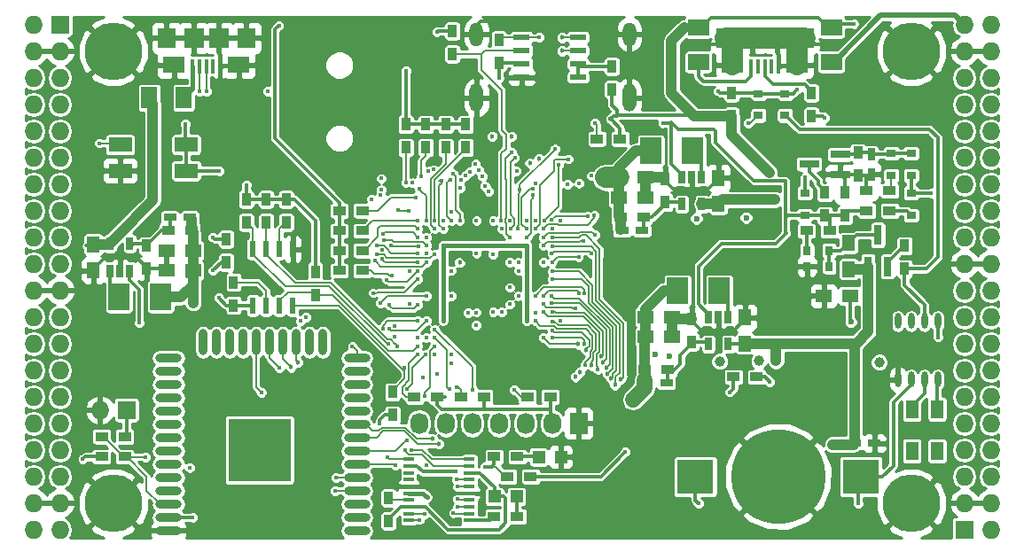
<source format=gbl>
G04 #@! TF.FileFunction,Copper,L4,Bot,Signal*
%FSLAX46Y46*%
G04 Gerber Fmt 4.6, Leading zero omitted, Abs format (unit mm)*
G04 Created by KiCad (PCBNEW 4.0.5+dfsg1-4) date Thu May 18 12:18:00 2017*
%MOMM*%
%LPD*%
G01*
G04 APERTURE LIST*
%ADD10C,0.100000*%
%ADD11R,3.500000X3.300000*%
%ADD12C,9.000000*%
%ADD13R,2.032000X1.524000*%
%ADD14R,2.000000X2.500000*%
%ADD15R,0.700000X1.200000*%
%ADD16R,1.250000X1.500000*%
%ADD17R,1.500000X1.250000*%
%ADD18R,1.524000X2.032000*%
%ADD19O,0.609600X1.473200*%
%ADD20R,0.800000X0.900000*%
%ADD21R,0.900000X0.800000*%
%ADD22R,0.800000X1.900000*%
%ADD23R,1.900000X0.800000*%
%ADD24R,1.200000X0.750000*%
%ADD25R,0.750000X1.200000*%
%ADD26R,1.200000X0.900000*%
%ADD27R,0.900000X1.200000*%
%ADD28O,1.300000X2.700000*%
%ADD29O,1.300000X2.300000*%
%ADD30R,0.600000X1.550000*%
%ADD31R,1.550000X0.600000*%
%ADD32O,2.500000X0.900000*%
%ADD33O,0.900000X2.500000*%
%ADD34R,6.000000X6.000000*%
%ADD35R,1.727200X1.727200*%
%ADD36O,1.727200X1.727200*%
%ADD37C,5.500000*%
%ADD38R,1.000000X0.400000*%
%ADD39R,1.200000X1.800000*%
%ADD40R,2.200000X1.400000*%
%ADD41R,1.727200X2.032000*%
%ADD42O,1.727200X2.032000*%
%ADD43R,1.198880X1.198880*%
%ADD44R,2.100000X1.600000*%
%ADD45R,1.900000X1.900000*%
%ADD46R,0.400000X1.350000*%
%ADD47R,1.800000X1.900000*%
%ADD48C,0.600000*%
%ADD49C,1.000000*%
%ADD50C,0.400000*%
%ADD51C,0.454000*%
%ADD52C,0.300000*%
%ADD53C,2.000000*%
%ADD54C,1.000000*%
%ADD55C,0.400000*%
%ADD56C,0.500000*%
%ADD57C,1.500000*%
%ADD58C,0.190000*%
%ADD59C,0.200000*%
%ADD60C,0.254000*%
G04 APERTURE END LIST*
D10*
D11*
X174390000Y-105870000D03*
X158590000Y-105870000D03*
D12*
X166490000Y-105870000D03*
D13*
X171570000Y-62944000D03*
X171570000Y-66246000D03*
D14*
X160870000Y-88090000D03*
X156870000Y-88090000D03*
D15*
X159825000Y-90600000D03*
X160775000Y-90600000D03*
X161725000Y-90600000D03*
X161725000Y-93200000D03*
X159825000Y-93200000D03*
D14*
X158330000Y-74755000D03*
X154330000Y-74755000D03*
D15*
X157285000Y-77235000D03*
X158235000Y-77235000D03*
X159185000Y-77235000D03*
X159185000Y-79835000D03*
X157285000Y-79835000D03*
D14*
X103530000Y-88725000D03*
X107530000Y-88725000D03*
D15*
X104575000Y-86215000D03*
X103625000Y-86215000D03*
X102675000Y-86215000D03*
X102675000Y-83615000D03*
X104575000Y-83615000D03*
D16*
X101085000Y-83665000D03*
X101085000Y-86165000D03*
D17*
X153810000Y-90630000D03*
X156310000Y-90630000D03*
X153810000Y-92535000D03*
X156310000Y-92535000D03*
D16*
X163315000Y-93150000D03*
X163315000Y-90650000D03*
D17*
X151270000Y-79200000D03*
X153770000Y-79200000D03*
X151270000Y-77295000D03*
X153770000Y-77295000D03*
D16*
X160775000Y-79815000D03*
X160775000Y-77315000D03*
D17*
X110590000Y-84280000D03*
X108090000Y-84280000D03*
X110590000Y-86185000D03*
X108090000Y-86185000D03*
D18*
X106419000Y-69675000D03*
X109721000Y-69675000D03*
D13*
X158870000Y-66246000D03*
X158870000Y-62944000D03*
D19*
X181730000Y-96599000D03*
X180460000Y-96599000D03*
X179190000Y-96599000D03*
X177920000Y-96599000D03*
X177920000Y-91011000D03*
X179190000Y-91011000D03*
X180460000Y-91011000D03*
X181730000Y-91011000D03*
D16*
X173221000Y-86038000D03*
X173221000Y-83538000D03*
D20*
X169250000Y-84280000D03*
X171350000Y-84280000D03*
D21*
X179190000Y-80885000D03*
X179190000Y-78785000D03*
X177285000Y-74975000D03*
X177285000Y-77075000D03*
X169030000Y-80885000D03*
X169030000Y-78785000D03*
D22*
X176965000Y-85780000D03*
X175065000Y-85780000D03*
X176015000Y-82780000D03*
D23*
X172435000Y-75075000D03*
X172435000Y-76975000D03*
X169435000Y-76025000D03*
D24*
X153910000Y-96910000D03*
X155810000Y-96910000D03*
X151570000Y-82375000D03*
X153470000Y-82375000D03*
X110290000Y-81105000D03*
X108390000Y-81105000D03*
D25*
X175380000Y-75075000D03*
X175380000Y-76975000D03*
D26*
X169200000Y-82375000D03*
X171400000Y-82375000D03*
D27*
X172840000Y-80935000D03*
X172840000Y-78735000D03*
D26*
X177115000Y-80470000D03*
X174915000Y-80470000D03*
D27*
X174110000Y-74925000D03*
X174110000Y-77125000D03*
X178555000Y-83815000D03*
X178555000Y-86015000D03*
X113785000Y-83180000D03*
X113785000Y-85380000D03*
X170935000Y-80935000D03*
X170935000Y-78735000D03*
X129280000Y-107900000D03*
X129280000Y-110100000D03*
D26*
X142825000Y-105870000D03*
X140625000Y-105870000D03*
X177115000Y-78565000D03*
X174915000Y-78565000D03*
X153760000Y-95640000D03*
X155960000Y-95640000D03*
X110440000Y-82375000D03*
X108240000Y-82375000D03*
X151420000Y-81105000D03*
X153620000Y-81105000D03*
D27*
X158235000Y-90800000D03*
X158235000Y-93000000D03*
X106165000Y-86015000D03*
X106165000Y-83815000D03*
X155695000Y-77465000D03*
X155695000Y-79665000D03*
D26*
X126782000Y-86185000D03*
X124582000Y-86185000D03*
X126782000Y-84279000D03*
X124582000Y-84279000D03*
X126782000Y-82375000D03*
X124582000Y-82375000D03*
X126782000Y-80470000D03*
X124582000Y-80470000D03*
D27*
X130930000Y-74417000D03*
X130930000Y-72217000D03*
X132835000Y-74417000D03*
X132835000Y-72217000D03*
X134740000Y-74417000D03*
X134740000Y-72217000D03*
X136645000Y-74417000D03*
X136645000Y-72217000D03*
D28*
X152280000Y-69650000D03*
X137680000Y-69650000D03*
D29*
X137680000Y-63600000D03*
X152280000Y-63600000D03*
D30*
X116325000Y-84120000D03*
X117595000Y-84120000D03*
X118865000Y-84120000D03*
X120135000Y-84120000D03*
X120135000Y-89520000D03*
X118865000Y-89520000D03*
X117595000Y-89520000D03*
X116325000Y-89520000D03*
D24*
X173795000Y-102695000D03*
X175695000Y-102695000D03*
D31*
X141980000Y-67705000D03*
X141980000Y-66435000D03*
X141980000Y-65165000D03*
X141980000Y-63895000D03*
X147380000Y-63895000D03*
X147380000Y-65165000D03*
X147380000Y-66435000D03*
X147380000Y-67705000D03*
D20*
X171350000Y-85804000D03*
X169250000Y-85804000D03*
D21*
X179190000Y-77075000D03*
X179190000Y-74975000D03*
D32*
X126260434Y-111030338D03*
X126260434Y-109760338D03*
X126260434Y-108490338D03*
X126260434Y-107220338D03*
X126260434Y-105950338D03*
X126260434Y-104680338D03*
X126260434Y-103410338D03*
X126260434Y-102140338D03*
X126260434Y-100870338D03*
X126260434Y-99600338D03*
X126260434Y-98330338D03*
X126260434Y-97060338D03*
X126260434Y-95790338D03*
X126260434Y-94520338D03*
D33*
X122975434Y-93030338D03*
X121705434Y-93030338D03*
X120435434Y-93030338D03*
X119165434Y-93030338D03*
X117895434Y-93030338D03*
X116625434Y-93030338D03*
X115355434Y-93030338D03*
X114085434Y-93030338D03*
X112815434Y-93030338D03*
X111545434Y-93030338D03*
D32*
X108260434Y-94520338D03*
X108260434Y-95790338D03*
X108260434Y-97060338D03*
X108260434Y-98330338D03*
X108260434Y-99600338D03*
X108260434Y-100870338D03*
X108260434Y-102140338D03*
X108260434Y-103410338D03*
X108260434Y-104680338D03*
X108260434Y-105950338D03*
X108260434Y-107220338D03*
X108260434Y-108490338D03*
X108260434Y-109760338D03*
X108260434Y-111030338D03*
D34*
X116960434Y-103330338D03*
D35*
X97910000Y-62690000D03*
D36*
X95370000Y-62690000D03*
X97910000Y-65230000D03*
X95370000Y-65230000D03*
X97910000Y-67770000D03*
X95370000Y-67770000D03*
X97910000Y-70310000D03*
X95370000Y-70310000D03*
X97910000Y-72850000D03*
X95370000Y-72850000D03*
X97910000Y-75390000D03*
X95370000Y-75390000D03*
X97910000Y-77930000D03*
X95370000Y-77930000D03*
X97910000Y-80470000D03*
X95370000Y-80470000D03*
X97910000Y-83010000D03*
X95370000Y-83010000D03*
X97910000Y-85550000D03*
X95370000Y-85550000D03*
X97910000Y-88090000D03*
X95370000Y-88090000D03*
X97910000Y-90630000D03*
X95370000Y-90630000D03*
X97910000Y-93170000D03*
X95370000Y-93170000D03*
X97910000Y-95710000D03*
X95370000Y-95710000D03*
X97910000Y-98250000D03*
X95370000Y-98250000D03*
X97910000Y-100790000D03*
X95370000Y-100790000D03*
X97910000Y-103330000D03*
X95370000Y-103330000D03*
X97910000Y-105870000D03*
X95370000Y-105870000D03*
X97910000Y-108410000D03*
X95370000Y-108410000D03*
X97910000Y-110950000D03*
X95370000Y-110950000D03*
D35*
X184270000Y-110950000D03*
D36*
X186810000Y-110950000D03*
X184270000Y-108410000D03*
X186810000Y-108410000D03*
X184270000Y-105870000D03*
X186810000Y-105870000D03*
X184270000Y-103330000D03*
X186810000Y-103330000D03*
X184270000Y-100790000D03*
X186810000Y-100790000D03*
X184270000Y-98250000D03*
X186810000Y-98250000D03*
X184270000Y-95710000D03*
X186810000Y-95710000D03*
X184270000Y-93170000D03*
X186810000Y-93170000D03*
X184270000Y-90630000D03*
X186810000Y-90630000D03*
X184270000Y-88090000D03*
X186810000Y-88090000D03*
X184270000Y-85550000D03*
X186810000Y-85550000D03*
X184270000Y-83010000D03*
X186810000Y-83010000D03*
X184270000Y-80470000D03*
X186810000Y-80470000D03*
X184270000Y-77930000D03*
X186810000Y-77930000D03*
X184270000Y-75390000D03*
X186810000Y-75390000D03*
X184270000Y-72850000D03*
X186810000Y-72850000D03*
X184270000Y-70310000D03*
X186810000Y-70310000D03*
X184270000Y-67770000D03*
X186810000Y-67770000D03*
X184270000Y-65230000D03*
X186810000Y-65230000D03*
X184270000Y-62690000D03*
X186810000Y-62690000D03*
D37*
X102990000Y-108410000D03*
X179190000Y-108410000D03*
X179190000Y-65230000D03*
X102990000Y-65230000D03*
D21*
X167125000Y-69260000D03*
X167125000Y-71360000D03*
X164585000Y-69260000D03*
X164585000Y-71360000D03*
D27*
X162045000Y-71410000D03*
X162045000Y-69210000D03*
X139820000Y-66330000D03*
X139820000Y-64130000D03*
X135375000Y-63300000D03*
X135375000Y-65500000D03*
X150615000Y-68870000D03*
X150615000Y-66670000D03*
D26*
X151380000Y-73600000D03*
X149180000Y-73600000D03*
D38*
X137005000Y-104215000D03*
X137005000Y-104865000D03*
X137005000Y-105515000D03*
X137005000Y-106165000D03*
X137005000Y-106815000D03*
X137005000Y-107465000D03*
X137005000Y-108115000D03*
X137005000Y-108765000D03*
X137005000Y-109415000D03*
X137005000Y-110065000D03*
X131205000Y-110065000D03*
X131205000Y-109415000D03*
X131205000Y-108765000D03*
X131205000Y-108115000D03*
X131205000Y-107465000D03*
X131205000Y-106815000D03*
X131205000Y-106165000D03*
X131205000Y-105515000D03*
X131205000Y-104865000D03*
X131205000Y-104215000D03*
D27*
X119500000Y-79370000D03*
X119500000Y-81570000D03*
X114480000Y-89500000D03*
X114480000Y-87300000D03*
X129660000Y-99985000D03*
X129660000Y-97785000D03*
X117595000Y-79370000D03*
X117595000Y-81570000D03*
X122280000Y-86300000D03*
X122280000Y-88500000D03*
X115690000Y-79370000D03*
X115690000Y-81570000D03*
D26*
X144730000Y-98250000D03*
X142530000Y-98250000D03*
X138380000Y-98250000D03*
X136180000Y-98250000D03*
X133935000Y-98250000D03*
X131735000Y-98250000D03*
X101890000Y-103965000D03*
X104090000Y-103965000D03*
D39*
X179260000Y-99425000D03*
X179260000Y-103425000D03*
X181660000Y-103425000D03*
X181660000Y-99425000D03*
D40*
X109950000Y-76640000D03*
X103650000Y-76640000D03*
X103650000Y-74140000D03*
X109950000Y-74140000D03*
D35*
X104260000Y-99520000D03*
D36*
X101720000Y-99520000D03*
D41*
X147440000Y-100790000D03*
D42*
X144900000Y-100790000D03*
X142360000Y-100790000D03*
X139820000Y-100790000D03*
X137280000Y-100790000D03*
X134740000Y-100790000D03*
X132200000Y-100790000D03*
D26*
X101890000Y-102060000D03*
X104090000Y-102060000D03*
D43*
X143630980Y-104000000D03*
X145729020Y-104000000D03*
X141504020Y-107775000D03*
X139405980Y-107775000D03*
D26*
X139355000Y-103965000D03*
X141555000Y-103965000D03*
X139355000Y-109680000D03*
X141555000Y-109680000D03*
D44*
X108780000Y-66510000D03*
X114980000Y-66510000D03*
D45*
X110680000Y-63960000D03*
X113080000Y-63960000D03*
D46*
X110580000Y-66635000D03*
X111230000Y-66635000D03*
X111880000Y-66635000D03*
X112530000Y-66635000D03*
X113180000Y-66635000D03*
D47*
X108080000Y-63960000D03*
X115680000Y-63960000D03*
D44*
X162120000Y-66510000D03*
X168320000Y-66510000D03*
D45*
X164020000Y-63960000D03*
X166420000Y-63960000D03*
D46*
X163920000Y-66635000D03*
X164570000Y-66635000D03*
X165220000Y-66635000D03*
X165870000Y-66635000D03*
X166520000Y-66635000D03*
D47*
X161420000Y-63960000D03*
X169020000Y-63960000D03*
D17*
X173330000Y-88600000D03*
X170830000Y-88600000D03*
D26*
X164415000Y-96345000D03*
X162215000Y-96345000D03*
D27*
X169665000Y-69210000D03*
X169665000Y-71410000D03*
D48*
X161067993Y-81216119D03*
X165056614Y-81112829D03*
D49*
X177293185Y-82218075D03*
X158233687Y-94852616D03*
X162992748Y-94820185D03*
D50*
X147987361Y-72048054D03*
X146472205Y-72119437D03*
X144995724Y-72043543D03*
X143485784Y-72030166D03*
X141993027Y-72056172D03*
X105925750Y-76600000D03*
D48*
X156280000Y-81210838D03*
D50*
X167276175Y-85638646D03*
X112935911Y-99344089D03*
X131254529Y-86251357D03*
D49*
X159480000Y-64600000D03*
D50*
X140880000Y-81400000D03*
D49*
X119500000Y-77930000D03*
D50*
X136085174Y-89394826D03*
X109340000Y-77930000D03*
X145680000Y-91000000D03*
X135280000Y-80600000D03*
X145680000Y-81400000D03*
X139080000Y-69600000D03*
X120430000Y-97050000D03*
X150080000Y-81600000D03*
X129680000Y-106600000D03*
X131280000Y-89400000D03*
X133690245Y-94180159D03*
D51*
X139312644Y-91359700D03*
D50*
X140874194Y-91433353D03*
X145680000Y-85422010D03*
X132880424Y-84565132D03*
X144080000Y-84600000D03*
X145680000Y-94200000D03*
X135280000Y-95000000D03*
X135280000Y-94200000D03*
X142480000Y-94200000D03*
X140880000Y-93400000D03*
X139280000Y-93400000D03*
X137680000Y-93400000D03*
X136080000Y-93400000D03*
X136880000Y-92600000D03*
X135280000Y-92600000D03*
X132880000Y-91800000D03*
X132880000Y-93400000D03*
X132880000Y-82200000D03*
D51*
X141042859Y-86994997D03*
X139280000Y-87000000D03*
X136110990Y-86995403D03*
X139280000Y-88600000D03*
X137680000Y-87000000D03*
X136080000Y-84600000D03*
D49*
X166193920Y-79388894D03*
X165656988Y-76826063D03*
X102731849Y-83486234D03*
X171691460Y-102804953D03*
D50*
X150457224Y-71672365D03*
X132955035Y-107839890D03*
X173680000Y-62600000D03*
D49*
X166280000Y-94800000D03*
D48*
X163422030Y-81120665D03*
X173423383Y-91076878D03*
D49*
X176134461Y-94945539D03*
D48*
X154726292Y-94171363D03*
X156077107Y-94380779D03*
D49*
X160908408Y-94850523D03*
D48*
X158680000Y-81210838D03*
D50*
X170935000Y-71580000D03*
X113118284Y-76646896D03*
X181730000Y-92550000D03*
X109880000Y-72200000D03*
X112515000Y-83010000D03*
X165680000Y-96800000D03*
X133880000Y-63400000D03*
X148639876Y-77124934D03*
X181065000Y-78785000D03*
X128441330Y-100795881D03*
X110529662Y-109760338D03*
X110280000Y-105000000D03*
X100080000Y-104200000D03*
X115690000Y-78010000D03*
X113080000Y-88800000D03*
X139820000Y-67770000D03*
D49*
X164653770Y-94825547D03*
X149710735Y-77289735D03*
D50*
X137665894Y-91402446D03*
X135273306Y-88618602D03*
X139272517Y-84611349D03*
X137680556Y-84534085D03*
X141680000Y-86200000D03*
X135280000Y-86200000D03*
X132880000Y-92600000D03*
X132080000Y-92600000D03*
X141680000Y-88600000D03*
X141680000Y-85400000D03*
D49*
X152621047Y-98519969D03*
D50*
X136885174Y-90194826D03*
X140094890Y-90122990D03*
X139280000Y-90122990D03*
X140880000Y-89400000D03*
X137680000Y-90172990D03*
X140880000Y-87800000D03*
X140880000Y-85400000D03*
D51*
X136080000Y-85400000D03*
D50*
X129842442Y-91487871D03*
X121408624Y-90632457D03*
X129838418Y-92539772D03*
X120880000Y-91000000D03*
D49*
X110617371Y-89287199D03*
D50*
X142480000Y-91000000D03*
X142480000Y-83800000D03*
X134480000Y-83800000D03*
X134480000Y-91000000D03*
X155480000Y-72078965D03*
X117749531Y-69040000D03*
X105480000Y-91144771D03*
X174110000Y-108410000D03*
X158870000Y-108410000D03*
X137288700Y-97538741D03*
X135884156Y-106800406D03*
X133680000Y-91800000D03*
D51*
X134074414Y-102752225D03*
D50*
X135085458Y-97531790D03*
X135855186Y-108022639D03*
D51*
X133449289Y-102232615D03*
D50*
X133680000Y-92600000D03*
X132752670Y-98178907D03*
X129924239Y-104802758D03*
X132918584Y-104800000D03*
X135853254Y-108792386D03*
X133685668Y-93402482D03*
X131039363Y-97487286D03*
X135471949Y-109365878D03*
X132846234Y-94197073D03*
X131019992Y-102364188D03*
X118810854Y-62760893D03*
X130927442Y-67119621D03*
D51*
X145851858Y-65189228D03*
D50*
X148991194Y-72093683D03*
D51*
X145873729Y-63920849D03*
D50*
X143680000Y-63900000D03*
X140035989Y-81400000D03*
X129095296Y-87048250D03*
X132077895Y-86214963D03*
X117121665Y-97817265D03*
X118843798Y-95498222D03*
D51*
X119978162Y-95412951D03*
X120634035Y-94977604D03*
D50*
X168319170Y-68882010D03*
X160775000Y-69040000D03*
X147480000Y-77822010D03*
X146387166Y-77918991D03*
X131453853Y-103296209D03*
D51*
X148653935Y-95239949D03*
D50*
X144885216Y-91021238D03*
D51*
X149619858Y-94378867D03*
D50*
X144885689Y-90132858D03*
D51*
X150895161Y-97104924D03*
D50*
X144890381Y-83866022D03*
D51*
X151426924Y-96584651D03*
D50*
X144894101Y-83022010D03*
D51*
X150518912Y-96497510D03*
D50*
X144901285Y-86268736D03*
D51*
X150197861Y-96013257D03*
D50*
X144888562Y-86993817D03*
D51*
X150072035Y-95446034D03*
D50*
X144877648Y-88622010D03*
D51*
X149779241Y-94944191D03*
D50*
X144869421Y-89288847D03*
D51*
X148110244Y-93760618D03*
D50*
X144882782Y-91877646D03*
D51*
X147402091Y-93209005D03*
D50*
X144080000Y-92600000D03*
D51*
X147982902Y-93193733D03*
D50*
X144882352Y-92577990D03*
X130807074Y-95454141D03*
X130124012Y-93413277D03*
X132080000Y-93400000D03*
X129279152Y-93216670D03*
X133919980Y-96038729D03*
X141280000Y-97600000D03*
X132572818Y-96383863D03*
X135770000Y-97338127D03*
X132080000Y-94200000D03*
X128645750Y-84222251D03*
X106080000Y-104000000D03*
X129334585Y-89482640D03*
X132080000Y-89444020D03*
X130839486Y-103354982D03*
X129137213Y-104008091D03*
X128490573Y-89279880D03*
X132880000Y-88600000D03*
X135778649Y-106163691D03*
X127816438Y-88312067D03*
X124253981Y-105982535D03*
X132080000Y-87000000D03*
X125827283Y-93452662D03*
X124202418Y-107207639D03*
D51*
X139185419Y-73378045D03*
X141029139Y-73391006D03*
X143625670Y-75521246D03*
X142775852Y-75939146D03*
D50*
X132230517Y-109992439D03*
X111880000Y-69040000D03*
X132748035Y-109420684D03*
X111230000Y-69025000D03*
X135158117Y-77502884D03*
X135274882Y-81390604D03*
X134546021Y-81390604D03*
X133091535Y-76687359D03*
X133595078Y-76531839D03*
X128595255Y-77377807D03*
X127643658Y-79355564D03*
X128515897Y-78994176D03*
X128569727Y-78469921D03*
X131565025Y-77790995D03*
X132210454Y-78375833D03*
X132857990Y-81390526D03*
X128759841Y-82710093D03*
X132084821Y-82977990D03*
X128861437Y-83258636D03*
X132886504Y-83777990D03*
X129500613Y-83777990D03*
X132117443Y-83866021D03*
X128148484Y-83767060D03*
X132079996Y-84503337D03*
X128123478Y-84637835D03*
X133671942Y-84595200D03*
X127946860Y-85226552D03*
X132875802Y-85421990D03*
D51*
X147140083Y-96339917D03*
X147534467Y-95913260D03*
D50*
X148074116Y-95229326D03*
X143280000Y-91000000D03*
X149207706Y-95605291D03*
X144082424Y-90132858D03*
X147125926Y-89802879D03*
X144035793Y-89397606D03*
X143281824Y-90201951D03*
X144080517Y-85397219D03*
X147422472Y-84858593D03*
X144886544Y-85385186D03*
X148975652Y-82755341D03*
X144080000Y-83000000D03*
X144885092Y-82177990D03*
X147470668Y-88324835D03*
X144082832Y-88584510D03*
X147997681Y-88324844D03*
X143278026Y-88595030D03*
X148935852Y-80899014D03*
X144076901Y-82186448D03*
X148337768Y-80975785D03*
X144866392Y-81333979D03*
X139280000Y-81400000D03*
X138857381Y-78600803D03*
X138474753Y-78117762D03*
X138223359Y-77164182D03*
X137589337Y-75974186D03*
X137906348Y-76577236D03*
X137680000Y-81400000D03*
X137023753Y-76742518D03*
X136645199Y-77109176D03*
X136170384Y-77530992D03*
X136102010Y-78268593D03*
X135473781Y-76949230D03*
X136080000Y-81400000D03*
X148668800Y-84550385D03*
X144877691Y-84532933D03*
X147894174Y-83335809D03*
X144080000Y-83800000D03*
X143020312Y-78979262D03*
X142473549Y-82998913D03*
X143087229Y-78375187D03*
X142457990Y-82191394D03*
X145494012Y-76055333D03*
X144146021Y-81374784D03*
X143323210Y-77837480D03*
X146456648Y-75528334D03*
X143302010Y-82194992D03*
X143302010Y-81381735D03*
X145172870Y-74577299D03*
X141820108Y-78446944D03*
X141657990Y-82130345D03*
X142457990Y-81382236D03*
X140080000Y-82200000D03*
X141499915Y-76647924D03*
X141046643Y-74873804D03*
X140864029Y-83041403D03*
X140924011Y-82179283D03*
X141329877Y-75415642D03*
X129599528Y-86644074D03*
X132880000Y-83000000D03*
X132080000Y-82177990D03*
X132080000Y-81400000D03*
X131880000Y-79200000D03*
X130919839Y-77742623D03*
X132397609Y-77214811D03*
X133680000Y-82200000D03*
X133702010Y-81400000D03*
X129306502Y-91735782D03*
X132880000Y-91000000D03*
X128743234Y-91729555D03*
X132077648Y-90977990D03*
X130173445Y-80398223D03*
X131180000Y-80500000D03*
X128664038Y-85066262D03*
X132079620Y-85370951D03*
X163632576Y-72096470D03*
X134314106Y-77564232D03*
X134480000Y-82200000D03*
X138500159Y-104911875D03*
X135680000Y-105400000D03*
X151896383Y-103510715D03*
X169030000Y-77295000D03*
X101680000Y-74000000D03*
X112515000Y-86185000D03*
X161880000Y-97800000D03*
D52*
X105885750Y-76640000D02*
X105925750Y-76600000D01*
X103650000Y-76640000D02*
X105885750Y-76640000D01*
X167441529Y-85804000D02*
X167276175Y-85638646D01*
X169250000Y-85804000D02*
X167441529Y-85804000D01*
X139080000Y-69600000D02*
X137730000Y-69600000D01*
X137730000Y-69600000D02*
X137680000Y-69650000D01*
X150130000Y-62400000D02*
X151330000Y-63600000D01*
X151330000Y-63600000D02*
X152280000Y-63600000D01*
X138080000Y-62400000D02*
X150130000Y-62400000D01*
X137680000Y-62800000D02*
X138080000Y-62400000D01*
X137680000Y-63600000D02*
X137680000Y-62800000D01*
X137680000Y-63600000D02*
X137680000Y-63000000D01*
X166520000Y-66635000D02*
X168195000Y-66635000D01*
X168195000Y-66635000D02*
X168320000Y-66510000D01*
X134345000Y-107465000D02*
X133695000Y-106815000D01*
X133695000Y-106815000D02*
X131205000Y-106815000D01*
X137005000Y-107465000D02*
X134345000Y-107465000D01*
X130190000Y-106600000D02*
X129680000Y-106600000D01*
X131205000Y-106815000D02*
X130405000Y-106815000D01*
X130405000Y-106815000D02*
X130190000Y-106600000D01*
X170080000Y-64600000D02*
X170680000Y-64600000D01*
X169020000Y-63960000D02*
X169440000Y-63960000D01*
X169440000Y-63960000D02*
X170080000Y-64600000D01*
X169020000Y-63960000D02*
X169240000Y-63960000D01*
X160480000Y-64600000D02*
X159480000Y-64600000D01*
X161120000Y-63960000D02*
X160480000Y-64600000D01*
X161420000Y-63960000D02*
X161120000Y-63960000D01*
X169240000Y-63960000D02*
X169880000Y-64600000D01*
D53*
X161420000Y-63960000D02*
X169020000Y-63960000D01*
X162120000Y-66510000D02*
X162120000Y-64660000D01*
D52*
X162120000Y-64660000D02*
X161420000Y-63960000D01*
D53*
X168320000Y-66510000D02*
X168320000Y-64660000D01*
D52*
X168320000Y-64660000D02*
X169020000Y-63960000D01*
X102210000Y-84915000D02*
X103625000Y-84915000D01*
X103625000Y-84915000D02*
X105215000Y-84915000D01*
X103625000Y-86215000D02*
X103625000Y-84915000D01*
X105215000Y-84915000D02*
X106165000Y-85865000D01*
X106165000Y-85865000D02*
X106165000Y-86015000D01*
X101085000Y-86165000D02*
X101085000Y-86040000D01*
X101085000Y-86040000D02*
X102210000Y-84915000D01*
X106165000Y-86015000D02*
X107920000Y-86015000D01*
X107920000Y-86015000D02*
X108090000Y-86185000D01*
X139085645Y-91132701D02*
X139312644Y-91359700D01*
X138480000Y-89400000D02*
X138480000Y-90527056D01*
X139280000Y-88600000D02*
X138480000Y-89400000D01*
X138480000Y-90527056D02*
X139085645Y-91132701D01*
D54*
X153770000Y-77295000D02*
X155525000Y-77295000D01*
D52*
X155525000Y-77295000D02*
X155695000Y-77465000D01*
D54*
X153770000Y-79200000D02*
X153770000Y-77295000D01*
D52*
X174110000Y-77125000D02*
X174745000Y-77125000D01*
X174745000Y-77125000D02*
X175230000Y-77125000D01*
X174915000Y-78565000D02*
X174915000Y-77295000D01*
X174915000Y-77295000D02*
X174745000Y-77125000D01*
X172840000Y-78735000D02*
X172840000Y-77380000D01*
X172840000Y-77380000D02*
X172435000Y-76975000D01*
X175230000Y-77125000D02*
X175380000Y-76975000D01*
X172435000Y-76975000D02*
X173960000Y-76975000D01*
X173960000Y-76975000D02*
X174110000Y-77125000D01*
X137680000Y-86200000D02*
X137680000Y-86600000D01*
X136080000Y-84600000D02*
X137680000Y-86200000D01*
X159850000Y-78365000D02*
X158235000Y-78365000D01*
X158235000Y-78365000D02*
X156445000Y-78365000D01*
X158235000Y-77235000D02*
X158235000Y-78365000D01*
X160775000Y-77315000D02*
X160775000Y-77440000D01*
X160775000Y-77440000D02*
X159850000Y-78365000D01*
X156445000Y-78365000D02*
X155695000Y-77615000D01*
X155695000Y-77615000D02*
X155695000Y-77465000D01*
D54*
X156310000Y-90630000D02*
X156310000Y-92535000D01*
X158235000Y-90800000D02*
X156480000Y-90800000D01*
D52*
X156480000Y-90800000D02*
X156310000Y-90630000D01*
X163315000Y-90650000D02*
X163315000Y-90834602D01*
X163315000Y-90834602D02*
X162249602Y-91900000D01*
X162249602Y-91900000D02*
X160775000Y-91900000D01*
X101085000Y-86165000D02*
X101085000Y-85929893D01*
X106165000Y-85944374D02*
X106165000Y-86015000D01*
X159185000Y-91900000D02*
X160775000Y-91900000D01*
X160775000Y-90600000D02*
X160775000Y-91900000D01*
X158235000Y-90800000D02*
X158235000Y-90950000D01*
X158235000Y-90950000D02*
X159185000Y-91900000D01*
X108090000Y-84280000D02*
X108090000Y-86185000D01*
X107625000Y-84745000D02*
X108090000Y-84280000D01*
X108070000Y-84260000D02*
X108090000Y-84280000D01*
X141037856Y-87000000D02*
X141042859Y-86994997D01*
X139280000Y-87000000D02*
X141037856Y-87000000D01*
X136432016Y-86995403D02*
X136110990Y-86995403D01*
X137284597Y-86995403D02*
X136432016Y-86995403D01*
X137680000Y-86600000D02*
X137284597Y-86995403D01*
X137680000Y-86600000D02*
X137680000Y-87000000D01*
D54*
X165486814Y-79388894D02*
X166193920Y-79388894D01*
X160790000Y-79800000D02*
X161201106Y-79388894D01*
X161201106Y-79388894D02*
X165486814Y-79388894D01*
X165156989Y-76326064D02*
X165656988Y-76826063D01*
X162045000Y-73214075D02*
X165156989Y-76326064D01*
X162045000Y-71410000D02*
X162045000Y-73214075D01*
X103231848Y-82986235D02*
X102731849Y-83486234D01*
X106752760Y-79465323D02*
X103231848Y-82986235D01*
X106752760Y-70262760D02*
X106752760Y-79465323D01*
D52*
X102553083Y-83665000D02*
X102731849Y-83486234D01*
X101085000Y-83665000D02*
X102553083Y-83665000D01*
D54*
X106419000Y-69929000D02*
X106752760Y-70262760D01*
X172398566Y-102804953D02*
X171691460Y-102804953D01*
X173685047Y-102804953D02*
X172398566Y-102804953D01*
X173690000Y-102800000D02*
X173685047Y-102804953D01*
D52*
X151080000Y-71400000D02*
X150729589Y-71400000D01*
X151380000Y-72595141D02*
X150657223Y-71872364D01*
X151380000Y-73600000D02*
X151380000Y-72595141D01*
X150729589Y-71400000D02*
X150657223Y-71472366D01*
X150657223Y-71472366D02*
X150457224Y-71672365D01*
X150657223Y-71872364D02*
X150457224Y-71672365D01*
X151164012Y-71315988D02*
X158407951Y-71315988D01*
X151080000Y-71400000D02*
X151164012Y-71315988D01*
X158407951Y-71315988D02*
X158501963Y-71410000D01*
X158870000Y-62944000D02*
X157554000Y-62944000D01*
D54*
X157554000Y-62944000D02*
X156306476Y-64191524D01*
X156306476Y-64191524D02*
X156306476Y-69214513D01*
X156306476Y-69214513D02*
X158501963Y-71410000D01*
X158501963Y-71410000D02*
X162045000Y-71410000D01*
D52*
X106419000Y-69675000D02*
X106419000Y-69929000D01*
X100572432Y-83665000D02*
X100424079Y-83813353D01*
X101085000Y-83665000D02*
X100572432Y-83665000D01*
D55*
X132755036Y-107639891D02*
X132955035Y-107839890D01*
X131205000Y-107465000D02*
X132580145Y-107465000D01*
X132580145Y-107465000D02*
X132755036Y-107639891D01*
D52*
X173680000Y-62600000D02*
X171914000Y-62600000D01*
X171914000Y-62600000D02*
X171570000Y-62944000D01*
X171570000Y-62944000D02*
X171224000Y-62944000D01*
X171224000Y-62944000D02*
X170280000Y-62000000D01*
X159136000Y-62944000D02*
X158870000Y-62944000D01*
X170280000Y-62000000D02*
X160080000Y-62000000D01*
X160080000Y-62000000D02*
X159136000Y-62944000D01*
X160790000Y-79800000D02*
X160775000Y-79815000D01*
D54*
X166280000Y-93150000D02*
X173930000Y-93150000D01*
X163315000Y-93150000D02*
X166280000Y-93150000D01*
X166280000Y-93150000D02*
X166280000Y-94800000D01*
X173795000Y-102695000D02*
X173795000Y-93285000D01*
D52*
X173795000Y-93285000D02*
X173930000Y-93150000D01*
X160775000Y-79940000D02*
X160775000Y-79815000D01*
D54*
X175065000Y-92015000D02*
X175065000Y-85780000D01*
X173930000Y-93150000D02*
X175065000Y-92015000D01*
D52*
X164925000Y-93150000D02*
X164240000Y-93150000D01*
X164240000Y-93150000D02*
X163315000Y-93150000D01*
X173690000Y-102800000D02*
X173795000Y-102695000D01*
X101085000Y-83665000D02*
X101085000Y-83790000D01*
X151080000Y-71400000D02*
X151080000Y-70838120D01*
X151080000Y-70838120D02*
X150615000Y-70373120D01*
X150615000Y-70373120D02*
X150615000Y-69995990D01*
X150615000Y-69995990D02*
X150615000Y-68870000D01*
D54*
X159185000Y-79835000D02*
X160755000Y-79835000D01*
D52*
X160755000Y-79835000D02*
X160775000Y-79815000D01*
X161725000Y-93200000D02*
X163265000Y-93200000D01*
X163265000Y-93200000D02*
X163315000Y-93150000D01*
D54*
X173221000Y-86038000D02*
X174807000Y-86038000D01*
D52*
X174807000Y-86038000D02*
X175065000Y-85780000D01*
D54*
X101085000Y-83665000D02*
X102625000Y-83665000D01*
D52*
X102625000Y-83665000D02*
X102675000Y-83615000D01*
X171570000Y-66246000D02*
X171824000Y-66246000D01*
D56*
X171824000Y-66246000D02*
X176270000Y-61800000D01*
X176270000Y-61800000D02*
X183380000Y-61800000D01*
X183380000Y-61800000D02*
X184270000Y-62690000D01*
D52*
X173330000Y-88600000D02*
X173330000Y-90983495D01*
X173330000Y-90983495D02*
X173423383Y-91076878D01*
X170765000Y-71410000D02*
X170935000Y-71580000D01*
X169665000Y-71410000D02*
X170765000Y-71410000D01*
X113111388Y-76640000D02*
X113118284Y-76646896D01*
X109950000Y-76640000D02*
X113111388Y-76640000D01*
X181730000Y-91011000D02*
X181730000Y-92550000D01*
X109880000Y-72200000D02*
X109880000Y-74070000D01*
X109880000Y-74070000D02*
X109950000Y-74140000D01*
X137080000Y-99400000D02*
X138480000Y-99400000D01*
X138480000Y-99400000D02*
X144730000Y-99400000D01*
X138380000Y-98250000D02*
X138380000Y-99300000D01*
X138380000Y-99300000D02*
X138480000Y-99400000D01*
X144730000Y-98250000D02*
X144730000Y-99400000D01*
X144730000Y-99400000D02*
X144730000Y-100620000D01*
X134335000Y-99400000D02*
X137080000Y-99400000D01*
X133935000Y-98250000D02*
X133935000Y-99000000D01*
X133935000Y-99000000D02*
X134335000Y-99400000D01*
X133935000Y-98250000D02*
X134714151Y-98250000D01*
X164415000Y-96345000D02*
X165225000Y-96345000D01*
X165225000Y-96345000D02*
X165680000Y-96800000D01*
X113785000Y-83180000D02*
X112685000Y-83180000D01*
X112685000Y-83180000D02*
X112515000Y-83010000D01*
X133980000Y-63300000D02*
X133880000Y-63400000D01*
X135375000Y-63300000D02*
X133980000Y-63300000D01*
X122280000Y-86300000D02*
X122280000Y-81400000D01*
X122280000Y-81400000D02*
X120250000Y-79370000D01*
X120250000Y-79370000D02*
X119500000Y-79370000D01*
X179190000Y-78785000D02*
X181065000Y-78785000D01*
X128441330Y-100513039D02*
X128441330Y-100795881D01*
X128441330Y-100453670D02*
X128441330Y-100513039D01*
X129660000Y-99985000D02*
X128910000Y-99985000D01*
X128910000Y-99985000D02*
X128441330Y-100453670D01*
X109950000Y-76640000D02*
X109950000Y-74140000D01*
X108260434Y-109760338D02*
X110529662Y-109760338D01*
X179190000Y-77075000D02*
X179190000Y-78785000D01*
X100315000Y-103965000D02*
X100080000Y-104200000D01*
X101890000Y-103965000D02*
X100315000Y-103965000D01*
X115690000Y-79370000D02*
X115690000Y-78010000D01*
X117595000Y-79370000D02*
X119500000Y-79370000D01*
X115690000Y-79370000D02*
X117595000Y-79370000D01*
X114480000Y-89500000D02*
X113780000Y-89500000D01*
X113780000Y-89500000D02*
X113080000Y-88800000D01*
X114480000Y-89500000D02*
X116305000Y-89500000D01*
X116305000Y-89500000D02*
X116325000Y-89520000D01*
X144900000Y-98250000D02*
X144730000Y-98250000D01*
X138380000Y-98250000D02*
X138530000Y-98250000D01*
X144730000Y-100620000D02*
X144900000Y-100790000D01*
X135325000Y-63350000D02*
X135375000Y-63300000D01*
X139820000Y-66330000D02*
X141875000Y-66330000D01*
X141875000Y-66330000D02*
X141980000Y-66435000D01*
X139820000Y-66330000D02*
X139820000Y-67770000D01*
D54*
X151270000Y-77295000D02*
X151264735Y-77289735D01*
D53*
X151264735Y-77289735D02*
X149993577Y-77289735D01*
D54*
X149993577Y-77289735D02*
X149710735Y-77289735D01*
X151270000Y-77295000D02*
X151270000Y-76370000D01*
D52*
X152885000Y-74755000D02*
X153030000Y-74755000D01*
D54*
X151270000Y-76370000D02*
X152885000Y-74755000D01*
X153030000Y-74755000D02*
X154330000Y-74755000D01*
X151420000Y-81105000D02*
X151420000Y-82225000D01*
D52*
X151420000Y-82225000D02*
X151570000Y-82375000D01*
D54*
X151270000Y-79200000D02*
X151270000Y-80955000D01*
D52*
X151270000Y-80955000D02*
X151420000Y-81105000D01*
D54*
X151270000Y-77295000D02*
X151270000Y-79200000D01*
D52*
X151790000Y-76775000D02*
X151270000Y-77295000D01*
X160870000Y-88090000D02*
X161725000Y-88945000D01*
X161725000Y-88945000D02*
X161725000Y-90600000D01*
X159185000Y-77235000D02*
X159185000Y-75610000D01*
X159185000Y-75610000D02*
X158330000Y-74755000D01*
D54*
X153701005Y-95301005D02*
X153810000Y-95410000D01*
X153701005Y-92643995D02*
X153701005Y-95301005D01*
X153810000Y-92535000D02*
X153701005Y-92643995D01*
D52*
X153810000Y-95410000D02*
X154110000Y-95710000D01*
X154110000Y-95710000D02*
X154110000Y-96385000D01*
D57*
X153121046Y-98019970D02*
X152621047Y-98519969D01*
X153733519Y-97407497D02*
X153121046Y-98019970D01*
X153733519Y-96686345D02*
X153733519Y-97407497D01*
D54*
X156870000Y-88090000D02*
X155570000Y-88090000D01*
X155570000Y-88090000D02*
X153810000Y-89850000D01*
X153810000Y-89850000D02*
X153810000Y-90630000D01*
X153810000Y-92535000D02*
X153810000Y-90630000D01*
D52*
X153695000Y-90515000D02*
X153810000Y-90630000D01*
X156010000Y-95710000D02*
X156524914Y-95710000D01*
X156524914Y-95710000D02*
X157145126Y-95089788D01*
X157145126Y-95089788D02*
X157145126Y-94239874D01*
X157145126Y-94239874D02*
X158235000Y-93150000D01*
X158235000Y-93150000D02*
X158235000Y-93000000D01*
X155960000Y-95640000D02*
X155960000Y-96760000D01*
X155960000Y-96760000D02*
X155810000Y-96910000D01*
X158235000Y-93000000D02*
X159625000Y-93000000D01*
X159625000Y-93000000D02*
X159825000Y-93200000D01*
X110590000Y-89259828D02*
X110617371Y-89287199D01*
D54*
X110590000Y-86185000D02*
X110590000Y-89259828D01*
X107530000Y-88725000D02*
X109462108Y-88725000D01*
X109462108Y-88725000D02*
X110590000Y-87597108D01*
X110590000Y-87597108D02*
X110590000Y-86185000D01*
D55*
X142480000Y-83800000D02*
X142480000Y-91000000D01*
X134480000Y-83800000D02*
X142480000Y-83800000D01*
X134480000Y-91000000D02*
X134480000Y-83800000D01*
D54*
X110440000Y-82375000D02*
X110440000Y-81255000D01*
D52*
X110440000Y-81255000D02*
X110290000Y-81105000D01*
D54*
X110590000Y-84280000D02*
X110590000Y-82525000D01*
D52*
X110590000Y-82525000D02*
X110440000Y-82375000D01*
D54*
X110590000Y-86185000D02*
X110590000Y-84280000D01*
D52*
X110070000Y-86705000D02*
X110590000Y-86185000D01*
X102675000Y-86215000D02*
X102675000Y-87870000D01*
X102675000Y-87870000D02*
X103530000Y-88725000D01*
X164136686Y-77603073D02*
X167183550Y-77603073D01*
X160459361Y-72850000D02*
X160459361Y-73925748D01*
X160290639Y-72681278D02*
X160459361Y-72850000D01*
X156961278Y-72681278D02*
X160290639Y-72681278D01*
X156280000Y-72000000D02*
X156961278Y-72681278D01*
X167183550Y-77603073D02*
X167183550Y-81105000D01*
X160459361Y-73925748D02*
X164136686Y-77603073D01*
X156280000Y-72000000D02*
X156201035Y-72078965D01*
X156201035Y-72078965D02*
X155762842Y-72078965D01*
X155762842Y-72078965D02*
X155480000Y-72078965D01*
X167183550Y-81105000D02*
X167183550Y-82518550D01*
X169030000Y-80885000D02*
X167403550Y-80885000D01*
X167403550Y-80885000D02*
X167183550Y-81105000D01*
X166265000Y-83600000D02*
X167265000Y-82600000D01*
X167183550Y-82518550D02*
X167265000Y-82600000D01*
X105480000Y-88020000D02*
X105480000Y-90861929D01*
X104575000Y-86215000D02*
X104575000Y-87115000D01*
X105480000Y-90861929D02*
X105480000Y-91144771D01*
X104575000Y-87115000D02*
X105480000Y-88020000D01*
X156280000Y-75980000D02*
X156280000Y-72000000D01*
X157285000Y-77235000D02*
X157285000Y-76985000D01*
X157285000Y-76985000D02*
X156280000Y-75980000D01*
X159825000Y-90600000D02*
X159825000Y-90345000D01*
X159825000Y-90345000D02*
X158880000Y-89400000D01*
X158880000Y-89400000D02*
X158880000Y-85800000D01*
X158880000Y-85800000D02*
X161080000Y-83600000D01*
X161080000Y-83600000D02*
X166265000Y-83600000D01*
X168980000Y-80885000D02*
X169030000Y-80885000D01*
X169030000Y-80885000D02*
X170885000Y-80885000D01*
X170885000Y-80885000D02*
X170935000Y-80935000D01*
X170935000Y-80935000D02*
X171570000Y-80935000D01*
X171570000Y-80935000D02*
X172840000Y-80935000D01*
X171400000Y-82375000D02*
X171400000Y-81105000D01*
X171400000Y-81105000D02*
X171570000Y-80935000D01*
X174915000Y-80470000D02*
X173305000Y-80470000D01*
X173305000Y-80470000D02*
X172840000Y-80935000D01*
X153620000Y-81105000D02*
X154432087Y-81105000D01*
X154432087Y-81105000D02*
X155695000Y-79842087D01*
X155695000Y-79842087D02*
X155695000Y-79665000D01*
X153620000Y-81105000D02*
X153620000Y-82225000D01*
X153620000Y-82225000D02*
X153470000Y-82375000D01*
X155695000Y-79665000D02*
X157115000Y-79665000D01*
X157115000Y-79665000D02*
X157285000Y-79835000D01*
X155525000Y-79835000D02*
X155695000Y-79665000D01*
X108240000Y-82375000D02*
X107605000Y-82375000D01*
X107605000Y-82375000D02*
X106165000Y-83815000D01*
X104575000Y-83615000D02*
X105965000Y-83615000D01*
X105965000Y-83615000D02*
X106165000Y-83815000D01*
X104775000Y-83815000D02*
X104575000Y-83615000D01*
X108070000Y-82545000D02*
X108240000Y-82375000D01*
X108390000Y-81105000D02*
X108390000Y-82225000D01*
X108390000Y-82225000D02*
X108240000Y-82375000D01*
X163920000Y-66635000D02*
X163920000Y-67587717D01*
X163920000Y-67587717D02*
X163418882Y-68088835D01*
X163418882Y-68088835D02*
X159332837Y-68088835D01*
X159332837Y-68088835D02*
X158870000Y-67625998D01*
X158870000Y-67625998D02*
X158870000Y-66246000D01*
X174110000Y-108410000D02*
X174110000Y-106150000D01*
X174110000Y-106150000D02*
X174390000Y-105870000D01*
X158590000Y-108130000D02*
X158870000Y-108410000D01*
X158590000Y-105870000D02*
X158590000Y-108130000D01*
X177480000Y-104830000D02*
X177480000Y-98740800D01*
X177480000Y-98740800D02*
X179190000Y-97030800D01*
X179190000Y-97030800D02*
X179190000Y-96599000D01*
X174390000Y-105870000D02*
X176440000Y-105870000D01*
X176440000Y-105870000D02*
X177480000Y-104830000D01*
D58*
X137288700Y-97255899D02*
X137288700Y-97538741D01*
X137288700Y-95408700D02*
X137288700Y-97255899D01*
X133680000Y-91800000D02*
X137288700Y-95408700D01*
X128151195Y-102140338D02*
X128791195Y-101500338D01*
X126260434Y-102140338D02*
X128151195Y-102140338D01*
X130774333Y-101500338D02*
X132026220Y-102752225D01*
X128791195Y-101500338D02*
X130774333Y-101500338D01*
X133753388Y-102752225D02*
X134074414Y-102752225D01*
X132026220Y-102752225D02*
X133753388Y-102752225D01*
X137005000Y-106815000D02*
X135898750Y-106815000D01*
X135898750Y-106815000D02*
X135884156Y-106800406D01*
X134856098Y-97302430D02*
X134885459Y-97331791D01*
X134856098Y-93776098D02*
X134856098Y-97302430D01*
X133680000Y-92600000D02*
X134856098Y-93776098D01*
X134885459Y-97331791D02*
X135085458Y-97531790D01*
X128332874Y-101510338D02*
X128662889Y-101180323D01*
X127700434Y-101510338D02*
X128332874Y-101510338D01*
X128662889Y-101180323D02*
X130902639Y-101180323D01*
X131954931Y-102232615D02*
X133128263Y-102232615D01*
X130902639Y-101180323D02*
X131954931Y-102232615D01*
X133128263Y-102232615D02*
X133449289Y-102232615D01*
X126260434Y-100870338D02*
X127060434Y-100870338D01*
X127060434Y-100870338D02*
X127700434Y-101510338D01*
X137005000Y-108115000D02*
X135947547Y-108115000D01*
X135947547Y-108115000D02*
X135855186Y-108022639D01*
X132752670Y-97811086D02*
X132752670Y-97896065D01*
X132752670Y-97896065D02*
X132752670Y-98178907D01*
X133268244Y-93819906D02*
X133268244Y-97295512D01*
X133685668Y-93402482D02*
X133268244Y-93819906D01*
X133268244Y-97295512D02*
X132752670Y-97811086D01*
X129801819Y-104680338D02*
X129924239Y-104802758D01*
X126260434Y-104680338D02*
X129801819Y-104680338D01*
X137005000Y-108765000D02*
X135880640Y-108765000D01*
X135880640Y-108765000D02*
X135853254Y-108792386D01*
X131565180Y-96961469D02*
X131239362Y-97287287D01*
X131239362Y-97287287D02*
X131039363Y-97487286D01*
X131565180Y-95478127D02*
X131565180Y-96961469D01*
X132846234Y-94197073D02*
X131565180Y-95478127D01*
X135521071Y-109415000D02*
X135471949Y-109365878D01*
X137005000Y-109415000D02*
X135521071Y-109415000D01*
X129973842Y-103410338D02*
X130819993Y-102564187D01*
X126260434Y-103410338D02*
X129973842Y-103410338D01*
X130819993Y-102564187D02*
X131019992Y-102364188D01*
D52*
X167125000Y-71360000D02*
X167175000Y-71360000D01*
X167175000Y-71360000D02*
X168502202Y-72687202D01*
X168502202Y-72687202D02*
X180932202Y-72687202D01*
X181730000Y-73485000D02*
X181730000Y-84915000D01*
X180932202Y-72687202D02*
X181730000Y-73485000D01*
X181730000Y-84915000D02*
X180630000Y-86015000D01*
X180630000Y-86015000D02*
X178555000Y-86015000D01*
X180460000Y-91011000D02*
X180460000Y-89489868D01*
X180460000Y-89489868D02*
X178555000Y-87584868D01*
X178555000Y-87584868D02*
X178555000Y-86015000D01*
X176015000Y-82780000D02*
X173979000Y-82780000D01*
X173979000Y-82780000D02*
X173221000Y-83538000D01*
X171350000Y-84280000D02*
X172479000Y-84280000D01*
X172479000Y-84280000D02*
X173221000Y-83538000D01*
X171350000Y-84280000D02*
X171350000Y-85804000D01*
X177285000Y-74975000D02*
X179190000Y-74975000D01*
X175380000Y-75075000D02*
X177185000Y-75075000D01*
X177185000Y-75075000D02*
X177285000Y-74975000D01*
X174110000Y-74925000D02*
X175230000Y-74925000D01*
X175230000Y-74925000D02*
X175380000Y-75075000D01*
X172435000Y-75075000D02*
X173960000Y-75075000D01*
X173960000Y-75075000D02*
X174110000Y-74925000D01*
X169200000Y-82375000D02*
X169200000Y-84230000D01*
X169200000Y-84230000D02*
X169250000Y-84280000D01*
X177115000Y-80470000D02*
X178775000Y-80470000D01*
X178775000Y-80470000D02*
X179190000Y-80885000D01*
X176965000Y-85780000D02*
X176965000Y-85405000D01*
X176965000Y-85405000D02*
X178555000Y-83815000D01*
X181660000Y-99425000D02*
X181660000Y-96669000D01*
X181660000Y-96669000D02*
X181730000Y-96599000D01*
X180480000Y-97905000D02*
X180460000Y-97885000D01*
X180460000Y-97885000D02*
X180460000Y-96599000D01*
X179260000Y-99425000D02*
X179260000Y-99125000D01*
X179260000Y-99125000D02*
X180480000Y-97905000D01*
X170300000Y-77930000D02*
X170300000Y-77590000D01*
X170300000Y-77590000D02*
X169435000Y-76725000D01*
X169435000Y-76725000D02*
X169435000Y-76025000D01*
X170935000Y-78565000D02*
X170300000Y-77930000D01*
X170935000Y-78735000D02*
X170935000Y-78565000D01*
D58*
X177285000Y-77075000D02*
X177285000Y-78395000D01*
X177285000Y-78395000D02*
X177115000Y-78565000D01*
D52*
X118415565Y-63156182D02*
X118610855Y-62960892D01*
X118610855Y-62960892D02*
X118810854Y-62760893D01*
X124582000Y-80470000D02*
X124582000Y-79720000D01*
X118415565Y-73553565D02*
X118415565Y-63156182D01*
X124582000Y-79720000D02*
X118415565Y-73553565D01*
X124582000Y-84279000D02*
X124582000Y-86185000D01*
X124582000Y-82375000D02*
X124582000Y-84279000D01*
X124582000Y-80470000D02*
X124582000Y-82375000D01*
X130930000Y-67122179D02*
X130927442Y-67119621D01*
X130930000Y-72217000D02*
X130930000Y-67122179D01*
X134740000Y-72217000D02*
X136645000Y-72217000D01*
X132835000Y-72217000D02*
X134740000Y-72217000D01*
X130930000Y-72217000D02*
X132835000Y-72217000D01*
D58*
X145876086Y-65165000D02*
X145851858Y-65189228D01*
X147380000Y-65165000D02*
X145876086Y-65165000D01*
X149180000Y-72282489D02*
X148991194Y-72093683D01*
X149180000Y-73600000D02*
X149180000Y-72282489D01*
X145899578Y-63895000D02*
X145873729Y-63920849D01*
X147380000Y-63895000D02*
X145899578Y-63895000D01*
X143680000Y-63900000D02*
X141985000Y-63900000D01*
X141985000Y-63900000D02*
X141980000Y-63895000D01*
X141980000Y-63895000D02*
X140055000Y-63895000D01*
X140055000Y-63895000D02*
X139820000Y-64130000D01*
X140035989Y-81400000D02*
X140035989Y-74995691D01*
X140035989Y-74995691D02*
X140513618Y-74518062D01*
X140513618Y-74518062D02*
X140513618Y-73234098D01*
X140513618Y-73234098D02*
X140080000Y-72800480D01*
X140080000Y-72800480D02*
X140080000Y-69000000D01*
X140080000Y-69000000D02*
X138115000Y-67035000D01*
X138115000Y-67035000D02*
X138115000Y-65500000D01*
X135375000Y-65500000D02*
X138115000Y-65500000D01*
X138115000Y-65500000D02*
X138450000Y-65165000D01*
X138450000Y-65165000D02*
X141980000Y-65165000D01*
D52*
X147380000Y-67705000D02*
X147380000Y-66435000D01*
X150615000Y-66670000D02*
X147615000Y-66670000D01*
X147615000Y-66670000D02*
X147380000Y-66435000D01*
D58*
X129295295Y-87248249D02*
X129095296Y-87048250D01*
X131044609Y-87248249D02*
X129295295Y-87248249D01*
X132077895Y-86214963D02*
X131044609Y-87248249D01*
X116921666Y-97617266D02*
X117121665Y-97817265D01*
X116625434Y-97321034D02*
X116921666Y-97617266D01*
X116625434Y-93030338D02*
X116625434Y-97321034D01*
X118643799Y-95298223D02*
X118843798Y-95498222D01*
X117895434Y-94549858D02*
X118643799Y-95298223D01*
X117895434Y-93030338D02*
X117895434Y-94549858D01*
X119751163Y-95185952D02*
X119978162Y-95412951D01*
X119165434Y-93030338D02*
X119165434Y-94600223D01*
X119165434Y-94600223D02*
X119751163Y-95185952D01*
X120435434Y-93030338D02*
X120435434Y-94779003D01*
X120435434Y-94779003D02*
X120634035Y-94977604D01*
D55*
X110580000Y-66635000D02*
X110580000Y-68816000D01*
X110580000Y-68816000D02*
X109721000Y-69675000D01*
D52*
X168119171Y-69082009D02*
X168319170Y-68882010D01*
X167941180Y-69260000D02*
X168119171Y-69082009D01*
X167125000Y-69260000D02*
X167941180Y-69260000D01*
X160945000Y-69210000D02*
X160775000Y-69040000D01*
X162045000Y-69210000D02*
X160945000Y-69210000D01*
X164585000Y-69260000D02*
X167125000Y-69260000D01*
X162045000Y-69210000D02*
X164535000Y-69210000D01*
X164535000Y-69210000D02*
X164585000Y-69260000D01*
D58*
X131205000Y-108115000D02*
X129495000Y-108115000D01*
X129495000Y-108115000D02*
X129280000Y-107900000D01*
X131736695Y-103296209D02*
X131453853Y-103296209D01*
X132487676Y-103296209D02*
X131736695Y-103296209D01*
X133406467Y-104215000D02*
X132487676Y-103296209D01*
X137005000Y-104215000D02*
X133406467Y-104215000D01*
X137005000Y-104215000D02*
X136705000Y-104215000D01*
X148853846Y-94719012D02*
X148653935Y-94918923D01*
X148295267Y-91422001D02*
X149087633Y-92214367D01*
X148853846Y-94032036D02*
X148853846Y-94719012D01*
X145477439Y-91422001D02*
X148295267Y-91422001D01*
X145076676Y-91021238D02*
X145477439Y-91422001D01*
X149087633Y-92214367D02*
X149087633Y-93798249D01*
X149087633Y-93798249D02*
X148853846Y-94032036D01*
X144885216Y-91021238D02*
X145076676Y-91021238D01*
X148653935Y-94918923D02*
X148653935Y-95239949D01*
X147994787Y-90224881D02*
X149751857Y-91981951D01*
X144885689Y-90132858D02*
X145168531Y-90132858D01*
X149751857Y-91981951D02*
X149751857Y-94246868D01*
X145168531Y-90132858D02*
X145260554Y-90224881D01*
X145260554Y-90224881D02*
X147994787Y-90224881D01*
X149751857Y-94246868D02*
X149619858Y-94378867D01*
X149053712Y-84789964D02*
X149053712Y-89042202D01*
X151336912Y-95961687D02*
X150972914Y-96325685D01*
X149090802Y-84752874D02*
X149053712Y-84789964D01*
X149090802Y-84347750D02*
X149090802Y-84752874D01*
X148609074Y-83866022D02*
X149090802Y-84347750D01*
X151336912Y-91325401D02*
X151336912Y-95961687D01*
X144890381Y-83866022D02*
X148609074Y-83866022D01*
X149053712Y-89042202D02*
X151336912Y-91325401D01*
D59*
X150895161Y-96783898D02*
X150895161Y-97104924D01*
X150972914Y-96706145D02*
X150895161Y-96783898D01*
X150972914Y-96325685D02*
X150972914Y-96706145D01*
D58*
X151653923Y-96298192D02*
X151653923Y-96357652D01*
X151653923Y-96357652D02*
X151426924Y-96584651D01*
X145176943Y-83022010D02*
X144894101Y-83022010D01*
X149407813Y-84884184D02*
X149407813Y-84086266D01*
X147701551Y-82785128D02*
X147464669Y-83022010D01*
X147464669Y-83022010D02*
X145176943Y-83022010D01*
X148106675Y-82785128D02*
X147701551Y-82785128D01*
X149370723Y-84921274D02*
X149407813Y-84884184D01*
X149370723Y-88910892D02*
X149370723Y-84921274D01*
X149407813Y-84086266D02*
X148106675Y-82785128D01*
X151653923Y-91194091D02*
X149370723Y-88910892D01*
X151653923Y-96298192D02*
X151653923Y-91194091D01*
X151693951Y-96258164D02*
X151653923Y-96298192D01*
X150650710Y-96047648D02*
X150650710Y-96365712D01*
X150650710Y-96365712D02*
X150518912Y-96497510D01*
X151019901Y-95678457D02*
X150650710Y-96047648D01*
X148736701Y-89173512D02*
X151019901Y-91456711D01*
X147421619Y-86268736D02*
X148736701Y-87583818D01*
X144901285Y-86268736D02*
X147421619Y-86268736D01*
X148736701Y-87583818D02*
X148736701Y-89173512D01*
X151019901Y-91456711D02*
X151019901Y-95678457D01*
X148419690Y-87715128D02*
X148419690Y-89304822D01*
X148419690Y-89304822D02*
X150702890Y-91588021D01*
X144888562Y-86993817D02*
X147698379Y-86993817D01*
X150702890Y-91588021D02*
X150702890Y-95508228D01*
X150424860Y-95786258D02*
X150197861Y-96013257D01*
X147698379Y-86993817D02*
X148419690Y-87715128D01*
X150702890Y-95508228D02*
X150424860Y-95786258D01*
X150299034Y-95219035D02*
X150072035Y-95446034D01*
X145077647Y-88822009D02*
X147488557Y-88822009D01*
X147488557Y-88822009D02*
X150385879Y-91719331D01*
X150385879Y-95132190D02*
X150299034Y-95219035D01*
X144877648Y-88622010D02*
X145077647Y-88822009D01*
X150385879Y-91719331D02*
X150385879Y-95132190D01*
X150068868Y-91850641D02*
X150068868Y-94654564D01*
X147507074Y-89288847D02*
X150068868Y-91850641D01*
X150006240Y-94717192D02*
X149779241Y-94944191D01*
X150068868Y-94654564D02*
X150006240Y-94717192D01*
X144869421Y-89288847D02*
X147507074Y-89288847D01*
X147695842Y-92077645D02*
X148453611Y-92835414D01*
X145082781Y-92077645D02*
X147695842Y-92077645D01*
X144882782Y-91877646D02*
X145082781Y-92077645D01*
X148337243Y-93533619D02*
X148110244Y-93760618D01*
X148453611Y-93417251D02*
X148337243Y-93533619D01*
X148453611Y-92835414D02*
X148453611Y-93417251D01*
X147081065Y-93209005D02*
X147402091Y-93209005D01*
X144689005Y-93209005D02*
X147081065Y-93209005D01*
X144080000Y-92600000D02*
X144689005Y-93209005D01*
X147982902Y-92872707D02*
X147982902Y-93193733D01*
X147688185Y-92577990D02*
X147982902Y-92872707D01*
X144882352Y-92577990D02*
X147688185Y-92577990D01*
X118865000Y-84120000D02*
X118865000Y-82205000D01*
X118865000Y-82205000D02*
X119500000Y-81570000D01*
X116780000Y-87300000D02*
X117595000Y-88115000D01*
X117595000Y-88115000D02*
X117595000Y-89520000D01*
X114480000Y-87300000D02*
X116780000Y-87300000D01*
X130807074Y-95736983D02*
X130807074Y-95454141D01*
X130807074Y-95799957D02*
X130807074Y-95736983D01*
X130807475Y-95800358D02*
X130807074Y-95799957D01*
X129660000Y-97785000D02*
X129660000Y-97635000D01*
X130807475Y-95800358D02*
X124527117Y-89520000D01*
X129660000Y-97635000D02*
X130807475Y-96487525D01*
X130807475Y-96487525D02*
X130807475Y-95800358D01*
X124527117Y-89520000D02*
X120135000Y-89520000D01*
X129469778Y-92794660D02*
X129888396Y-93213278D01*
X129161045Y-92794660D02*
X129469778Y-92794660D01*
X117595000Y-84595000D02*
X120360988Y-87360988D01*
X123727373Y-87360988D02*
X129161045Y-92794660D01*
X120360988Y-87360988D02*
X123727373Y-87360988D01*
X117595000Y-84120000D02*
X117595000Y-84595000D01*
X129888396Y-93213278D02*
X129924013Y-93213278D01*
X129924013Y-93213278D02*
X130124012Y-93413277D01*
X117595000Y-84120000D02*
X117595000Y-81570000D01*
X122280000Y-88500000D02*
X122031234Y-88251234D01*
X122031234Y-88251234D02*
X119658766Y-88251234D01*
X119658766Y-88251234D02*
X118865000Y-89045000D01*
X118865000Y-89045000D02*
X118865000Y-89520000D01*
X132080000Y-93400000D02*
X131635989Y-93844011D01*
X131635989Y-93844011D02*
X129299449Y-93844011D01*
X129299449Y-93844011D02*
X123955438Y-88500000D01*
X123955438Y-88500000D02*
X122280000Y-88500000D01*
X129134735Y-93216670D02*
X129279152Y-93216670D01*
X123596064Y-87677999D02*
X129134735Y-93216670D01*
X116325000Y-84120000D02*
X116325000Y-84595000D01*
X116325000Y-84595000D02*
X119407999Y-87677999D01*
X119407999Y-87677999D02*
X123596064Y-87677999D01*
X116325000Y-84120000D02*
X116325000Y-82205000D01*
X116325000Y-82205000D02*
X115690000Y-81570000D01*
X142530000Y-98250000D02*
X141930000Y-98250000D01*
X141930000Y-98250000D02*
X141280000Y-97600000D01*
X136180000Y-98250000D02*
X136180000Y-97610000D01*
X135908127Y-97338127D02*
X135770000Y-97338127D01*
X136180000Y-97610000D02*
X135908127Y-97338127D01*
X131242159Y-96675564D02*
X131242159Y-95037841D01*
X131242159Y-95037841D02*
X131880001Y-94399999D01*
X130945000Y-98250000D02*
X130607138Y-97912138D01*
X131880001Y-94399999D02*
X132080000Y-94200000D01*
X131735000Y-98250000D02*
X130945000Y-98250000D01*
X130607138Y-97912138D02*
X130607138Y-97310585D01*
X130607138Y-97310585D02*
X131242159Y-96675564D01*
X106080000Y-104000000D02*
X104125000Y-104000000D01*
X104125000Y-104000000D02*
X104090000Y-103965000D01*
X109060434Y-108490338D02*
X108260434Y-108490338D01*
X106165000Y-105890000D02*
X106165000Y-107194904D01*
X106165000Y-107194904D02*
X107460434Y-108490338D01*
X107460434Y-108490338D02*
X108260434Y-108490338D01*
X104090000Y-103965000D02*
X104240000Y-103965000D01*
X104240000Y-103965000D02*
X106165000Y-105890000D01*
X101890000Y-102060000D02*
X102040000Y-102060000D01*
X102040000Y-102060000D02*
X103945000Y-103965000D01*
X103945000Y-103965000D02*
X104090000Y-103965000D01*
X132080000Y-89444020D02*
X131702019Y-89822001D01*
X129534584Y-89682639D02*
X129334585Y-89482640D01*
X129673946Y-89822001D02*
X129534584Y-89682639D01*
X131702019Y-89822001D02*
X129673946Y-89822001D01*
X133608146Y-104865000D02*
X132461356Y-103718210D01*
X132461356Y-103718210D02*
X131202714Y-103718210D01*
X131039485Y-103554981D02*
X130839486Y-103354982D01*
X131202714Y-103718210D02*
X131039485Y-103554981D01*
X137005000Y-104865000D02*
X133608146Y-104865000D01*
X137005000Y-104865000D02*
X136315000Y-104865000D01*
X129337212Y-104208090D02*
X129137213Y-104008091D01*
X129344122Y-104215000D02*
X129337212Y-104208090D01*
X131205000Y-104215000D02*
X129344122Y-104215000D01*
X128690572Y-89079881D02*
X128490573Y-89279880D01*
X132880000Y-88600000D02*
X129170453Y-88600000D01*
X129170453Y-88600000D02*
X128690572Y-89079881D01*
X137005000Y-106165000D02*
X135779958Y-106165000D01*
X135779958Y-106165000D02*
X135778649Y-106163691D01*
X136940000Y-106100000D02*
X137005000Y-106165000D01*
X128136753Y-88274594D02*
X128099280Y-88312067D01*
X128099280Y-88312067D02*
X127816438Y-88312067D01*
X132080000Y-87000000D02*
X130805406Y-88274594D01*
X130805406Y-88274594D02*
X128136753Y-88274594D01*
X126260434Y-105950338D02*
X124286178Y-105950338D01*
X124286178Y-105950338D02*
X124253981Y-105982535D01*
X126260434Y-94520338D02*
X126260434Y-93880338D01*
X125832758Y-93452662D02*
X125827283Y-93452662D01*
X126260434Y-93880338D02*
X125832758Y-93452662D01*
X126260434Y-107220338D02*
X124215117Y-107220338D01*
X124215117Y-107220338D02*
X124202418Y-107207639D01*
X131205000Y-110065000D02*
X132157956Y-110065000D01*
X132157956Y-110065000D02*
X132230517Y-109992439D01*
X111880000Y-66635000D02*
X111880000Y-69040000D01*
X132742351Y-109415000D02*
X132748035Y-109420684D01*
X131205000Y-109415000D02*
X132742351Y-109415000D01*
X111230000Y-66635000D02*
X111230000Y-69025000D01*
X134857999Y-77803002D02*
X134958118Y-77702883D01*
X135274882Y-81390604D02*
X134857999Y-80973721D01*
X134958118Y-77702883D02*
X135158117Y-77502884D01*
X134857999Y-80973721D02*
X134857999Y-77803002D01*
X132410453Y-78575832D02*
X132210454Y-78375833D01*
X132857990Y-81390526D02*
X132857990Y-79023369D01*
X132857990Y-79023369D02*
X132410453Y-78575832D01*
X132084821Y-82977990D02*
X131616925Y-82510094D01*
X128959840Y-82510094D02*
X128759841Y-82710093D01*
X131616925Y-82510094D02*
X128959840Y-82510094D01*
X129144279Y-83258636D02*
X128861437Y-83258636D01*
X129605823Y-83258636D02*
X129144279Y-83258636D01*
X129791198Y-83444011D02*
X129605823Y-83258636D01*
X132552525Y-83444011D02*
X129791198Y-83444011D01*
X132886504Y-83777990D02*
X132552525Y-83444011D01*
X129588644Y-83866021D02*
X129500613Y-83777990D01*
X132117443Y-83866021D02*
X129588644Y-83866021D01*
X128431326Y-83767060D02*
X128148484Y-83767060D01*
X128830028Y-83767060D02*
X128431326Y-83767060D01*
X132079996Y-84503337D02*
X129513365Y-84503337D01*
X129078611Y-84015643D02*
X128830028Y-83767060D01*
X129078611Y-84068583D02*
X129078611Y-84015643D01*
X129513365Y-84503337D02*
X129078611Y-84068583D01*
X129129400Y-84925341D02*
X128848311Y-84644252D01*
X128412737Y-84644252D02*
X128406320Y-84637835D01*
X133671942Y-84595200D02*
X133277310Y-84989832D01*
X128406320Y-84637835D02*
X128123478Y-84637835D01*
X133277310Y-84989832D02*
X132347048Y-84989832D01*
X132282557Y-84925341D02*
X129129400Y-84925341D01*
X132347048Y-84989832D02*
X132282557Y-84925341D01*
X128848311Y-84644252D02*
X128412737Y-84644252D01*
X132504831Y-85792961D02*
X128513269Y-85792961D01*
X128146859Y-85426551D02*
X127946860Y-85226552D01*
X132875802Y-85421990D02*
X132504831Y-85792961D01*
X128513269Y-85792961D02*
X128146859Y-85426551D01*
X148536835Y-93900726D02*
X148536835Y-94483765D01*
X148536835Y-94483765D02*
X148074116Y-94946484D01*
X148722536Y-93715025D02*
X148536835Y-93900726D01*
X148770622Y-93666940D02*
X148722536Y-93715025D01*
X145346129Y-91739012D02*
X148119015Y-91739012D01*
X145062753Y-91455636D02*
X145346129Y-91739012D01*
X148119015Y-91739012D02*
X148770622Y-92390619D01*
X148770622Y-92390619D02*
X148770622Y-93666940D01*
X143735636Y-91455636D02*
X145062753Y-91455636D01*
X143280000Y-91000000D02*
X143735636Y-91455636D01*
X148074116Y-94946484D02*
X148074116Y-95229326D01*
X149207706Y-95322449D02*
X149207706Y-95605291D01*
X149170857Y-94163346D02*
X149170857Y-95285600D01*
X149170857Y-95285600D02*
X149207706Y-95322449D01*
X149404644Y-93929559D02*
X149170857Y-94163346D01*
X147877576Y-90555989D02*
X149404644Y-92083058D01*
X144505555Y-90555989D02*
X147877576Y-90555989D01*
X144082424Y-90132858D02*
X144505555Y-90555989D01*
X149404644Y-92083058D02*
X149404644Y-93929559D01*
X144349044Y-89710857D02*
X146751062Y-89710857D01*
X146843084Y-89802879D02*
X147125926Y-89802879D01*
X144035793Y-89397606D02*
X144349044Y-89710857D01*
X146751062Y-89710857D02*
X146843084Y-89802879D01*
X147139630Y-84858593D02*
X147422472Y-84858593D01*
X145413137Y-84858593D02*
X147139630Y-84858593D01*
X144886544Y-85385186D02*
X145413137Y-84858593D01*
X148775653Y-82555342D02*
X148975652Y-82755341D01*
X148688428Y-82468117D02*
X148775653Y-82555342D01*
X147438358Y-82600000D02*
X147570241Y-82468117D01*
X144080000Y-83000000D02*
X144480000Y-82600000D01*
X147570241Y-82468117D02*
X148688428Y-82468117D01*
X144480000Y-82600000D02*
X147438358Y-82600000D01*
X144082832Y-88584510D02*
X144542506Y-88124836D01*
X147270669Y-88124836D02*
X147470668Y-88324835D01*
X144542506Y-88124836D02*
X147270669Y-88124836D01*
X147755679Y-87800000D02*
X147997681Y-88042002D01*
X147997681Y-88042002D02*
X147997681Y-88324844D01*
X144073056Y-87800000D02*
X147755679Y-87800000D01*
X143278026Y-88595030D02*
X144073056Y-87800000D01*
X144507360Y-81755989D02*
X145411427Y-81755989D01*
X144076901Y-82186448D02*
X144507360Y-81755989D01*
X148295707Y-81822001D02*
X148935852Y-81181856D01*
X145411427Y-81755989D02*
X145477439Y-81822001D01*
X148935852Y-81181856D02*
X148935852Y-80899014D01*
X145477439Y-81822001D02*
X148295707Y-81822001D01*
X148054926Y-80975785D02*
X148337768Y-80975785D01*
X145224586Y-80975785D02*
X148054926Y-80975785D01*
X144866392Y-81333979D02*
X145224586Y-80975785D01*
X136080000Y-81400000D02*
X136080000Y-80775438D01*
X136080000Y-80775438D02*
X135673780Y-80369218D01*
X135673780Y-77149229D02*
X135473781Y-76949230D01*
X135673780Y-80369218D02*
X135673780Y-77149229D01*
X148468801Y-84350386D02*
X148668800Y-84550385D01*
X145077690Y-84332934D02*
X148451349Y-84332934D01*
X148451349Y-84332934D02*
X148468801Y-84350386D01*
X144877691Y-84532933D02*
X145077690Y-84332934D01*
X147611332Y-83335809D02*
X147894174Y-83335809D01*
X144080000Y-83800000D02*
X144435988Y-83444012D01*
X144435988Y-83444012D02*
X147503129Y-83444012D01*
X147503129Y-83444012D02*
X147611332Y-83335809D01*
X143020312Y-79262104D02*
X143020312Y-78979262D01*
X142879991Y-82592471D02*
X142879991Y-79402425D01*
X142473549Y-82998913D02*
X142879991Y-82592471D01*
X142879991Y-79402425D02*
X143020312Y-79262104D01*
X142457990Y-82191394D02*
X141980034Y-81713438D01*
X141980034Y-81713438D02*
X141980034Y-79199540D01*
X141980034Y-79199540D02*
X142804387Y-78375187D01*
X142804387Y-78375187D02*
X143087229Y-78375187D01*
X144146021Y-81374784D02*
X145494012Y-80026793D01*
X145494012Y-80026793D02*
X145494012Y-76338175D01*
X145494012Y-76338175D02*
X145494012Y-76055333D01*
X143724011Y-78001805D02*
X145072002Y-76653814D01*
X143302010Y-82194992D02*
X143724011Y-81772991D01*
X145072002Y-76653814D02*
X145072002Y-75633323D01*
X145072002Y-75633323D02*
X145176991Y-75528334D01*
X145176991Y-75528334D02*
X146173806Y-75528334D01*
X146173806Y-75528334D02*
X146456648Y-75528334D01*
X143724011Y-81772991D02*
X143724011Y-78001805D01*
X144972871Y-74816251D02*
X144972871Y-74777298D01*
X144972871Y-74777298D02*
X145172870Y-74577299D01*
X141820108Y-78446944D02*
X141820108Y-77969014D01*
X141820108Y-77969014D02*
X144972871Y-74816251D01*
X141657990Y-82130345D02*
X141657990Y-81847503D01*
X141663023Y-81842470D02*
X141663023Y-78886871D01*
X141820108Y-78729786D02*
X141820108Y-78446944D01*
X141657990Y-81847503D02*
X141663023Y-81842470D01*
X141663023Y-78886871D02*
X141820108Y-78729786D01*
X140846644Y-75073803D02*
X141046643Y-74873804D01*
X140457999Y-77402561D02*
X140457999Y-75462448D01*
X140502001Y-81646563D02*
X140457999Y-81602561D01*
X140502001Y-77446563D02*
X140457999Y-77402561D01*
X140457999Y-81197439D02*
X140502001Y-81153437D01*
X140502001Y-82679375D02*
X140502001Y-81646563D01*
X140457999Y-81602561D02*
X140457999Y-81197439D01*
X140457999Y-75462448D02*
X140846644Y-75073803D01*
X140502001Y-81153437D02*
X140502001Y-77446563D01*
X140864029Y-83041403D02*
X140502001Y-82679375D01*
X141302001Y-81197439D02*
X141302001Y-81801293D01*
X140924011Y-75821508D02*
X140924011Y-80819449D01*
X141329877Y-75415642D02*
X140924011Y-75821508D01*
X141124010Y-81979284D02*
X140924011Y-82179283D01*
X141302001Y-81801293D02*
X141124010Y-81979284D01*
X140924011Y-80819449D02*
X141302001Y-81197439D01*
X129316686Y-86644074D02*
X129599528Y-86644074D01*
X129164508Y-86491896D02*
X129316686Y-86644074D01*
X127878896Y-86491896D02*
X129164508Y-86491896D01*
X127572000Y-86185000D02*
X127878896Y-86491896D01*
X126782000Y-86185000D02*
X127572000Y-86185000D01*
X128267662Y-82943338D02*
X128267662Y-82174861D01*
X131857431Y-81955421D02*
X131880001Y-81977991D01*
X126932000Y-84279000D02*
X128267662Y-82943338D01*
X126782000Y-84279000D02*
X126932000Y-84279000D01*
X128487102Y-81955421D02*
X131857431Y-81955421D01*
X128267662Y-82174861D02*
X128487102Y-81955421D01*
X131880001Y-81977991D02*
X132080000Y-82177990D01*
X132080000Y-81400000D02*
X127757000Y-81400000D01*
X127757000Y-81400000D02*
X126782000Y-82375000D01*
X129480000Y-79200000D02*
X128210000Y-80470000D01*
X128210000Y-80470000D02*
X126782000Y-80470000D01*
X131880000Y-79200000D02*
X129480000Y-79200000D01*
X130930000Y-74417000D02*
X130930000Y-77732462D01*
X130930000Y-77732462D02*
X130919839Y-77742623D01*
X132835000Y-74417000D02*
X132835000Y-75207000D01*
X132835000Y-75207000D02*
X132397609Y-75644391D01*
X132397609Y-75644391D02*
X132397609Y-77214811D01*
X134740000Y-74417000D02*
X134740000Y-76022317D01*
X134740000Y-76022317D02*
X133361056Y-77401261D01*
X133361056Y-77401261D02*
X133361056Y-77402300D01*
X133480001Y-82000001D02*
X133680000Y-82200000D01*
X133361056Y-77402300D02*
X133280009Y-77483347D01*
X133280009Y-77483347D02*
X133280009Y-81800009D01*
X133280009Y-81800009D02*
X133480001Y-82000001D01*
X133702010Y-81400000D02*
X133702010Y-77509990D01*
X133702010Y-77509990D02*
X136645000Y-74567000D01*
X136645000Y-74567000D02*
X136645000Y-74417000D01*
X132880000Y-91000000D02*
X131944219Y-91935781D01*
X129506501Y-91935781D02*
X129306502Y-91735782D01*
X131944219Y-91935781D02*
X129506501Y-91935781D01*
X128743234Y-91446713D02*
X128743234Y-91729555D01*
X132077648Y-90977990D02*
X129211957Y-90977990D01*
X129211957Y-90977990D02*
X128743234Y-91446713D01*
X130275222Y-80500000D02*
X130173445Y-80398223D01*
X131180000Y-80500000D02*
X130275222Y-80500000D01*
X128864037Y-85266261D02*
X128664038Y-85066262D01*
X128968727Y-85370951D02*
X128864037Y-85266261D01*
X132079620Y-85370951D02*
X128968727Y-85370951D01*
X164535000Y-71360000D02*
X163798530Y-72096470D01*
X164585000Y-71360000D02*
X164535000Y-71360000D01*
X163798530Y-72096470D02*
X163632576Y-72096470D01*
X134314106Y-77847074D02*
X134314106Y-77564232D01*
X134124011Y-81844011D02*
X134124011Y-78037169D01*
X134144713Y-77564232D02*
X134314106Y-77564232D01*
X134108589Y-77600356D02*
X134144713Y-77564232D01*
X134124011Y-78037169D02*
X134314106Y-77847074D01*
X134480000Y-82200000D02*
X134124011Y-81844011D01*
D52*
X104260000Y-99520000D02*
X104260000Y-101890000D01*
X104260000Y-101890000D02*
X104090000Y-102060000D01*
X137005000Y-110065000D02*
X138970000Y-110065000D01*
X138970000Y-110065000D02*
X139355000Y-109680000D01*
D58*
X139158125Y-104911875D02*
X139516875Y-104911875D01*
X139516875Y-104911875D02*
X140475000Y-105870000D01*
X140475000Y-105870000D02*
X140625000Y-105870000D01*
D52*
X138783001Y-104911875D02*
X138500159Y-104911875D01*
X139158125Y-104911875D02*
X138783001Y-104911875D01*
X139355000Y-104715000D02*
X139158125Y-104911875D01*
X139355000Y-103965000D02*
X139355000Y-104715000D01*
X132540000Y-105400000D02*
X135680000Y-105400000D01*
X131205000Y-104865000D02*
X132005000Y-104865000D01*
X132005000Y-104865000D02*
X132540000Y-105400000D01*
X141555000Y-103965000D02*
X143595980Y-103965000D01*
X143595980Y-103965000D02*
X143630980Y-104000000D01*
X141504020Y-107775000D02*
X141504020Y-109629020D01*
X141504020Y-109629020D02*
X141555000Y-109680000D01*
X130465000Y-108765000D02*
X131205000Y-108765000D01*
X129280000Y-110100000D02*
X129280000Y-109950000D01*
X129280000Y-109950000D02*
X130465000Y-108765000D01*
X134962442Y-110950000D02*
X139820000Y-110950000D01*
X132777442Y-108765000D02*
X134962442Y-110950000D01*
X131205000Y-108765000D02*
X132777442Y-108765000D01*
X140455000Y-110315000D02*
X140455000Y-107924580D01*
X139820000Y-110950000D02*
X140455000Y-110315000D01*
X140305420Y-107775000D02*
X139405980Y-107775000D01*
X140455000Y-107924580D02*
X140305420Y-107775000D01*
X139405980Y-107775000D02*
X139405980Y-106922004D01*
X139405980Y-106922004D02*
X137998976Y-105515000D01*
X137998976Y-105515000D02*
X137005000Y-105515000D01*
X151696384Y-103710714D02*
X151896383Y-103510715D01*
X149537098Y-105870000D02*
X151696384Y-103710714D01*
X142825000Y-105870000D02*
X149537098Y-105870000D01*
X169030000Y-77295000D02*
X169030000Y-78785000D01*
D58*
X101680000Y-74000000D02*
X103510000Y-74000000D01*
X103510000Y-74000000D02*
X103650000Y-74140000D01*
D52*
X113785000Y-85380000D02*
X113320000Y-85380000D01*
X113320000Y-85380000D02*
X112515000Y-86185000D01*
X162215000Y-96345000D02*
X162215000Y-97465000D01*
X162215000Y-97465000D02*
X161880000Y-97800000D01*
X169665000Y-69210000D02*
X169665000Y-69060000D01*
X169665000Y-69060000D02*
X169010000Y-68405000D01*
X169010000Y-68405000D02*
X166015000Y-68405000D01*
X166015000Y-68405000D02*
X165220000Y-67610000D01*
X165220000Y-67610000D02*
X165220000Y-66635000D01*
D60*
G36*
X101079629Y-62355620D02*
X101065487Y-62365068D01*
X100753339Y-62813734D01*
X102990000Y-65050395D01*
X105156705Y-62883690D01*
X106545000Y-62883690D01*
X106545000Y-63674250D01*
X106703750Y-63833000D01*
X107953000Y-63833000D01*
X107953000Y-62533750D01*
X108207000Y-62533750D01*
X108207000Y-63833000D01*
X110553000Y-63833000D01*
X110553000Y-62533750D01*
X110807000Y-62533750D01*
X110807000Y-63833000D01*
X112953000Y-63833000D01*
X112953000Y-62533750D01*
X113207000Y-62533750D01*
X113207000Y-63833000D01*
X115553000Y-63833000D01*
X115553000Y-62533750D01*
X115807000Y-62533750D01*
X115807000Y-63833000D01*
X117056250Y-63833000D01*
X117215000Y-63674250D01*
X117215000Y-62883690D01*
X117118327Y-62650301D01*
X116939698Y-62471673D01*
X116706309Y-62375000D01*
X115965750Y-62375000D01*
X115807000Y-62533750D01*
X115553000Y-62533750D01*
X115394250Y-62375000D01*
X114653691Y-62375000D01*
X114420302Y-62471673D01*
X114405000Y-62486975D01*
X114389698Y-62471673D01*
X114156309Y-62375000D01*
X113365750Y-62375000D01*
X113207000Y-62533750D01*
X112953000Y-62533750D01*
X112794250Y-62375000D01*
X112003691Y-62375000D01*
X111880000Y-62426235D01*
X111756309Y-62375000D01*
X110965750Y-62375000D01*
X110807000Y-62533750D01*
X110553000Y-62533750D01*
X110394250Y-62375000D01*
X109603691Y-62375000D01*
X109370302Y-62471673D01*
X109355000Y-62486975D01*
X109339698Y-62471673D01*
X109106309Y-62375000D01*
X108365750Y-62375000D01*
X108207000Y-62533750D01*
X107953000Y-62533750D01*
X107794250Y-62375000D01*
X107053691Y-62375000D01*
X106820302Y-62471673D01*
X106641673Y-62650301D01*
X106545000Y-62883690D01*
X105156705Y-62883690D01*
X105226661Y-62813734D01*
X104914513Y-62365068D01*
X103921789Y-61951000D01*
X137143088Y-61951000D01*
X136861171Y-62101565D01*
X136541416Y-62490919D01*
X136395000Y-62973000D01*
X136395000Y-63473000D01*
X137553000Y-63473000D01*
X137553000Y-63453000D01*
X137807000Y-63453000D01*
X137807000Y-63473000D01*
X138965000Y-63473000D01*
X138965000Y-62973000D01*
X138818584Y-62490919D01*
X138498829Y-62101565D01*
X138216912Y-61951000D01*
X151743088Y-61951000D01*
X151461171Y-62101565D01*
X151141416Y-62490919D01*
X150995000Y-62973000D01*
X150995000Y-63473000D01*
X152153000Y-63473000D01*
X152153000Y-63453000D01*
X152407000Y-63453000D01*
X152407000Y-63473000D01*
X153565000Y-63473000D01*
X153565000Y-62973000D01*
X153418584Y-62490919D01*
X153098829Y-62101565D01*
X152816912Y-61951000D01*
X157550711Y-61951000D01*
X157496141Y-62030866D01*
X157486932Y-62076341D01*
X157216855Y-62130062D01*
X156931039Y-62321039D01*
X155683515Y-63568563D01*
X155492538Y-63854380D01*
X155425476Y-64191524D01*
X155425476Y-69214513D01*
X155492538Y-69551657D01*
X155683515Y-69837474D01*
X156631029Y-70784988D01*
X153471459Y-70784988D01*
X153565000Y-70477000D01*
X153565000Y-69777000D01*
X152407000Y-69777000D01*
X152407000Y-69797000D01*
X152153000Y-69797000D01*
X152153000Y-69777000D01*
X152133000Y-69777000D01*
X152133000Y-69523000D01*
X152153000Y-69523000D01*
X152153000Y-67830933D01*
X152407000Y-67830933D01*
X152407000Y-69523000D01*
X153565000Y-69523000D01*
X153565000Y-68823000D01*
X153418584Y-68340919D01*
X153098829Y-67951565D01*
X152654415Y-67714214D01*
X152605471Y-67706901D01*
X152407000Y-67830933D01*
X152153000Y-67830933D01*
X151954529Y-67706901D01*
X151905585Y-67714214D01*
X151461171Y-67951565D01*
X151378006Y-68052831D01*
X151343454Y-67999135D01*
X151216134Y-67912141D01*
X151065000Y-67881536D01*
X150165000Y-67881536D01*
X150023810Y-67908103D01*
X149894135Y-67991546D01*
X149807141Y-68118866D01*
X149776536Y-68270000D01*
X149776536Y-69470000D01*
X149803103Y-69611190D01*
X149886546Y-69740865D01*
X150013866Y-69827859D01*
X150084000Y-69842061D01*
X150084000Y-70373120D01*
X150124420Y-70576325D01*
X150239526Y-70748594D01*
X150450833Y-70959901D01*
X150354115Y-71024526D01*
X150281749Y-71096892D01*
X150281747Y-71096895D01*
X150248800Y-71129841D01*
X150128544Y-71179530D01*
X149964964Y-71342825D01*
X149876326Y-71556290D01*
X149876124Y-71787426D01*
X149964389Y-72001045D01*
X150127684Y-72164625D01*
X150248848Y-72214937D01*
X150281747Y-72247835D01*
X150281749Y-72247838D01*
X150795447Y-72761536D01*
X150780000Y-72761536D01*
X150638810Y-72788103D01*
X150509135Y-72871546D01*
X150422141Y-72998866D01*
X150391536Y-73150000D01*
X150391536Y-74050000D01*
X150418103Y-74191190D01*
X150501546Y-74320865D01*
X150628866Y-74407859D01*
X150780000Y-74438464D01*
X151955614Y-74438464D01*
X150647039Y-75747039D01*
X150538997Y-75908735D01*
X149993577Y-75908735D01*
X149465091Y-76013857D01*
X149017063Y-76313221D01*
X148839622Y-76578779D01*
X148755951Y-76544036D01*
X148524815Y-76543834D01*
X148311196Y-76632099D01*
X148147616Y-76795394D01*
X148058978Y-77008859D01*
X148058776Y-77239995D01*
X148147041Y-77453614D01*
X148310336Y-77617194D01*
X148523801Y-77705832D01*
X148695373Y-77705982D01*
X148717699Y-77818221D01*
X149017063Y-78266249D01*
X149465091Y-78565613D01*
X149993577Y-78670735D01*
X150131536Y-78670735D01*
X150131536Y-79825000D01*
X150158103Y-79966190D01*
X150241546Y-80095865D01*
X150368866Y-80182859D01*
X150389000Y-80186936D01*
X150389000Y-80955000D01*
X150431536Y-81168843D01*
X150431536Y-81555000D01*
X150458103Y-81696190D01*
X150539000Y-81821908D01*
X150539000Y-82225000D01*
X150581536Y-82438843D01*
X150581536Y-82750000D01*
X150608103Y-82891190D01*
X150691546Y-83020865D01*
X150818866Y-83107859D01*
X150970000Y-83138464D01*
X152170000Y-83138464D01*
X152311190Y-83111897D01*
X152440865Y-83028454D01*
X152520980Y-82911202D01*
X152591546Y-83020865D01*
X152718866Y-83107859D01*
X152870000Y-83138464D01*
X154070000Y-83138464D01*
X154211190Y-83111897D01*
X154340865Y-83028454D01*
X154427859Y-82901134D01*
X154458464Y-82750000D01*
X154458464Y-82000000D01*
X154434010Y-81870039D01*
X154490865Y-81833454D01*
X154577859Y-81706134D01*
X154598776Y-81602844D01*
X154635292Y-81595580D01*
X154807561Y-81480474D01*
X155634570Y-80653464D01*
X156145000Y-80653464D01*
X156286190Y-80626897D01*
X156415865Y-80543454D01*
X156502859Y-80416134D01*
X156533464Y-80265000D01*
X156533464Y-80196000D01*
X156546536Y-80196000D01*
X156546536Y-80435000D01*
X156573103Y-80576190D01*
X156656546Y-80705865D01*
X156783866Y-80792859D01*
X156935000Y-80823464D01*
X157635000Y-80823464D01*
X157776190Y-80796897D01*
X157905865Y-80713454D01*
X157992859Y-80586134D01*
X158023464Y-80435000D01*
X158023464Y-79235000D01*
X157996897Y-79093810D01*
X157913454Y-78964135D01*
X157786134Y-78877141D01*
X157635000Y-78846536D01*
X156935000Y-78846536D01*
X156793810Y-78873103D01*
X156664135Y-78956546D01*
X156577141Y-79083866D01*
X156566989Y-79134000D01*
X156533464Y-79134000D01*
X156533464Y-79065000D01*
X156506897Y-78923810D01*
X156423454Y-78794135D01*
X156296134Y-78707141D01*
X156260870Y-78700000D01*
X156271310Y-78700000D01*
X156504699Y-78603327D01*
X156683327Y-78424698D01*
X156780000Y-78191309D01*
X156780000Y-78190217D01*
X156783866Y-78192859D01*
X156935000Y-78223464D01*
X157375438Y-78223464D01*
X157525302Y-78373327D01*
X157758691Y-78470000D01*
X157949250Y-78470000D01*
X158108000Y-78311250D01*
X158108000Y-77362000D01*
X158088000Y-77362000D01*
X158088000Y-77108000D01*
X158108000Y-77108000D01*
X158108000Y-77088000D01*
X158362000Y-77088000D01*
X158362000Y-77108000D01*
X158382000Y-77108000D01*
X158382000Y-77362000D01*
X158362000Y-77362000D01*
X158362000Y-78311250D01*
X158520750Y-78470000D01*
X158711309Y-78470000D01*
X158944698Y-78373327D01*
X159094562Y-78223464D01*
X159528319Y-78223464D01*
X159611673Y-78424698D01*
X159790301Y-78603327D01*
X160023690Y-78700000D01*
X160025301Y-78700000D01*
X160008810Y-78703103D01*
X159879135Y-78786546D01*
X159792141Y-78913866D01*
X159785789Y-78945232D01*
X159686134Y-78877141D01*
X159535000Y-78846536D01*
X158835000Y-78846536D01*
X158693810Y-78873103D01*
X158564135Y-78956546D01*
X158477141Y-79083866D01*
X158446536Y-79235000D01*
X158446536Y-79384901D01*
X158371062Y-79497856D01*
X158304000Y-79835000D01*
X158371062Y-80172144D01*
X158446536Y-80285099D01*
X158446536Y-80435000D01*
X158470186Y-80560688D01*
X158294748Y-80633177D01*
X158103013Y-80824579D01*
X157999118Y-81074784D01*
X157998882Y-81345703D01*
X158102339Y-81596090D01*
X158293741Y-81787825D01*
X158543946Y-81891720D01*
X158814865Y-81891956D01*
X159065252Y-81788499D01*
X159256987Y-81597097D01*
X159360882Y-81346892D01*
X159360961Y-81255530D01*
X162740912Y-81255530D01*
X162844369Y-81505917D01*
X163035771Y-81697652D01*
X163285976Y-81801547D01*
X163556895Y-81801783D01*
X163807282Y-81698326D01*
X163999017Y-81506924D01*
X164102912Y-81256719D01*
X164103148Y-80985800D01*
X163999691Y-80735413D01*
X163808289Y-80543678D01*
X163558084Y-80439783D01*
X163287165Y-80439547D01*
X163036778Y-80543004D01*
X162845043Y-80734406D01*
X162741148Y-80984611D01*
X162740912Y-81255530D01*
X159360961Y-81255530D01*
X159361118Y-81075973D01*
X159257661Y-80825586D01*
X159255543Y-80823464D01*
X159535000Y-80823464D01*
X159676190Y-80796897D01*
X159796610Y-80719410D01*
X159871546Y-80835865D01*
X159998866Y-80922859D01*
X160150000Y-80953464D01*
X161400000Y-80953464D01*
X161541190Y-80926897D01*
X161670865Y-80843454D01*
X161757859Y-80716134D01*
X161788464Y-80565000D01*
X161788464Y-80269894D01*
X166193151Y-80269894D01*
X166368393Y-80270047D01*
X166652550Y-80152636D01*
X166652550Y-82461503D01*
X166045052Y-83069000D01*
X161080005Y-83069000D01*
X161080000Y-83068999D01*
X160876795Y-83109420D01*
X160704526Y-83224526D01*
X158504526Y-85424526D01*
X158389420Y-85596795D01*
X158349000Y-85800000D01*
X158349000Y-89400000D01*
X158389420Y-89603205D01*
X158426721Y-89659029D01*
X158362000Y-89723750D01*
X158362000Y-90673000D01*
X158382000Y-90673000D01*
X158382000Y-90927000D01*
X158362000Y-90927000D01*
X158362000Y-90947000D01*
X158108000Y-90947000D01*
X158108000Y-90927000D01*
X158088000Y-90927000D01*
X158088000Y-90673000D01*
X158108000Y-90673000D01*
X158108000Y-89723750D01*
X158056799Y-89672549D01*
X158140865Y-89618454D01*
X158227859Y-89491134D01*
X158258464Y-89340000D01*
X158258464Y-86840000D01*
X158231897Y-86698810D01*
X158148454Y-86569135D01*
X158021134Y-86482141D01*
X157870000Y-86451536D01*
X155870000Y-86451536D01*
X155728810Y-86478103D01*
X155599135Y-86561546D01*
X155512141Y-86688866D01*
X155481536Y-86840000D01*
X155481536Y-87226597D01*
X155232856Y-87276062D01*
X154947039Y-87467039D01*
X153187039Y-89227039D01*
X152996062Y-89512856D01*
X152972151Y-89633066D01*
X152918810Y-89643103D01*
X152789135Y-89726546D01*
X152702141Y-89853866D01*
X152671536Y-90005000D01*
X152671536Y-91255000D01*
X152698103Y-91396190D01*
X152781546Y-91525865D01*
X152864881Y-91582805D01*
X152789135Y-91631546D01*
X152702141Y-91758866D01*
X152671536Y-91910000D01*
X152671536Y-93160000D01*
X152698103Y-93301190D01*
X152781546Y-93430865D01*
X152820005Y-93457143D01*
X152820005Y-95012721D01*
X152802141Y-95038866D01*
X152771536Y-95190000D01*
X152771536Y-96090000D01*
X152777324Y-96120761D01*
X152688611Y-96253530D01*
X152602519Y-96686345D01*
X152602519Y-96939021D01*
X151821309Y-97720231D01*
X151576139Y-98087154D01*
X151490047Y-98519969D01*
X151576139Y-98952784D01*
X151821309Y-99319707D01*
X152188232Y-99564877D01*
X152621047Y-99650969D01*
X153053862Y-99564877D01*
X153420785Y-99319707D01*
X154533257Y-98207235D01*
X154778427Y-97840312D01*
X154855113Y-97454788D01*
X154860980Y-97446202D01*
X154931546Y-97555865D01*
X155058866Y-97642859D01*
X155210000Y-97673464D01*
X156410000Y-97673464D01*
X156551190Y-97646897D01*
X156680865Y-97563454D01*
X156767859Y-97436134D01*
X156798464Y-97285000D01*
X156798464Y-96535000D01*
X156774010Y-96405039D01*
X156830865Y-96368454D01*
X156917859Y-96241134D01*
X156948464Y-96090000D01*
X156948464Y-96037398D01*
X157520600Y-95465262D01*
X157635706Y-95292993D01*
X157676126Y-95089788D01*
X157676126Y-94459822D01*
X158147483Y-93988464D01*
X158685000Y-93988464D01*
X158826190Y-93961897D01*
X158955865Y-93878454D01*
X159042859Y-93751134D01*
X159073464Y-93600000D01*
X159073464Y-93531000D01*
X159086536Y-93531000D01*
X159086536Y-93800000D01*
X159113103Y-93941190D01*
X159196546Y-94070865D01*
X159323866Y-94157859D01*
X159475000Y-94188464D01*
X160175000Y-94188464D01*
X160316190Y-94161897D01*
X160445865Y-94078454D01*
X160532859Y-93951134D01*
X160563464Y-93800000D01*
X160563464Y-92600000D01*
X160536897Y-92458810D01*
X160453454Y-92329135D01*
X160326134Y-92242141D01*
X160175000Y-92211536D01*
X159475000Y-92211536D01*
X159333810Y-92238103D01*
X159204135Y-92321546D01*
X159117141Y-92448866D01*
X159113064Y-92469000D01*
X159073464Y-92469000D01*
X159073464Y-92400000D01*
X159046897Y-92258810D01*
X158963454Y-92129135D01*
X158836134Y-92042141D01*
X158800870Y-92035000D01*
X158811310Y-92035000D01*
X159044699Y-91938327D01*
X159223327Y-91759698D01*
X159310667Y-91548841D01*
X159323866Y-91557859D01*
X159475000Y-91588464D01*
X159915438Y-91588464D01*
X160065302Y-91738327D01*
X160298691Y-91835000D01*
X160489250Y-91835000D01*
X160648000Y-91676250D01*
X160648000Y-90727000D01*
X160628000Y-90727000D01*
X160628000Y-90473000D01*
X160648000Y-90473000D01*
X160648000Y-90453000D01*
X160902000Y-90453000D01*
X160902000Y-90473000D01*
X160922000Y-90473000D01*
X160922000Y-90727000D01*
X160902000Y-90727000D01*
X160902000Y-91676250D01*
X161060750Y-91835000D01*
X161251309Y-91835000D01*
X161484698Y-91738327D01*
X161634562Y-91588464D01*
X162075000Y-91588464D01*
X162080330Y-91587461D01*
X162151673Y-91759698D01*
X162330301Y-91938327D01*
X162563690Y-92035000D01*
X162565301Y-92035000D01*
X162548810Y-92038103D01*
X162419135Y-92121546D01*
X162332141Y-92248866D01*
X162320453Y-92306586D01*
X162226134Y-92242141D01*
X162075000Y-92211536D01*
X161375000Y-92211536D01*
X161233810Y-92238103D01*
X161104135Y-92321546D01*
X161017141Y-92448866D01*
X160986536Y-92600000D01*
X160986536Y-93800000D01*
X161013103Y-93941190D01*
X161031403Y-93969630D01*
X160733935Y-93969370D01*
X160410013Y-94103212D01*
X160161968Y-94350825D01*
X160027561Y-94674512D01*
X160027255Y-95024996D01*
X160161097Y-95348918D01*
X160408710Y-95596963D01*
X160732397Y-95731370D01*
X161082881Y-95731676D01*
X161337297Y-95626553D01*
X161257141Y-95743866D01*
X161226536Y-95895000D01*
X161226536Y-96795000D01*
X161253103Y-96936190D01*
X161336546Y-97065865D01*
X161463866Y-97152859D01*
X161615000Y-97183464D01*
X161684000Y-97183464D01*
X161684000Y-97245053D01*
X161671576Y-97257477D01*
X161551320Y-97307165D01*
X161387740Y-97470460D01*
X161299102Y-97683925D01*
X161298900Y-97915061D01*
X161387165Y-98128680D01*
X161550460Y-98292260D01*
X161763925Y-98380898D01*
X161995061Y-98381100D01*
X162208680Y-98292835D01*
X162372260Y-98129540D01*
X162422571Y-98008376D01*
X162590471Y-97840476D01*
X162590474Y-97840474D01*
X162705580Y-97668205D01*
X162712763Y-97632095D01*
X162746001Y-97465000D01*
X162746000Y-97464995D01*
X162746000Y-97183464D01*
X162815000Y-97183464D01*
X162956190Y-97156897D01*
X163085865Y-97073454D01*
X163172859Y-96946134D01*
X163203464Y-96795000D01*
X163203464Y-95895000D01*
X163176897Y-95753810D01*
X163093454Y-95624135D01*
X162966134Y-95537141D01*
X162815000Y-95506536D01*
X161615000Y-95506536D01*
X161473810Y-95533103D01*
X161467724Y-95537019D01*
X161654848Y-95350221D01*
X161789255Y-95026534D01*
X161789561Y-94676050D01*
X161655719Y-94352128D01*
X161492340Y-94188464D01*
X162075000Y-94188464D01*
X162216190Y-94161897D01*
X162345865Y-94078454D01*
X162349067Y-94073768D01*
X162411546Y-94170865D01*
X162538866Y-94257859D01*
X162690000Y-94288464D01*
X163940000Y-94288464D01*
X163945891Y-94287356D01*
X163907330Y-94325849D01*
X163772923Y-94649536D01*
X163772617Y-95000020D01*
X163906459Y-95323942D01*
X164088735Y-95506536D01*
X163815000Y-95506536D01*
X163673810Y-95533103D01*
X163544135Y-95616546D01*
X163457141Y-95743866D01*
X163426536Y-95895000D01*
X163426536Y-96795000D01*
X163453103Y-96936190D01*
X163536546Y-97065865D01*
X163663866Y-97152859D01*
X163815000Y-97183464D01*
X165015000Y-97183464D01*
X165156190Y-97156897D01*
X165192201Y-97133725D01*
X165350460Y-97292260D01*
X165563925Y-97380898D01*
X165795061Y-97381100D01*
X166008680Y-97292835D01*
X166172260Y-97129540D01*
X166260898Y-96916075D01*
X166261100Y-96684939D01*
X166172835Y-96471320D01*
X166009540Y-96307740D01*
X165888377Y-96257429D01*
X165600474Y-95969526D01*
X165428205Y-95854420D01*
X165394569Y-95847729D01*
X165376897Y-95753810D01*
X165293454Y-95624135D01*
X165179082Y-95545988D01*
X165400210Y-95325245D01*
X165472174Y-95151937D01*
X165532689Y-95298395D01*
X165780302Y-95546440D01*
X166103989Y-95680847D01*
X166454473Y-95681153D01*
X166778395Y-95547311D01*
X167026440Y-95299698D01*
X167160847Y-94976011D01*
X167161153Y-94625527D01*
X167161000Y-94625157D01*
X167161000Y-94031000D01*
X172914000Y-94031000D01*
X172914000Y-101923953D01*
X171692229Y-101923953D01*
X171516987Y-101923800D01*
X171193065Y-102057642D01*
X170945020Y-102305255D01*
X170810613Y-102628942D01*
X170810365Y-102913113D01*
X170799092Y-102896242D01*
X170168555Y-102371050D01*
X166669605Y-105870000D01*
X170168555Y-109368950D01*
X170799092Y-108843758D01*
X171609090Y-106968377D01*
X171639753Y-104925777D01*
X171359747Y-104220000D01*
X172251536Y-104220000D01*
X172251536Y-107520000D01*
X172278103Y-107661190D01*
X172361546Y-107790865D01*
X172488866Y-107877859D01*
X172640000Y-107908464D01*
X173579000Y-107908464D01*
X173579000Y-108173757D01*
X173529102Y-108293925D01*
X173528900Y-108525061D01*
X173617165Y-108738680D01*
X173780460Y-108902260D01*
X173993925Y-108990898D01*
X174225061Y-108991100D01*
X174438680Y-108902835D01*
X174602260Y-108739540D01*
X174690898Y-108526075D01*
X174691100Y-108294939D01*
X174641000Y-108173687D01*
X174641000Y-107908464D01*
X175806225Y-107908464D01*
X175803352Y-109074976D01*
X176315620Y-110320371D01*
X176325068Y-110334513D01*
X176773734Y-110646661D01*
X179010395Y-108410000D01*
X179369605Y-108410000D01*
X181606266Y-110646661D01*
X182054932Y-110334513D01*
X182573331Y-109091657D01*
X182576648Y-107745024D01*
X182064380Y-106499629D01*
X182054932Y-106485487D01*
X181606266Y-106173339D01*
X179369605Y-108410000D01*
X179010395Y-108410000D01*
X178996253Y-108395858D01*
X179175858Y-108216253D01*
X179190000Y-108230395D01*
X181426661Y-105993734D01*
X181114513Y-105545068D01*
X179871657Y-105026669D01*
X178525024Y-105023352D01*
X177697009Y-105363939D01*
X177855474Y-105205474D01*
X177970580Y-105033205D01*
X178011000Y-104830000D01*
X178011000Y-102525000D01*
X178271536Y-102525000D01*
X178271536Y-104325000D01*
X178298103Y-104466190D01*
X178381546Y-104595865D01*
X178508866Y-104682859D01*
X178660000Y-104713464D01*
X179860000Y-104713464D01*
X180001190Y-104686897D01*
X180130865Y-104603454D01*
X180217859Y-104476134D01*
X180248464Y-104325000D01*
X180248464Y-102525000D01*
X180671536Y-102525000D01*
X180671536Y-104325000D01*
X180698103Y-104466190D01*
X180781546Y-104595865D01*
X180908866Y-104682859D01*
X181060000Y-104713464D01*
X182260000Y-104713464D01*
X182401190Y-104686897D01*
X182530865Y-104603454D01*
X182617859Y-104476134D01*
X182648464Y-104325000D01*
X182648464Y-103305617D01*
X183025400Y-103305617D01*
X183025400Y-103354383D01*
X183120140Y-103830671D01*
X183389935Y-104234448D01*
X183793712Y-104504243D01*
X184270000Y-104598983D01*
X184746288Y-104504243D01*
X185150065Y-104234448D01*
X185419860Y-103830671D01*
X185514600Y-103354383D01*
X185514600Y-103305617D01*
X185419860Y-102829329D01*
X185150065Y-102425552D01*
X184746288Y-102155757D01*
X184270000Y-102061017D01*
X183793712Y-102155757D01*
X183389935Y-102425552D01*
X183120140Y-102829329D01*
X183025400Y-103305617D01*
X182648464Y-103305617D01*
X182648464Y-102525000D01*
X182621897Y-102383810D01*
X182538454Y-102254135D01*
X182411134Y-102167141D01*
X182260000Y-102136536D01*
X181060000Y-102136536D01*
X180918810Y-102163103D01*
X180789135Y-102246546D01*
X180702141Y-102373866D01*
X180671536Y-102525000D01*
X180248464Y-102525000D01*
X180221897Y-102383810D01*
X180138454Y-102254135D01*
X180011134Y-102167141D01*
X179860000Y-102136536D01*
X178660000Y-102136536D01*
X178518810Y-102163103D01*
X178389135Y-102246546D01*
X178302141Y-102373866D01*
X178271536Y-102525000D01*
X178011000Y-102525000D01*
X178011000Y-100765617D01*
X183025400Y-100765617D01*
X183025400Y-100814383D01*
X183120140Y-101290671D01*
X183389935Y-101694448D01*
X183793712Y-101964243D01*
X184270000Y-102058983D01*
X184746288Y-101964243D01*
X185150065Y-101694448D01*
X185419860Y-101290671D01*
X185514600Y-100814383D01*
X185514600Y-100765617D01*
X185419860Y-100289329D01*
X185150065Y-99885552D01*
X184746288Y-99615757D01*
X184270000Y-99521017D01*
X183793712Y-99615757D01*
X183389935Y-99885552D01*
X183120140Y-100289329D01*
X183025400Y-100765617D01*
X178011000Y-100765617D01*
X178011000Y-98960748D01*
X178271536Y-98700212D01*
X178271536Y-100325000D01*
X178298103Y-100466190D01*
X178381546Y-100595865D01*
X178508866Y-100682859D01*
X178660000Y-100713464D01*
X179860000Y-100713464D01*
X180001190Y-100686897D01*
X180130865Y-100603454D01*
X180217859Y-100476134D01*
X180248464Y-100325000D01*
X180248464Y-98887483D01*
X180686921Y-98449026D01*
X180671536Y-98525000D01*
X180671536Y-100325000D01*
X180698103Y-100466190D01*
X180781546Y-100595865D01*
X180908866Y-100682859D01*
X181060000Y-100713464D01*
X182260000Y-100713464D01*
X182401190Y-100686897D01*
X182530865Y-100603454D01*
X182617859Y-100476134D01*
X182648464Y-100325000D01*
X182648464Y-98525000D01*
X182621897Y-98383810D01*
X182538454Y-98254135D01*
X182496717Y-98225617D01*
X183025400Y-98225617D01*
X183025400Y-98274383D01*
X183120140Y-98750671D01*
X183389935Y-99154448D01*
X183793712Y-99424243D01*
X184270000Y-99518983D01*
X184746288Y-99424243D01*
X185150065Y-99154448D01*
X185419860Y-98750671D01*
X185514600Y-98274383D01*
X185514600Y-98225617D01*
X185419860Y-97749329D01*
X185150065Y-97345552D01*
X184746288Y-97075757D01*
X184270000Y-96981017D01*
X183793712Y-97075757D01*
X183389935Y-97345552D01*
X183120140Y-97749329D01*
X183025400Y-98225617D01*
X182496717Y-98225617D01*
X182411134Y-98167141D01*
X182260000Y-98136536D01*
X182191000Y-98136536D01*
X182191000Y-97553621D01*
X182214934Y-97537629D01*
X182363597Y-97315139D01*
X182415800Y-97052695D01*
X182415800Y-96145305D01*
X182363597Y-95882861D01*
X182231803Y-95685617D01*
X183025400Y-95685617D01*
X183025400Y-95734383D01*
X183120140Y-96210671D01*
X183389935Y-96614448D01*
X183793712Y-96884243D01*
X184270000Y-96978983D01*
X184746288Y-96884243D01*
X185150065Y-96614448D01*
X185419860Y-96210671D01*
X185514600Y-95734383D01*
X185514600Y-95685617D01*
X185419860Y-95209329D01*
X185150065Y-94805552D01*
X184746288Y-94535757D01*
X184270000Y-94441017D01*
X183793712Y-94535757D01*
X183389935Y-94805552D01*
X183120140Y-95209329D01*
X183025400Y-95685617D01*
X182231803Y-95685617D01*
X182214934Y-95660371D01*
X181992444Y-95511708D01*
X181730000Y-95459505D01*
X181467556Y-95511708D01*
X181245066Y-95660371D01*
X181096403Y-95882861D01*
X181095000Y-95889914D01*
X181093597Y-95882861D01*
X180944934Y-95660371D01*
X180722444Y-95511708D01*
X180460000Y-95459505D01*
X180197556Y-95511708D01*
X179975066Y-95660371D01*
X179826403Y-95882861D01*
X179825000Y-95889914D01*
X179823597Y-95882861D01*
X179674934Y-95660371D01*
X179452444Y-95511708D01*
X179190000Y-95459505D01*
X178927556Y-95511708D01*
X178710246Y-95656910D01*
X178494736Y-95412858D01*
X178191105Y-95267353D01*
X178047000Y-95396544D01*
X178047000Y-96472000D01*
X178067000Y-96472000D01*
X178067000Y-96726000D01*
X178047000Y-96726000D01*
X178047000Y-96746000D01*
X177793000Y-96746000D01*
X177793000Y-96726000D01*
X176980200Y-96726000D01*
X176980200Y-97157800D01*
X177100339Y-97507779D01*
X177345264Y-97785142D01*
X177574741Y-97895111D01*
X177104526Y-98365326D01*
X176989420Y-98537595D01*
X176949000Y-98740800D01*
X176949000Y-104610052D01*
X176528464Y-105030588D01*
X176528464Y-104220000D01*
X176501897Y-104078810D01*
X176418454Y-103949135D01*
X176291134Y-103862141D01*
X176140000Y-103831536D01*
X172640000Y-103831536D01*
X172498810Y-103858103D01*
X172369135Y-103941546D01*
X172282141Y-104068866D01*
X172251536Y-104220000D01*
X171359747Y-104220000D01*
X171030329Y-103389679D01*
X171191762Y-103551393D01*
X171515449Y-103685800D01*
X171865933Y-103686106D01*
X171866303Y-103685953D01*
X173685047Y-103685953D01*
X174022191Y-103618891D01*
X174262287Y-103458464D01*
X174395000Y-103458464D01*
X174536190Y-103431897D01*
X174553081Y-103421028D01*
X174556673Y-103429699D01*
X174735302Y-103608327D01*
X174968691Y-103705000D01*
X175409250Y-103705000D01*
X175568000Y-103546250D01*
X175568000Y-102822000D01*
X175822000Y-102822000D01*
X175822000Y-103546250D01*
X175980750Y-103705000D01*
X176421309Y-103705000D01*
X176654698Y-103608327D01*
X176833327Y-103429699D01*
X176930000Y-103196310D01*
X176930000Y-102980750D01*
X176771250Y-102822000D01*
X175822000Y-102822000D01*
X175568000Y-102822000D01*
X175548000Y-102822000D01*
X175548000Y-102568000D01*
X175568000Y-102568000D01*
X175568000Y-101843750D01*
X175822000Y-101843750D01*
X175822000Y-102568000D01*
X176771250Y-102568000D01*
X176930000Y-102409250D01*
X176930000Y-102193690D01*
X176833327Y-101960301D01*
X176654698Y-101781673D01*
X176421309Y-101685000D01*
X175980750Y-101685000D01*
X175822000Y-101843750D01*
X175568000Y-101843750D01*
X175409250Y-101685000D01*
X174968691Y-101685000D01*
X174735302Y-101781673D01*
X174676000Y-101840975D01*
X174676000Y-96040200D01*
X176980200Y-96040200D01*
X176980200Y-96472000D01*
X177793000Y-96472000D01*
X177793000Y-95396544D01*
X177648895Y-95267353D01*
X177345264Y-95412858D01*
X177100339Y-95690221D01*
X176980200Y-96040200D01*
X174676000Y-96040200D01*
X174676000Y-95120012D01*
X175253308Y-95120012D01*
X175387150Y-95443934D01*
X175634763Y-95691979D01*
X175958450Y-95826386D01*
X176308934Y-95826692D01*
X176632856Y-95692850D01*
X176880901Y-95445237D01*
X177015308Y-95121550D01*
X177015614Y-94771066D01*
X176881772Y-94447144D01*
X176634159Y-94199099D01*
X176310472Y-94064692D01*
X175959988Y-94064386D01*
X175636066Y-94198228D01*
X175388021Y-94445841D01*
X175253614Y-94769528D01*
X175253308Y-95120012D01*
X174676000Y-95120012D01*
X174676000Y-93649922D01*
X175180305Y-93145617D01*
X183025400Y-93145617D01*
X183025400Y-93194383D01*
X183120140Y-93670671D01*
X183389935Y-94074448D01*
X183793712Y-94344243D01*
X184270000Y-94438983D01*
X184746288Y-94344243D01*
X185150065Y-94074448D01*
X185419860Y-93670671D01*
X185514600Y-93194383D01*
X185514600Y-93145617D01*
X185419860Y-92669329D01*
X185150065Y-92265552D01*
X184746288Y-91995757D01*
X184270000Y-91901017D01*
X183793712Y-91995757D01*
X183389935Y-92265552D01*
X183120140Y-92669329D01*
X183025400Y-93145617D01*
X175180305Y-93145617D01*
X175687961Y-92637961D01*
X175878938Y-92352145D01*
X175946000Y-92015000D01*
X175946000Y-85780000D01*
X175878938Y-85442856D01*
X175853464Y-85404732D01*
X175853464Y-84830000D01*
X175826897Y-84688810D01*
X175743454Y-84559135D01*
X175616134Y-84472141D01*
X175465000Y-84441536D01*
X174665000Y-84441536D01*
X174523810Y-84468103D01*
X174394135Y-84551546D01*
X174307141Y-84678866D01*
X174276536Y-84830000D01*
X174276536Y-85157000D01*
X174209814Y-85157000D01*
X174207897Y-85146810D01*
X174124454Y-85017135D01*
X173997134Y-84930141D01*
X173846000Y-84899536D01*
X172596000Y-84899536D01*
X172454810Y-84926103D01*
X172325135Y-85009546D01*
X172238141Y-85136866D01*
X172207536Y-85288000D01*
X172207536Y-86788000D01*
X172234103Y-86929190D01*
X172317546Y-87058865D01*
X172444866Y-87145859D01*
X172596000Y-87176464D01*
X173846000Y-87176464D01*
X173987190Y-87149897D01*
X174116865Y-87066454D01*
X174184000Y-86968199D01*
X174184000Y-87607596D01*
X174080000Y-87586536D01*
X172580000Y-87586536D01*
X172438810Y-87613103D01*
X172309135Y-87696546D01*
X172222141Y-87823866D01*
X172215000Y-87859130D01*
X172215000Y-87848690D01*
X172118327Y-87615301D01*
X171939698Y-87436673D01*
X171706309Y-87340000D01*
X171115750Y-87340000D01*
X170957000Y-87498750D01*
X170957000Y-88473000D01*
X170977000Y-88473000D01*
X170977000Y-88727000D01*
X170957000Y-88727000D01*
X170957000Y-89701250D01*
X171115750Y-89860000D01*
X171706309Y-89860000D01*
X171939698Y-89763327D01*
X172118327Y-89584699D01*
X172215000Y-89351310D01*
X172215000Y-89349699D01*
X172218103Y-89366190D01*
X172301546Y-89495865D01*
X172428866Y-89582859D01*
X172580000Y-89613464D01*
X172799000Y-89613464D01*
X172799000Y-90804760D01*
X172742501Y-90940824D01*
X172742265Y-91211743D01*
X172845722Y-91462130D01*
X173037124Y-91653865D01*
X173287329Y-91757760D01*
X173558248Y-91757996D01*
X173808635Y-91654539D01*
X174000370Y-91463137D01*
X174104265Y-91212932D01*
X174104501Y-90942013D01*
X174001044Y-90691626D01*
X173861000Y-90551338D01*
X173861000Y-89613464D01*
X174080000Y-89613464D01*
X174184000Y-89593895D01*
X174184000Y-91650078D01*
X173565078Y-92269000D01*
X164303814Y-92269000D01*
X164301897Y-92258810D01*
X164218454Y-92129135D01*
X164091134Y-92042141D01*
X164055870Y-92035000D01*
X164066310Y-92035000D01*
X164299699Y-91938327D01*
X164478327Y-91759698D01*
X164575000Y-91526309D01*
X164575000Y-90935750D01*
X164416250Y-90777000D01*
X163442000Y-90777000D01*
X163442000Y-90797000D01*
X163188000Y-90797000D01*
X163188000Y-90777000D01*
X163168000Y-90777000D01*
X163168000Y-90523000D01*
X163188000Y-90523000D01*
X163188000Y-89423750D01*
X163442000Y-89423750D01*
X163442000Y-90523000D01*
X164416250Y-90523000D01*
X164575000Y-90364250D01*
X164575000Y-89773691D01*
X164478327Y-89540302D01*
X164299699Y-89361673D01*
X164066310Y-89265000D01*
X163600750Y-89265000D01*
X163442000Y-89423750D01*
X163188000Y-89423750D01*
X163029250Y-89265000D01*
X162563690Y-89265000D01*
X162330301Y-89361673D01*
X162256000Y-89435974D01*
X162256000Y-89352168D01*
X162258464Y-89340000D01*
X162258464Y-88885750D01*
X169445000Y-88885750D01*
X169445000Y-89351310D01*
X169541673Y-89584699D01*
X169720302Y-89763327D01*
X169953691Y-89860000D01*
X170544250Y-89860000D01*
X170703000Y-89701250D01*
X170703000Y-88727000D01*
X169603750Y-88727000D01*
X169445000Y-88885750D01*
X162258464Y-88885750D01*
X162258464Y-87848690D01*
X169445000Y-87848690D01*
X169445000Y-88314250D01*
X169603750Y-88473000D01*
X170703000Y-88473000D01*
X170703000Y-87498750D01*
X170544250Y-87340000D01*
X169953691Y-87340000D01*
X169720302Y-87436673D01*
X169541673Y-87615301D01*
X169445000Y-87848690D01*
X162258464Y-87848690D01*
X162258464Y-86840000D01*
X162231897Y-86698810D01*
X162148454Y-86569135D01*
X162021134Y-86482141D01*
X161870000Y-86451536D01*
X159870000Y-86451536D01*
X159728810Y-86478103D01*
X159599135Y-86561546D01*
X159512141Y-86688866D01*
X159481536Y-86840000D01*
X159481536Y-89250588D01*
X159411000Y-89180052D01*
X159411000Y-86089750D01*
X168215000Y-86089750D01*
X168215000Y-86380310D01*
X168311673Y-86613699D01*
X168490302Y-86792327D01*
X168723691Y-86889000D01*
X168964250Y-86889000D01*
X169123000Y-86730250D01*
X169123000Y-85931000D01*
X169377000Y-85931000D01*
X169377000Y-86730250D01*
X169535750Y-86889000D01*
X169776309Y-86889000D01*
X170009698Y-86792327D01*
X170188327Y-86613699D01*
X170285000Y-86380310D01*
X170285000Y-86089750D01*
X170126250Y-85931000D01*
X169377000Y-85931000D01*
X169123000Y-85931000D01*
X168373750Y-85931000D01*
X168215000Y-86089750D01*
X159411000Y-86089750D01*
X159411000Y-86019948D01*
X161299948Y-84131000D01*
X166265000Y-84131000D01*
X166468205Y-84090580D01*
X166640474Y-83975474D01*
X167640471Y-82975476D01*
X167640474Y-82975474D01*
X167755580Y-82803205D01*
X167796001Y-82600000D01*
X167755580Y-82396795D01*
X167741017Y-82375000D01*
X167714550Y-82335389D01*
X167714550Y-81416000D01*
X168216186Y-81416000D01*
X168218103Y-81426190D01*
X168301546Y-81555865D01*
X168383275Y-81611708D01*
X168329135Y-81646546D01*
X168242141Y-81773866D01*
X168211536Y-81925000D01*
X168211536Y-82825000D01*
X168238103Y-82966190D01*
X168321546Y-83095865D01*
X168448866Y-83182859D01*
X168600000Y-83213464D01*
X168669000Y-83213464D01*
X168669000Y-83493720D01*
X168579135Y-83551546D01*
X168492141Y-83678866D01*
X168461536Y-83830000D01*
X168461536Y-84730000D01*
X168479659Y-84826316D01*
X168311673Y-84994301D01*
X168215000Y-85227690D01*
X168215000Y-85518250D01*
X168373750Y-85677000D01*
X169123000Y-85677000D01*
X169123000Y-85657000D01*
X169377000Y-85657000D01*
X169377000Y-85677000D01*
X170126250Y-85677000D01*
X170285000Y-85518250D01*
X170285000Y-85227690D01*
X170188327Y-84994301D01*
X170019192Y-84825167D01*
X170038464Y-84730000D01*
X170038464Y-83830000D01*
X170011897Y-83688810D01*
X169928454Y-83559135D01*
X169801134Y-83472141D01*
X169731000Y-83457939D01*
X169731000Y-83213464D01*
X169800000Y-83213464D01*
X169941190Y-83186897D01*
X170070865Y-83103454D01*
X170157859Y-82976134D01*
X170188464Y-82825000D01*
X170188464Y-81925000D01*
X170161897Y-81783810D01*
X170078454Y-81654135D01*
X169951134Y-81567141D01*
X169800000Y-81536536D01*
X169769257Y-81536536D01*
X169837859Y-81436134D01*
X169841936Y-81416000D01*
X170096536Y-81416000D01*
X170096536Y-81535000D01*
X170123103Y-81676190D01*
X170206546Y-81805865D01*
X170333866Y-81892859D01*
X170414729Y-81909234D01*
X170411536Y-81925000D01*
X170411536Y-82825000D01*
X170438103Y-82966190D01*
X170521546Y-83095865D01*
X170648866Y-83182859D01*
X170800000Y-83213464D01*
X172000000Y-83213464D01*
X172141190Y-83186897D01*
X172207536Y-83144205D01*
X172207536Y-83749000D01*
X172123223Y-83749000D01*
X172111897Y-83688810D01*
X172028454Y-83559135D01*
X171901134Y-83472141D01*
X171750000Y-83441536D01*
X170950000Y-83441536D01*
X170808810Y-83468103D01*
X170679135Y-83551546D01*
X170592141Y-83678866D01*
X170561536Y-83830000D01*
X170561536Y-84730000D01*
X170588103Y-84871190D01*
X170671546Y-85000865D01*
X170731515Y-85041840D01*
X170679135Y-85075546D01*
X170592141Y-85202866D01*
X170561536Y-85354000D01*
X170561536Y-86254000D01*
X170588103Y-86395190D01*
X170671546Y-86524865D01*
X170798866Y-86611859D01*
X170950000Y-86642464D01*
X171750000Y-86642464D01*
X171891190Y-86615897D01*
X172020865Y-86532454D01*
X172107859Y-86405134D01*
X172138464Y-86254000D01*
X172138464Y-85354000D01*
X172111897Y-85212810D01*
X172028454Y-85083135D01*
X171968485Y-85042160D01*
X172020865Y-85008454D01*
X172107859Y-84881134D01*
X172122061Y-84811000D01*
X172479000Y-84811000D01*
X172682205Y-84770580D01*
X172823060Y-84676464D01*
X173846000Y-84676464D01*
X173987190Y-84649897D01*
X174116865Y-84566454D01*
X174203859Y-84439134D01*
X174234464Y-84288000D01*
X174234464Y-83311000D01*
X175226536Y-83311000D01*
X175226536Y-83730000D01*
X175253103Y-83871190D01*
X175336546Y-84000865D01*
X175463866Y-84087859D01*
X175615000Y-84118464D01*
X176415000Y-84118464D01*
X176556190Y-84091897D01*
X176685865Y-84008454D01*
X176772859Y-83881134D01*
X176803464Y-83730000D01*
X176803464Y-81830000D01*
X176776897Y-81688810D01*
X176693454Y-81559135D01*
X176566134Y-81472141D01*
X176415000Y-81441536D01*
X175615000Y-81441536D01*
X175473810Y-81468103D01*
X175344135Y-81551546D01*
X175257141Y-81678866D01*
X175226536Y-81830000D01*
X175226536Y-82249000D01*
X173979005Y-82249000D01*
X173979000Y-82248999D01*
X173775795Y-82289420D01*
X173610994Y-82399536D01*
X172596000Y-82399536D01*
X172454810Y-82426103D01*
X172388464Y-82468795D01*
X172388464Y-81925000D01*
X172388103Y-81923080D01*
X172390000Y-81923464D01*
X173290000Y-81923464D01*
X173431190Y-81896897D01*
X173560865Y-81813454D01*
X173647859Y-81686134D01*
X173678464Y-81535000D01*
X173678464Y-81001000D01*
X173941777Y-81001000D01*
X173953103Y-81061190D01*
X174036546Y-81190865D01*
X174163866Y-81277859D01*
X174315000Y-81308464D01*
X175515000Y-81308464D01*
X175656190Y-81281897D01*
X175785865Y-81198454D01*
X175872859Y-81071134D01*
X175903464Y-80920000D01*
X175903464Y-80020000D01*
X176126536Y-80020000D01*
X176126536Y-80920000D01*
X176153103Y-81061190D01*
X176236546Y-81190865D01*
X176363866Y-81277859D01*
X176515000Y-81308464D01*
X177715000Y-81308464D01*
X177856190Y-81281897D01*
X177985865Y-81198454D01*
X178072859Y-81071134D01*
X178087061Y-81001000D01*
X178351536Y-81001000D01*
X178351536Y-81285000D01*
X178378103Y-81426190D01*
X178461546Y-81555865D01*
X178588866Y-81642859D01*
X178740000Y-81673464D01*
X179640000Y-81673464D01*
X179781190Y-81646897D01*
X179910865Y-81563454D01*
X179997859Y-81436134D01*
X180028464Y-81285000D01*
X180028464Y-80485000D01*
X180001897Y-80343810D01*
X179918454Y-80214135D01*
X179791134Y-80127141D01*
X179640000Y-80096536D01*
X179152484Y-80096536D01*
X179150474Y-80094526D01*
X178978205Y-79979420D01*
X178775000Y-79939000D01*
X178088223Y-79939000D01*
X178076897Y-79878810D01*
X177993454Y-79749135D01*
X177866134Y-79662141D01*
X177715000Y-79631536D01*
X176515000Y-79631536D01*
X176373810Y-79658103D01*
X176244135Y-79741546D01*
X176157141Y-79868866D01*
X176126536Y-80020000D01*
X175903464Y-80020000D01*
X175876897Y-79878810D01*
X175793454Y-79749135D01*
X175666134Y-79662141D01*
X175606179Y-79650000D01*
X175641309Y-79650000D01*
X175874698Y-79553327D01*
X176053327Y-79374699D01*
X176150000Y-79141310D01*
X176150000Y-79139699D01*
X176153103Y-79156190D01*
X176236546Y-79285865D01*
X176363866Y-79372859D01*
X176515000Y-79403464D01*
X177715000Y-79403464D01*
X177856190Y-79376897D01*
X177985865Y-79293454D01*
X178072859Y-79166134D01*
X178103464Y-79015000D01*
X178103464Y-78115000D01*
X178076897Y-77973810D01*
X177993454Y-77844135D01*
X177931125Y-77801547D01*
X178005865Y-77753454D01*
X178092859Y-77626134D01*
X178123464Y-77475000D01*
X178123464Y-76675000D01*
X178096897Y-76533810D01*
X178013454Y-76404135D01*
X177886134Y-76317141D01*
X177735000Y-76286536D01*
X176835000Y-76286536D01*
X176693810Y-76313103D01*
X176564135Y-76396546D01*
X176477141Y-76523866D01*
X176446536Y-76675000D01*
X176446536Y-77475000D01*
X176473103Y-77616190D01*
X176544108Y-77726536D01*
X176515000Y-77726536D01*
X176373810Y-77753103D01*
X176366633Y-77757721D01*
X176390000Y-77701309D01*
X176390000Y-77260750D01*
X176231250Y-77102000D01*
X175507000Y-77102000D01*
X175507000Y-77122000D01*
X175253000Y-77122000D01*
X175253000Y-77102000D01*
X175233000Y-77102000D01*
X175233000Y-76848000D01*
X175253000Y-76848000D01*
X175253000Y-76828000D01*
X175507000Y-76828000D01*
X175507000Y-76848000D01*
X176231250Y-76848000D01*
X176390000Y-76689250D01*
X176390000Y-76248691D01*
X176293327Y-76015302D01*
X176114699Y-75836673D01*
X176107652Y-75833754D01*
X176112859Y-75826134D01*
X176143464Y-75675000D01*
X176143464Y-75606000D01*
X176530894Y-75606000D01*
X176556546Y-75645865D01*
X176683866Y-75732859D01*
X176835000Y-75763464D01*
X177735000Y-75763464D01*
X177876190Y-75736897D01*
X178005865Y-75653454D01*
X178092859Y-75526134D01*
X178096936Y-75506000D01*
X178376186Y-75506000D01*
X178378103Y-75516190D01*
X178461546Y-75645865D01*
X178588866Y-75732859D01*
X178740000Y-75763464D01*
X179640000Y-75763464D01*
X179781190Y-75736897D01*
X179910865Y-75653454D01*
X179997859Y-75526134D01*
X180028464Y-75375000D01*
X180028464Y-74575000D01*
X180001897Y-74433810D01*
X179918454Y-74304135D01*
X179791134Y-74217141D01*
X179640000Y-74186536D01*
X178740000Y-74186536D01*
X178598810Y-74213103D01*
X178469135Y-74296546D01*
X178382141Y-74423866D01*
X178378064Y-74444000D01*
X178098814Y-74444000D01*
X178096897Y-74433810D01*
X178013454Y-74304135D01*
X177886134Y-74217141D01*
X177735000Y-74186536D01*
X176835000Y-74186536D01*
X176693810Y-74213103D01*
X176564135Y-74296546D01*
X176477141Y-74423866D01*
X176452814Y-74544000D01*
X176143464Y-74544000D01*
X176143464Y-74475000D01*
X176116897Y-74333810D01*
X176033454Y-74204135D01*
X175906134Y-74117141D01*
X175755000Y-74086536D01*
X175005000Y-74086536D01*
X174875039Y-74110990D01*
X174838454Y-74054135D01*
X174711134Y-73967141D01*
X174560000Y-73936536D01*
X173660000Y-73936536D01*
X173518810Y-73963103D01*
X173389135Y-74046546D01*
X173302141Y-74173866D01*
X173279325Y-74286536D01*
X171485000Y-74286536D01*
X171343810Y-74313103D01*
X171214135Y-74396546D01*
X171127141Y-74523866D01*
X171096536Y-74675000D01*
X171096536Y-75475000D01*
X171123103Y-75616190D01*
X171206546Y-75745865D01*
X171333866Y-75832859D01*
X171485000Y-75863464D01*
X173385000Y-75863464D01*
X173459864Y-75849377D01*
X173508866Y-75882859D01*
X173544130Y-75890000D01*
X173533690Y-75890000D01*
X173412979Y-75940000D01*
X172720750Y-75940000D01*
X172562000Y-76098750D01*
X172562000Y-76848000D01*
X173033750Y-76848000D01*
X173183748Y-76997998D01*
X173025000Y-76997998D01*
X173025000Y-77102000D01*
X172562000Y-77102000D01*
X172562000Y-77122000D01*
X172308000Y-77122000D01*
X172308000Y-77102000D01*
X171008750Y-77102000D01*
X170850000Y-77260750D01*
X170850000Y-77501310D01*
X170946673Y-77734699D01*
X170958510Y-77746536D01*
X170867484Y-77746536D01*
X170831000Y-77710052D01*
X170831000Y-77590005D01*
X170831001Y-77590000D01*
X170790580Y-77386795D01*
X170675474Y-77214526D01*
X170274412Y-76813464D01*
X170385000Y-76813464D01*
X170526190Y-76786897D01*
X170655865Y-76703454D01*
X170742859Y-76576134D01*
X170768666Y-76448690D01*
X170850000Y-76448690D01*
X170850000Y-76689250D01*
X171008750Y-76848000D01*
X172308000Y-76848000D01*
X172308000Y-76098750D01*
X172149250Y-75940000D01*
X171358691Y-75940000D01*
X171125302Y-76036673D01*
X170946673Y-76215301D01*
X170850000Y-76448690D01*
X170768666Y-76448690D01*
X170773464Y-76425000D01*
X170773464Y-75625000D01*
X170746897Y-75483810D01*
X170663454Y-75354135D01*
X170536134Y-75267141D01*
X170385000Y-75236536D01*
X168485000Y-75236536D01*
X168343810Y-75263103D01*
X168214135Y-75346546D01*
X168127141Y-75473866D01*
X168096536Y-75625000D01*
X168096536Y-76425000D01*
X168123103Y-76566190D01*
X168206546Y-76695865D01*
X168333866Y-76782859D01*
X168485000Y-76813464D01*
X168690001Y-76813464D01*
X168537740Y-76965460D01*
X168449102Y-77178925D01*
X168448900Y-77410061D01*
X168499000Y-77531313D01*
X168499000Y-78011777D01*
X168438810Y-78023103D01*
X168309135Y-78106546D01*
X168222141Y-78233866D01*
X168191536Y-78385000D01*
X168191536Y-79185000D01*
X168218103Y-79326190D01*
X168301546Y-79455865D01*
X168428866Y-79542859D01*
X168580000Y-79573464D01*
X169480000Y-79573464D01*
X169621190Y-79546897D01*
X169750865Y-79463454D01*
X169837859Y-79336134D01*
X169868464Y-79185000D01*
X169868464Y-78385000D01*
X169841897Y-78243810D01*
X169758454Y-78114135D01*
X169631134Y-78027141D01*
X169561000Y-78012939D01*
X169561000Y-77601948D01*
X169769000Y-77809948D01*
X169769000Y-77930000D01*
X169809420Y-78133205D01*
X169924526Y-78305474D01*
X170096536Y-78477484D01*
X170096536Y-79335000D01*
X170123103Y-79476190D01*
X170206546Y-79605865D01*
X170333866Y-79692859D01*
X170485000Y-79723464D01*
X171385000Y-79723464D01*
X171526190Y-79696897D01*
X171655865Y-79613454D01*
X171742859Y-79486134D01*
X171755000Y-79426179D01*
X171755000Y-79461309D01*
X171851673Y-79694698D01*
X172030301Y-79873327D01*
X172263690Y-79970000D01*
X172265301Y-79970000D01*
X172248810Y-79973103D01*
X172119135Y-80056546D01*
X172032141Y-80183866D01*
X172001536Y-80335000D01*
X172001536Y-80404000D01*
X171773464Y-80404000D01*
X171773464Y-80335000D01*
X171746897Y-80193810D01*
X171663454Y-80064135D01*
X171536134Y-79977141D01*
X171385000Y-79946536D01*
X170485000Y-79946536D01*
X170343810Y-79973103D01*
X170214135Y-80056546D01*
X170127141Y-80183866D01*
X170096536Y-80335000D01*
X170096536Y-80354000D01*
X169843814Y-80354000D01*
X169841897Y-80343810D01*
X169758454Y-80214135D01*
X169631134Y-80127141D01*
X169480000Y-80096536D01*
X168580000Y-80096536D01*
X168438810Y-80123103D01*
X168309135Y-80206546D01*
X168222141Y-80333866D01*
X168218064Y-80354000D01*
X167714550Y-80354000D01*
X167714550Y-77603073D01*
X167674130Y-77399868D01*
X167559024Y-77227599D01*
X167386755Y-77112493D01*
X167183550Y-77072073D01*
X166508769Y-77072073D01*
X166537835Y-77002074D01*
X166538141Y-76651590D01*
X166404299Y-76327668D01*
X166156686Y-76079623D01*
X166156317Y-76079470D01*
X162926000Y-72849153D01*
X162926000Y-72211531D01*
X163051476Y-72211531D01*
X163139741Y-72425150D01*
X163303036Y-72588730D01*
X163516501Y-72677368D01*
X163747637Y-72677570D01*
X163961256Y-72589305D01*
X164082694Y-72468078D01*
X164135113Y-72433053D01*
X164419702Y-72148464D01*
X165035000Y-72148464D01*
X165176190Y-72121897D01*
X165305865Y-72038454D01*
X165392859Y-71911134D01*
X165423464Y-71760000D01*
X165423464Y-70960000D01*
X166286536Y-70960000D01*
X166286536Y-71760000D01*
X166313103Y-71901190D01*
X166396546Y-72030865D01*
X166523866Y-72117859D01*
X166675000Y-72148464D01*
X167212516Y-72148464D01*
X168126728Y-73062676D01*
X168298997Y-73177782D01*
X168502202Y-73218202D01*
X180712254Y-73218202D01*
X181199000Y-73704948D01*
X181199000Y-78211545D01*
X181181075Y-78204102D01*
X180949939Y-78203900D01*
X180828687Y-78254000D01*
X180003814Y-78254000D01*
X180001897Y-78243810D01*
X179918454Y-78114135D01*
X179791134Y-78027141D01*
X179721000Y-78012939D01*
X179721000Y-77848223D01*
X179781190Y-77836897D01*
X179910865Y-77753454D01*
X179997859Y-77626134D01*
X180028464Y-77475000D01*
X180028464Y-76675000D01*
X180001897Y-76533810D01*
X179918454Y-76404135D01*
X179791134Y-76317141D01*
X179640000Y-76286536D01*
X178740000Y-76286536D01*
X178598810Y-76313103D01*
X178469135Y-76396546D01*
X178382141Y-76523866D01*
X178351536Y-76675000D01*
X178351536Y-77475000D01*
X178378103Y-77616190D01*
X178461546Y-77745865D01*
X178588866Y-77832859D01*
X178659000Y-77847061D01*
X178659000Y-78011777D01*
X178598810Y-78023103D01*
X178469135Y-78106546D01*
X178382141Y-78233866D01*
X178351536Y-78385000D01*
X178351536Y-79185000D01*
X178378103Y-79326190D01*
X178461546Y-79455865D01*
X178588866Y-79542859D01*
X178740000Y-79573464D01*
X179640000Y-79573464D01*
X179781190Y-79546897D01*
X179910865Y-79463454D01*
X179997859Y-79336134D01*
X180001936Y-79316000D01*
X180828757Y-79316000D01*
X180948925Y-79365898D01*
X181180061Y-79366100D01*
X181199000Y-79358275D01*
X181199000Y-84695052D01*
X180410052Y-85484000D01*
X179393464Y-85484000D01*
X179393464Y-85415000D01*
X179366897Y-85273810D01*
X179283454Y-85144135D01*
X179156134Y-85057141D01*
X179005000Y-85026536D01*
X178105000Y-85026536D01*
X178091957Y-85028990D01*
X178317483Y-84803464D01*
X179005000Y-84803464D01*
X179146190Y-84776897D01*
X179275865Y-84693454D01*
X179362859Y-84566134D01*
X179393464Y-84415000D01*
X179393464Y-83215000D01*
X179366897Y-83073810D01*
X179283454Y-82944135D01*
X179156134Y-82857141D01*
X179005000Y-82826536D01*
X178105000Y-82826536D01*
X177963810Y-82853103D01*
X177834135Y-82936546D01*
X177747141Y-83063866D01*
X177716536Y-83215000D01*
X177716536Y-83902517D01*
X177177516Y-84441536D01*
X176565000Y-84441536D01*
X176423810Y-84468103D01*
X176294135Y-84551546D01*
X176207141Y-84678866D01*
X176176536Y-84830000D01*
X176176536Y-86730000D01*
X176203103Y-86871190D01*
X176286546Y-87000865D01*
X176413866Y-87087859D01*
X176565000Y-87118464D01*
X177365000Y-87118464D01*
X177506190Y-87091897D01*
X177635865Y-87008454D01*
X177722859Y-86881134D01*
X177746950Y-86762168D01*
X177826546Y-86885865D01*
X177953866Y-86972859D01*
X178024000Y-86987061D01*
X178024000Y-87584868D01*
X178064420Y-87788073D01*
X178179526Y-87960342D01*
X179929000Y-89709816D01*
X179929000Y-90141314D01*
X179826403Y-90294861D01*
X179825000Y-90301914D01*
X179823597Y-90294861D01*
X179674934Y-90072371D01*
X179452444Y-89923708D01*
X179190000Y-89871505D01*
X178927556Y-89923708D01*
X178705066Y-90072371D01*
X178556403Y-90294861D01*
X178555000Y-90301914D01*
X178553597Y-90294861D01*
X178404934Y-90072371D01*
X178182444Y-89923708D01*
X177920000Y-89871505D01*
X177657556Y-89923708D01*
X177435066Y-90072371D01*
X177286403Y-90294861D01*
X177234200Y-90557305D01*
X177234200Y-91464695D01*
X177286403Y-91727139D01*
X177435066Y-91949629D01*
X177657556Y-92098292D01*
X177920000Y-92150495D01*
X178182444Y-92098292D01*
X178404934Y-91949629D01*
X178553597Y-91727139D01*
X178555000Y-91720086D01*
X178556403Y-91727139D01*
X178705066Y-91949629D01*
X178927556Y-92098292D01*
X179190000Y-92150495D01*
X179452444Y-92098292D01*
X179674934Y-91949629D01*
X179823597Y-91727139D01*
X179825000Y-91720086D01*
X179826403Y-91727139D01*
X179975066Y-91949629D01*
X180197556Y-92098292D01*
X180460000Y-92150495D01*
X180722444Y-92098292D01*
X180944934Y-91949629D01*
X181093597Y-91727139D01*
X181095000Y-91720086D01*
X181096403Y-91727139D01*
X181199000Y-91880686D01*
X181199000Y-92313757D01*
X181149102Y-92433925D01*
X181148900Y-92665061D01*
X181237165Y-92878680D01*
X181400460Y-93042260D01*
X181613925Y-93130898D01*
X181845061Y-93131100D01*
X182058680Y-93042835D01*
X182222260Y-92879540D01*
X182310898Y-92666075D01*
X182311100Y-92434939D01*
X182261000Y-92313687D01*
X182261000Y-91880686D01*
X182363597Y-91727139D01*
X182415800Y-91464695D01*
X182415800Y-90605617D01*
X183025400Y-90605617D01*
X183025400Y-90654383D01*
X183120140Y-91130671D01*
X183389935Y-91534448D01*
X183793712Y-91804243D01*
X184270000Y-91898983D01*
X184746288Y-91804243D01*
X185150065Y-91534448D01*
X185419860Y-91130671D01*
X185514600Y-90654383D01*
X185514600Y-90605617D01*
X185419860Y-90129329D01*
X185150065Y-89725552D01*
X184746288Y-89455757D01*
X184270000Y-89361017D01*
X183793712Y-89455757D01*
X183389935Y-89725552D01*
X183120140Y-90129329D01*
X183025400Y-90605617D01*
X182415800Y-90605617D01*
X182415800Y-90557305D01*
X182363597Y-90294861D01*
X182214934Y-90072371D01*
X181992444Y-89923708D01*
X181730000Y-89871505D01*
X181467556Y-89923708D01*
X181245066Y-90072371D01*
X181096403Y-90294861D01*
X181095000Y-90301914D01*
X181093597Y-90294861D01*
X180991000Y-90141314D01*
X180991000Y-89489873D01*
X180991001Y-89489868D01*
X180950580Y-89286663D01*
X180835474Y-89114394D01*
X179086000Y-87364920D01*
X179086000Y-86988223D01*
X179146190Y-86976897D01*
X179275865Y-86893454D01*
X179362859Y-86766134D01*
X179393464Y-86615000D01*
X179393464Y-86546000D01*
X180630000Y-86546000D01*
X180833205Y-86505580D01*
X181005474Y-86390474D01*
X182105474Y-85290474D01*
X182220580Y-85118205D01*
X182261000Y-84915000D01*
X182261000Y-80445617D01*
X183025400Y-80445617D01*
X183025400Y-80494383D01*
X183120140Y-80970671D01*
X183389935Y-81374448D01*
X183793712Y-81644243D01*
X184270000Y-81738983D01*
X184746288Y-81644243D01*
X185150065Y-81374448D01*
X185419860Y-80970671D01*
X185514600Y-80494383D01*
X185514600Y-80445617D01*
X185419860Y-79969329D01*
X185150065Y-79565552D01*
X184746288Y-79295757D01*
X184270000Y-79201017D01*
X183793712Y-79295757D01*
X183389935Y-79565552D01*
X183120140Y-79969329D01*
X183025400Y-80445617D01*
X182261000Y-80445617D01*
X182261000Y-77905617D01*
X183025400Y-77905617D01*
X183025400Y-77954383D01*
X183120140Y-78430671D01*
X183389935Y-78834448D01*
X183793712Y-79104243D01*
X184270000Y-79198983D01*
X184746288Y-79104243D01*
X185150065Y-78834448D01*
X185419860Y-78430671D01*
X185514600Y-77954383D01*
X185514600Y-77905617D01*
X185419860Y-77429329D01*
X185150065Y-77025552D01*
X184746288Y-76755757D01*
X184270000Y-76661017D01*
X183793712Y-76755757D01*
X183389935Y-77025552D01*
X183120140Y-77429329D01*
X183025400Y-77905617D01*
X182261000Y-77905617D01*
X182261000Y-75365617D01*
X183025400Y-75365617D01*
X183025400Y-75414383D01*
X183120140Y-75890671D01*
X183389935Y-76294448D01*
X183793712Y-76564243D01*
X184270000Y-76658983D01*
X184746288Y-76564243D01*
X185150065Y-76294448D01*
X185419860Y-75890671D01*
X185514600Y-75414383D01*
X185514600Y-75365617D01*
X185419860Y-74889329D01*
X185150065Y-74485552D01*
X184746288Y-74215757D01*
X184270000Y-74121017D01*
X183793712Y-74215757D01*
X183389935Y-74485552D01*
X183120140Y-74889329D01*
X183025400Y-75365617D01*
X182261000Y-75365617D01*
X182261000Y-73485005D01*
X182261001Y-73485000D01*
X182220580Y-73281795D01*
X182105474Y-73109526D01*
X181821565Y-72825617D01*
X183025400Y-72825617D01*
X183025400Y-72874383D01*
X183120140Y-73350671D01*
X183389935Y-73754448D01*
X183793712Y-74024243D01*
X184270000Y-74118983D01*
X184746288Y-74024243D01*
X185150065Y-73754448D01*
X185419860Y-73350671D01*
X185514600Y-72874383D01*
X185514600Y-72825617D01*
X185419860Y-72349329D01*
X185150065Y-71945552D01*
X184746288Y-71675757D01*
X184270000Y-71581017D01*
X183793712Y-71675757D01*
X183389935Y-71945552D01*
X183120140Y-72349329D01*
X183025400Y-72825617D01*
X181821565Y-72825617D01*
X181307676Y-72311728D01*
X181135407Y-72196622D01*
X180932202Y-72156202D01*
X171061915Y-72156202D01*
X171263680Y-72072835D01*
X171427260Y-71909540D01*
X171515898Y-71696075D01*
X171516100Y-71464939D01*
X171427835Y-71251320D01*
X171264540Y-71087740D01*
X171143377Y-71037429D01*
X171140474Y-71034526D01*
X170968205Y-70919420D01*
X170765000Y-70879000D01*
X170503464Y-70879000D01*
X170503464Y-70810000D01*
X170476897Y-70668810D01*
X170393454Y-70539135D01*
X170266134Y-70452141D01*
X170115000Y-70421536D01*
X169215000Y-70421536D01*
X169073810Y-70448103D01*
X168944135Y-70531546D01*
X168857141Y-70658866D01*
X168826536Y-70810000D01*
X168826536Y-72010000D01*
X168853103Y-72151190D01*
X168856328Y-72156202D01*
X168722150Y-72156202D01*
X167963464Y-71397516D01*
X167963464Y-70960000D01*
X167936897Y-70818810D01*
X167853454Y-70689135D01*
X167726134Y-70602141D01*
X167575000Y-70571536D01*
X166675000Y-70571536D01*
X166533810Y-70598103D01*
X166404135Y-70681546D01*
X166317141Y-70808866D01*
X166286536Y-70960000D01*
X165423464Y-70960000D01*
X165396897Y-70818810D01*
X165313454Y-70689135D01*
X165186134Y-70602141D01*
X165035000Y-70571536D01*
X164135000Y-70571536D01*
X163993810Y-70598103D01*
X163864135Y-70681546D01*
X163777141Y-70808866D01*
X163746536Y-70960000D01*
X163746536Y-71475298D01*
X163706299Y-71515535D01*
X163517515Y-71515370D01*
X163303896Y-71603635D01*
X163140316Y-71766930D01*
X163051678Y-71980395D01*
X163051476Y-72211531D01*
X162926000Y-72211531D01*
X162926000Y-71410000D01*
X162883464Y-71196157D01*
X162883464Y-70810000D01*
X162856897Y-70668810D01*
X162773454Y-70539135D01*
X162646134Y-70452141D01*
X162495000Y-70421536D01*
X161595000Y-70421536D01*
X161453810Y-70448103D01*
X161328092Y-70529000D01*
X158866885Y-70529000D01*
X158623502Y-70285617D01*
X183025400Y-70285617D01*
X183025400Y-70334383D01*
X183120140Y-70810671D01*
X183389935Y-71214448D01*
X183793712Y-71484243D01*
X184270000Y-71578983D01*
X184746288Y-71484243D01*
X185150065Y-71214448D01*
X185419860Y-70810671D01*
X185514600Y-70334383D01*
X185514600Y-70285617D01*
X185419860Y-69809329D01*
X185150065Y-69405552D01*
X184746288Y-69135757D01*
X184270000Y-69041017D01*
X183793712Y-69135757D01*
X183389935Y-69405552D01*
X183120140Y-69809329D01*
X183025400Y-70285617D01*
X158623502Y-70285617D01*
X157187476Y-68849591D01*
X157187476Y-64556446D01*
X157689319Y-64054603D01*
X157702866Y-64063859D01*
X157854000Y-64094464D01*
X159886000Y-64094464D01*
X159925657Y-64087002D01*
X160043748Y-64087002D01*
X159885000Y-64245750D01*
X159885000Y-65036310D01*
X159911687Y-65100738D01*
X159886000Y-65095536D01*
X157854000Y-65095536D01*
X157712810Y-65122103D01*
X157583135Y-65205546D01*
X157496141Y-65332866D01*
X157465536Y-65484000D01*
X157465536Y-67008000D01*
X157492103Y-67149190D01*
X157575546Y-67278865D01*
X157702866Y-67365859D01*
X157854000Y-67396464D01*
X158339000Y-67396464D01*
X158339000Y-67625998D01*
X158379420Y-67829203D01*
X158494526Y-68001472D01*
X158957361Y-68464306D01*
X158957363Y-68464309D01*
X159129632Y-68579415D01*
X159332837Y-68619835D01*
X160373523Y-68619835D01*
X160282740Y-68710460D01*
X160194102Y-68923925D01*
X160193900Y-69155061D01*
X160282165Y-69368680D01*
X160445460Y-69532260D01*
X160566625Y-69582572D01*
X160569524Y-69585471D01*
X160569526Y-69585474D01*
X160703512Y-69675000D01*
X160741795Y-69700580D01*
X160945000Y-69741000D01*
X161206536Y-69741000D01*
X161206536Y-69810000D01*
X161233103Y-69951190D01*
X161316546Y-70080865D01*
X161443866Y-70167859D01*
X161595000Y-70198464D01*
X162495000Y-70198464D01*
X162636190Y-70171897D01*
X162765865Y-70088454D01*
X162852859Y-69961134D01*
X162883464Y-69810000D01*
X162883464Y-69741000D01*
X163761777Y-69741000D01*
X163773103Y-69801190D01*
X163856546Y-69930865D01*
X163983866Y-70017859D01*
X164135000Y-70048464D01*
X165035000Y-70048464D01*
X165176190Y-70021897D01*
X165305865Y-69938454D01*
X165392859Y-69811134D01*
X165396936Y-69791000D01*
X166311186Y-69791000D01*
X166313103Y-69801190D01*
X166396546Y-69930865D01*
X166523866Y-70017859D01*
X166675000Y-70048464D01*
X167575000Y-70048464D01*
X167716190Y-70021897D01*
X167845865Y-69938454D01*
X167932859Y-69811134D01*
X167936936Y-69791000D01*
X167941180Y-69791000D01*
X168144385Y-69750580D01*
X168316654Y-69635474D01*
X168494642Y-69457485D01*
X168494645Y-69457483D01*
X168527595Y-69424533D01*
X168647850Y-69374845D01*
X168811430Y-69211550D01*
X168826536Y-69175171D01*
X168826536Y-69810000D01*
X168853103Y-69951190D01*
X168936546Y-70080865D01*
X169063866Y-70167859D01*
X169215000Y-70198464D01*
X170115000Y-70198464D01*
X170256190Y-70171897D01*
X170385865Y-70088454D01*
X170472859Y-69961134D01*
X170503464Y-69810000D01*
X170503464Y-68610000D01*
X170476897Y-68468810D01*
X170393454Y-68339135D01*
X170266134Y-68252141D01*
X170115000Y-68221536D01*
X169577484Y-68221536D01*
X169385474Y-68029526D01*
X169258971Y-67945000D01*
X169496309Y-67945000D01*
X169729698Y-67848327D01*
X169908327Y-67669699D01*
X169918033Y-67646266D01*
X176953339Y-67646266D01*
X177265487Y-68094932D01*
X178508343Y-68613331D01*
X179854976Y-68616648D01*
X181100371Y-68104380D01*
X181114513Y-68094932D01*
X181426661Y-67646266D01*
X179190000Y-65409605D01*
X176953339Y-67646266D01*
X169918033Y-67646266D01*
X170005000Y-67436310D01*
X170005000Y-66795750D01*
X169846250Y-66637000D01*
X168447000Y-66637000D01*
X168447000Y-66657000D01*
X168193000Y-66657000D01*
X168193000Y-66637000D01*
X166793750Y-66637000D01*
X166668750Y-66762000D01*
X166620000Y-66762000D01*
X166620000Y-66782000D01*
X166458464Y-66782000D01*
X166458464Y-65960000D01*
X166431897Y-65818810D01*
X166420000Y-65800321D01*
X166420000Y-65483750D01*
X166293000Y-65356750D01*
X166293000Y-64087000D01*
X164147000Y-64087000D01*
X164147000Y-65386250D01*
X164305750Y-65545000D01*
X165096309Y-65545000D01*
X165220000Y-65493765D01*
X165343691Y-65545000D01*
X165836974Y-65545000D01*
X165810438Y-65571536D01*
X165670000Y-65571536D01*
X165540412Y-65595920D01*
X165420000Y-65571536D01*
X165020000Y-65571536D01*
X164890412Y-65595920D01*
X164770000Y-65571536D01*
X164370000Y-65571536D01*
X164240412Y-65595920D01*
X164120000Y-65571536D01*
X163799966Y-65571536D01*
X163772946Y-65506304D01*
X163893000Y-65386250D01*
X163893000Y-64087000D01*
X161547000Y-64087000D01*
X161547000Y-64107000D01*
X161293000Y-64107000D01*
X161293000Y-64087000D01*
X161273000Y-64087000D01*
X161273000Y-63833000D01*
X161293000Y-63833000D01*
X161293000Y-63813000D01*
X161547000Y-63813000D01*
X161547000Y-63833000D01*
X163893000Y-63833000D01*
X163893000Y-63813000D01*
X164147000Y-63813000D01*
X164147000Y-63833000D01*
X166293000Y-63833000D01*
X166293000Y-63813000D01*
X166547000Y-63813000D01*
X166547000Y-63833000D01*
X168893000Y-63833000D01*
X168893000Y-63813000D01*
X169147000Y-63813000D01*
X169147000Y-63833000D01*
X169167000Y-63833000D01*
X169167000Y-64087000D01*
X169147000Y-64087000D01*
X169147000Y-64107000D01*
X168893000Y-64107000D01*
X168893000Y-64087000D01*
X166547000Y-64087000D01*
X166547000Y-65386250D01*
X166632250Y-65471500D01*
X166620000Y-65483750D01*
X166620000Y-66508000D01*
X167196250Y-66508000D01*
X167321250Y-66383000D01*
X168193000Y-66383000D01*
X168193000Y-66363000D01*
X168447000Y-66363000D01*
X168447000Y-66383000D01*
X169846250Y-66383000D01*
X170005000Y-66224250D01*
X170005000Y-65583690D01*
X169988974Y-65545000D01*
X170046309Y-65545000D01*
X170165536Y-65495615D01*
X170165536Y-67008000D01*
X170192103Y-67149190D01*
X170275546Y-67278865D01*
X170402866Y-67365859D01*
X170554000Y-67396464D01*
X172586000Y-67396464D01*
X172727190Y-67369897D01*
X172856865Y-67286454D01*
X172943859Y-67159134D01*
X172974464Y-67008000D01*
X172974464Y-65987904D01*
X173067392Y-65894976D01*
X175803352Y-65894976D01*
X176315620Y-67140371D01*
X176325068Y-67154513D01*
X176773734Y-67466661D01*
X179010395Y-65230000D01*
X179369605Y-65230000D01*
X181606266Y-67466661D01*
X182054932Y-67154513D01*
X182573331Y-65911657D01*
X182576648Y-64565024D01*
X182064380Y-63319629D01*
X182054932Y-63305487D01*
X181606266Y-62993339D01*
X179369605Y-65230000D01*
X179010395Y-65230000D01*
X176773734Y-62993339D01*
X176325068Y-63305487D01*
X175806669Y-64548343D01*
X175803352Y-65894976D01*
X173067392Y-65894976D01*
X176531369Y-62431000D01*
X177219616Y-62431000D01*
X176953339Y-62813734D01*
X179190000Y-65050395D01*
X181426661Y-62813734D01*
X181160384Y-62431000D01*
X183072068Y-62431000D01*
X183025400Y-62665617D01*
X183025400Y-62714383D01*
X183120140Y-63190671D01*
X183389935Y-63594448D01*
X183756172Y-63839159D01*
X183495053Y-63947312D01*
X183063179Y-64341510D01*
X182815032Y-64870973D01*
X182935531Y-65103000D01*
X184143000Y-65103000D01*
X184143000Y-65083000D01*
X184397000Y-65083000D01*
X184397000Y-65103000D01*
X186683000Y-65103000D01*
X186683000Y-65083000D01*
X186937000Y-65083000D01*
X186937000Y-65103000D01*
X186957000Y-65103000D01*
X186957000Y-65357000D01*
X186937000Y-65357000D01*
X186937000Y-65377000D01*
X186683000Y-65377000D01*
X186683000Y-65357000D01*
X184397000Y-65357000D01*
X184397000Y-65377000D01*
X184143000Y-65377000D01*
X184143000Y-65357000D01*
X182935531Y-65357000D01*
X182815032Y-65589027D01*
X183063179Y-66118490D01*
X183495053Y-66512688D01*
X183756172Y-66620841D01*
X183389935Y-66865552D01*
X183120140Y-67269329D01*
X183025400Y-67745617D01*
X183025400Y-67794383D01*
X183120140Y-68270671D01*
X183389935Y-68674448D01*
X183793712Y-68944243D01*
X184270000Y-69038983D01*
X184746288Y-68944243D01*
X185150065Y-68674448D01*
X185419860Y-68270671D01*
X185514600Y-67794383D01*
X185514600Y-67745617D01*
X185419860Y-67269329D01*
X185150065Y-66865552D01*
X184783828Y-66620841D01*
X185044947Y-66512688D01*
X185476821Y-66118490D01*
X185540000Y-65983687D01*
X185603179Y-66118490D01*
X186035053Y-66512688D01*
X186296172Y-66620841D01*
X185929935Y-66865552D01*
X185660140Y-67269329D01*
X185565400Y-67745617D01*
X185565400Y-67794383D01*
X185660140Y-68270671D01*
X185929935Y-68674448D01*
X186333712Y-68944243D01*
X186810000Y-69038983D01*
X187286288Y-68944243D01*
X187549000Y-68768705D01*
X187549000Y-69311295D01*
X187286288Y-69135757D01*
X186810000Y-69041017D01*
X186333712Y-69135757D01*
X185929935Y-69405552D01*
X185660140Y-69809329D01*
X185565400Y-70285617D01*
X185565400Y-70334383D01*
X185660140Y-70810671D01*
X185929935Y-71214448D01*
X186333712Y-71484243D01*
X186810000Y-71578983D01*
X187286288Y-71484243D01*
X187549000Y-71308705D01*
X187549000Y-71851295D01*
X187286288Y-71675757D01*
X186810000Y-71581017D01*
X186333712Y-71675757D01*
X185929935Y-71945552D01*
X185660140Y-72349329D01*
X185565400Y-72825617D01*
X185565400Y-72874383D01*
X185660140Y-73350671D01*
X185929935Y-73754448D01*
X186333712Y-74024243D01*
X186810000Y-74118983D01*
X187286288Y-74024243D01*
X187549000Y-73848705D01*
X187549000Y-74391295D01*
X187286288Y-74215757D01*
X186810000Y-74121017D01*
X186333712Y-74215757D01*
X185929935Y-74485552D01*
X185660140Y-74889329D01*
X185565400Y-75365617D01*
X185565400Y-75414383D01*
X185660140Y-75890671D01*
X185929935Y-76294448D01*
X186333712Y-76564243D01*
X186810000Y-76658983D01*
X187286288Y-76564243D01*
X187549000Y-76388705D01*
X187549000Y-76931295D01*
X187286288Y-76755757D01*
X186810000Y-76661017D01*
X186333712Y-76755757D01*
X185929935Y-77025552D01*
X185660140Y-77429329D01*
X185565400Y-77905617D01*
X185565400Y-77954383D01*
X185660140Y-78430671D01*
X185929935Y-78834448D01*
X186333712Y-79104243D01*
X186810000Y-79198983D01*
X187286288Y-79104243D01*
X187549000Y-78928705D01*
X187549000Y-79471295D01*
X187286288Y-79295757D01*
X186810000Y-79201017D01*
X186333712Y-79295757D01*
X185929935Y-79565552D01*
X185660140Y-79969329D01*
X185565400Y-80445617D01*
X185565400Y-80494383D01*
X185660140Y-80970671D01*
X185929935Y-81374448D01*
X186333712Y-81644243D01*
X186810000Y-81738983D01*
X187286288Y-81644243D01*
X187549000Y-81468705D01*
X187549000Y-82011295D01*
X187286288Y-81835757D01*
X186810000Y-81741017D01*
X186333712Y-81835757D01*
X185929935Y-82105552D01*
X185660140Y-82509329D01*
X185565400Y-82985617D01*
X185565400Y-83034383D01*
X185660140Y-83510671D01*
X185929935Y-83914448D01*
X186296172Y-84159159D01*
X186035053Y-84267312D01*
X185603179Y-84661510D01*
X185540000Y-84796313D01*
X185476821Y-84661510D01*
X185044947Y-84267312D01*
X184783828Y-84159159D01*
X185150065Y-83914448D01*
X185419860Y-83510671D01*
X185514600Y-83034383D01*
X185514600Y-82985617D01*
X185419860Y-82509329D01*
X185150065Y-82105552D01*
X184746288Y-81835757D01*
X184270000Y-81741017D01*
X183793712Y-81835757D01*
X183389935Y-82105552D01*
X183120140Y-82509329D01*
X183025400Y-82985617D01*
X183025400Y-83034383D01*
X183120140Y-83510671D01*
X183389935Y-83914448D01*
X183756172Y-84159159D01*
X183495053Y-84267312D01*
X183063179Y-84661510D01*
X182815032Y-85190973D01*
X182935531Y-85423000D01*
X184143000Y-85423000D01*
X184143000Y-85403000D01*
X184397000Y-85403000D01*
X184397000Y-85423000D01*
X186683000Y-85423000D01*
X186683000Y-85403000D01*
X186937000Y-85403000D01*
X186937000Y-85423000D01*
X186957000Y-85423000D01*
X186957000Y-85677000D01*
X186937000Y-85677000D01*
X186937000Y-85697000D01*
X186683000Y-85697000D01*
X186683000Y-85677000D01*
X184397000Y-85677000D01*
X184397000Y-85697000D01*
X184143000Y-85697000D01*
X184143000Y-85677000D01*
X182935531Y-85677000D01*
X182815032Y-85909027D01*
X183063179Y-86438490D01*
X183495053Y-86832688D01*
X183756172Y-86940841D01*
X183389935Y-87185552D01*
X183120140Y-87589329D01*
X183025400Y-88065617D01*
X183025400Y-88114383D01*
X183120140Y-88590671D01*
X183389935Y-88994448D01*
X183793712Y-89264243D01*
X184270000Y-89358983D01*
X184746288Y-89264243D01*
X185150065Y-88994448D01*
X185419860Y-88590671D01*
X185514600Y-88114383D01*
X185514600Y-88065617D01*
X185419860Y-87589329D01*
X185150065Y-87185552D01*
X184783828Y-86940841D01*
X185044947Y-86832688D01*
X185476821Y-86438490D01*
X185540000Y-86303687D01*
X185603179Y-86438490D01*
X186035053Y-86832688D01*
X186296172Y-86940841D01*
X185929935Y-87185552D01*
X185660140Y-87589329D01*
X185565400Y-88065617D01*
X185565400Y-88114383D01*
X185660140Y-88590671D01*
X185929935Y-88994448D01*
X186333712Y-89264243D01*
X186810000Y-89358983D01*
X187286288Y-89264243D01*
X187549000Y-89088705D01*
X187549000Y-89631295D01*
X187286288Y-89455757D01*
X186810000Y-89361017D01*
X186333712Y-89455757D01*
X185929935Y-89725552D01*
X185660140Y-90129329D01*
X185565400Y-90605617D01*
X185565400Y-90654383D01*
X185660140Y-91130671D01*
X185929935Y-91534448D01*
X186333712Y-91804243D01*
X186810000Y-91898983D01*
X187286288Y-91804243D01*
X187549000Y-91628705D01*
X187549000Y-92171295D01*
X187286288Y-91995757D01*
X186810000Y-91901017D01*
X186333712Y-91995757D01*
X185929935Y-92265552D01*
X185660140Y-92669329D01*
X185565400Y-93145617D01*
X185565400Y-93194383D01*
X185660140Y-93670671D01*
X185929935Y-94074448D01*
X186333712Y-94344243D01*
X186810000Y-94438983D01*
X187286288Y-94344243D01*
X187549000Y-94168705D01*
X187549000Y-94711295D01*
X187286288Y-94535757D01*
X186810000Y-94441017D01*
X186333712Y-94535757D01*
X185929935Y-94805552D01*
X185660140Y-95209329D01*
X185565400Y-95685617D01*
X185565400Y-95734383D01*
X185660140Y-96210671D01*
X185929935Y-96614448D01*
X186333712Y-96884243D01*
X186810000Y-96978983D01*
X187286288Y-96884243D01*
X187549000Y-96708705D01*
X187549000Y-97251295D01*
X187286288Y-97075757D01*
X186810000Y-96981017D01*
X186333712Y-97075757D01*
X185929935Y-97345552D01*
X185660140Y-97749329D01*
X185565400Y-98225617D01*
X185565400Y-98274383D01*
X185660140Y-98750671D01*
X185929935Y-99154448D01*
X186333712Y-99424243D01*
X186810000Y-99518983D01*
X187286288Y-99424243D01*
X187549000Y-99248705D01*
X187549000Y-99791295D01*
X187286288Y-99615757D01*
X186810000Y-99521017D01*
X186333712Y-99615757D01*
X185929935Y-99885552D01*
X185660140Y-100289329D01*
X185565400Y-100765617D01*
X185565400Y-100814383D01*
X185660140Y-101290671D01*
X185929935Y-101694448D01*
X186333712Y-101964243D01*
X186810000Y-102058983D01*
X187286288Y-101964243D01*
X187549000Y-101788705D01*
X187549000Y-102331295D01*
X187286288Y-102155757D01*
X186810000Y-102061017D01*
X186333712Y-102155757D01*
X185929935Y-102425552D01*
X185660140Y-102829329D01*
X185565400Y-103305617D01*
X185565400Y-103354383D01*
X185660140Y-103830671D01*
X185929935Y-104234448D01*
X186333712Y-104504243D01*
X186810000Y-104598983D01*
X187286288Y-104504243D01*
X187549000Y-104328705D01*
X187549000Y-104871295D01*
X187286288Y-104695757D01*
X186810000Y-104601017D01*
X186333712Y-104695757D01*
X185929935Y-104965552D01*
X185660140Y-105369329D01*
X185565400Y-105845617D01*
X185565400Y-105894383D01*
X185660140Y-106370671D01*
X185929935Y-106774448D01*
X186296172Y-107019159D01*
X186035053Y-107127312D01*
X185603179Y-107521510D01*
X185540000Y-107656313D01*
X185476821Y-107521510D01*
X185044947Y-107127312D01*
X184783828Y-107019159D01*
X185150065Y-106774448D01*
X185419860Y-106370671D01*
X185514600Y-105894383D01*
X185514600Y-105845617D01*
X185419860Y-105369329D01*
X185150065Y-104965552D01*
X184746288Y-104695757D01*
X184270000Y-104601017D01*
X183793712Y-104695757D01*
X183389935Y-104965552D01*
X183120140Y-105369329D01*
X183025400Y-105845617D01*
X183025400Y-105894383D01*
X183120140Y-106370671D01*
X183389935Y-106774448D01*
X183756172Y-107019159D01*
X183495053Y-107127312D01*
X183063179Y-107521510D01*
X182815032Y-108050973D01*
X182935531Y-108283000D01*
X184143000Y-108283000D01*
X184143000Y-108263000D01*
X184397000Y-108263000D01*
X184397000Y-108283000D01*
X186683000Y-108283000D01*
X186683000Y-108263000D01*
X186937000Y-108263000D01*
X186937000Y-108283000D01*
X186957000Y-108283000D01*
X186957000Y-108537000D01*
X186937000Y-108537000D01*
X186937000Y-108557000D01*
X186683000Y-108557000D01*
X186683000Y-108537000D01*
X184397000Y-108537000D01*
X184397000Y-108557000D01*
X184143000Y-108557000D01*
X184143000Y-108537000D01*
X182935531Y-108537000D01*
X182815032Y-108769027D01*
X183063179Y-109298490D01*
X183495053Y-109692688D01*
X183507724Y-109697936D01*
X183406400Y-109697936D01*
X183265210Y-109724503D01*
X183135535Y-109807946D01*
X183048541Y-109935266D01*
X183017936Y-110086400D01*
X183017936Y-111689000D01*
X180116683Y-111689000D01*
X181100371Y-111284380D01*
X181114513Y-111274932D01*
X181426661Y-110826266D01*
X179190000Y-108589605D01*
X176953339Y-110826266D01*
X177265487Y-111274932D01*
X178258211Y-111689000D01*
X127573650Y-111689000D01*
X127679993Y-111617944D01*
X127860131Y-111348348D01*
X127923387Y-111030338D01*
X127860131Y-110712328D01*
X127679993Y-110442732D01*
X127609063Y-110395338D01*
X127679993Y-110347944D01*
X127860131Y-110078348D01*
X127923387Y-109760338D01*
X127860131Y-109442328D01*
X127679993Y-109172732D01*
X127609063Y-109125338D01*
X127679993Y-109077944D01*
X127860131Y-108808348D01*
X127923387Y-108490338D01*
X127860131Y-108172328D01*
X127679993Y-107902732D01*
X127609063Y-107855338D01*
X127679993Y-107807944D01*
X127860131Y-107538348D01*
X127923387Y-107220338D01*
X127860131Y-106902328D01*
X127679993Y-106632732D01*
X127609063Y-106585338D01*
X127679993Y-106537944D01*
X127860131Y-106268348D01*
X127923387Y-105950338D01*
X127860131Y-105632328D01*
X127679993Y-105362732D01*
X127609063Y-105315338D01*
X127679993Y-105267944D01*
X127754566Y-105156338D01*
X129456261Y-105156338D01*
X129594699Y-105295018D01*
X129808164Y-105383656D01*
X130039300Y-105383858D01*
X130252919Y-105295593D01*
X130337580Y-105211079D01*
X130316536Y-105315000D01*
X130316536Y-105715000D01*
X130340920Y-105844588D01*
X130316536Y-105965000D01*
X130316536Y-106105439D01*
X130166673Y-106255301D01*
X130070000Y-106488690D01*
X130070000Y-106556250D01*
X130228750Y-106715000D01*
X130542364Y-106715000D01*
X130553866Y-106722859D01*
X130705000Y-106753464D01*
X131705000Y-106753464D01*
X131846190Y-106726897D01*
X131864679Y-106715000D01*
X132181250Y-106715000D01*
X132340000Y-106556250D01*
X132340000Y-106488690D01*
X132243327Y-106255301D01*
X132093464Y-106105439D01*
X132093464Y-105965000D01*
X132069080Y-105835412D01*
X132093464Y-105715000D01*
X132093464Y-105704412D01*
X132164526Y-105775474D01*
X132336795Y-105890580D01*
X132540000Y-105931000D01*
X135246174Y-105931000D01*
X135197751Y-106047616D01*
X135197549Y-106278752D01*
X135285814Y-106492371D01*
X135354426Y-106561103D01*
X135303258Y-106684331D01*
X135303056Y-106915467D01*
X135391321Y-107129086D01*
X135554616Y-107292666D01*
X135768081Y-107381304D01*
X135870000Y-107381393D01*
X135870000Y-107441653D01*
X135740125Y-107441539D01*
X135526506Y-107529804D01*
X135362926Y-107693099D01*
X135274288Y-107906564D01*
X135274086Y-108137700D01*
X135362351Y-108351319D01*
X135417437Y-108406501D01*
X135360994Y-108462846D01*
X135272356Y-108676311D01*
X135272231Y-108819757D01*
X135143269Y-108873043D01*
X134979689Y-109036338D01*
X134891051Y-109249803D01*
X134890849Y-109480939D01*
X134979114Y-109694558D01*
X135142409Y-109858138D01*
X135355874Y-109946776D01*
X135587010Y-109946978D01*
X135722488Y-109891000D01*
X136116536Y-109891000D01*
X136116536Y-110265000D01*
X136143103Y-110406190D01*
X136151346Y-110419000D01*
X135182389Y-110419000D01*
X133152916Y-108389526D01*
X133150367Y-108387823D01*
X133283715Y-108332725D01*
X133447295Y-108169430D01*
X133535933Y-107955965D01*
X133536034Y-107839893D01*
X133536035Y-107839890D01*
X133536034Y-107839887D01*
X133536135Y-107724829D01*
X133447870Y-107511210D01*
X133284575Y-107347630D01*
X133284332Y-107347529D01*
X132990974Y-107054171D01*
X132802484Y-106928226D01*
X132580145Y-106884000D01*
X131741859Y-106884000D01*
X131705000Y-106876536D01*
X130705000Y-106876536D01*
X130563810Y-106903103D01*
X130545321Y-106915000D01*
X130228750Y-106915000D01*
X130070000Y-107073750D01*
X130070000Y-107124781D01*
X130008454Y-107029135D01*
X129881134Y-106942141D01*
X129730000Y-106911536D01*
X128830000Y-106911536D01*
X128688810Y-106938103D01*
X128559135Y-107021546D01*
X128472141Y-107148866D01*
X128441536Y-107300000D01*
X128441536Y-108500000D01*
X128468103Y-108641190D01*
X128551546Y-108770865D01*
X128678866Y-108857859D01*
X128830000Y-108888464D01*
X129590588Y-108888464D01*
X129367516Y-109111536D01*
X128830000Y-109111536D01*
X128688810Y-109138103D01*
X128559135Y-109221546D01*
X128472141Y-109348866D01*
X128441536Y-109500000D01*
X128441536Y-110700000D01*
X128468103Y-110841190D01*
X128551546Y-110970865D01*
X128678866Y-111057859D01*
X128830000Y-111088464D01*
X129730000Y-111088464D01*
X129871190Y-111061897D01*
X130000865Y-110978454D01*
X130087859Y-110851134D01*
X130118464Y-110700000D01*
X130118464Y-109862484D01*
X130324361Y-109656587D01*
X130340920Y-109744588D01*
X130316536Y-109865000D01*
X130316536Y-110265000D01*
X130343103Y-110406190D01*
X130426546Y-110535865D01*
X130553866Y-110622859D01*
X130705000Y-110653464D01*
X131705000Y-110653464D01*
X131846190Y-110626897D01*
X131975865Y-110543454D01*
X131977542Y-110541000D01*
X132036565Y-110541000D01*
X132114442Y-110573337D01*
X132345578Y-110573539D01*
X132559197Y-110485274D01*
X132722777Y-110321979D01*
X132811415Y-110108514D01*
X132811508Y-110001739D01*
X132863096Y-110001784D01*
X133076715Y-109913519D01*
X133125907Y-109864413D01*
X134586966Y-111325471D01*
X134586968Y-111325474D01*
X134759237Y-111440580D01*
X134962442Y-111481001D01*
X134962447Y-111481000D01*
X139820000Y-111481000D01*
X140023205Y-111440580D01*
X140195474Y-111325474D01*
X140830471Y-110690476D01*
X140830474Y-110690474D01*
X140945580Y-110518205D01*
X140945895Y-110516620D01*
X140955000Y-110518464D01*
X142155000Y-110518464D01*
X142296190Y-110491897D01*
X142425865Y-110408454D01*
X142512859Y-110281134D01*
X142543464Y-110130000D01*
X142543464Y-109548555D01*
X162991050Y-109548555D01*
X163516242Y-110179092D01*
X165391623Y-110989090D01*
X167434223Y-111019753D01*
X169333073Y-110266413D01*
X169463758Y-110179092D01*
X169988950Y-109548555D01*
X166490000Y-106049605D01*
X162991050Y-109548555D01*
X142543464Y-109548555D01*
X142543464Y-109230000D01*
X142516897Y-109088810D01*
X142433454Y-108959135D01*
X142306134Y-108872141D01*
X142155000Y-108841536D01*
X142035020Y-108841536D01*
X142035020Y-108762904D01*
X142103460Y-108762904D01*
X142244650Y-108736337D01*
X142374325Y-108652894D01*
X142461319Y-108525574D01*
X142491924Y-108374440D01*
X142491924Y-107175560D01*
X142465357Y-107034370D01*
X142381914Y-106904695D01*
X142254594Y-106817701D01*
X142103460Y-106787096D01*
X140904580Y-106787096D01*
X140763390Y-106813663D01*
X140633715Y-106897106D01*
X140546721Y-107024426D01*
X140516116Y-107175560D01*
X140516116Y-107289425D01*
X140508625Y-107284420D01*
X140393884Y-107261597D01*
X140393884Y-107175560D01*
X140367317Y-107034370D01*
X140283874Y-106904695D01*
X140156554Y-106817701D01*
X140005420Y-106787096D01*
X139910145Y-106787096D01*
X139896560Y-106718799D01*
X139865289Y-106671999D01*
X139873866Y-106677859D01*
X140025000Y-106708464D01*
X141225000Y-106708464D01*
X141366190Y-106681897D01*
X141495865Y-106598454D01*
X141582859Y-106471134D01*
X141613464Y-106320000D01*
X141613464Y-105420000D01*
X141836536Y-105420000D01*
X141836536Y-106320000D01*
X141863103Y-106461190D01*
X141946546Y-106590865D01*
X142073866Y-106677859D01*
X142225000Y-106708464D01*
X143425000Y-106708464D01*
X143566190Y-106681897D01*
X143695865Y-106598454D01*
X143782859Y-106471134D01*
X143797061Y-106401000D01*
X149537098Y-106401000D01*
X149740303Y-106360580D01*
X149912572Y-106245474D01*
X151938045Y-104220000D01*
X156451536Y-104220000D01*
X156451536Y-107520000D01*
X156478103Y-107661190D01*
X156561546Y-107790865D01*
X156688866Y-107877859D01*
X156840000Y-107908464D01*
X158059000Y-107908464D01*
X158059000Y-108130000D01*
X158099420Y-108333205D01*
X158214526Y-108505474D01*
X158327477Y-108618425D01*
X158377165Y-108738680D01*
X158540460Y-108902260D01*
X158753925Y-108990898D01*
X158985061Y-108991100D01*
X159198680Y-108902835D01*
X159362260Y-108739540D01*
X159450898Y-108526075D01*
X159451100Y-108294939D01*
X159362835Y-108081320D01*
X159199540Y-107917740D01*
X159177201Y-107908464D01*
X160340000Y-107908464D01*
X160481190Y-107881897D01*
X160610865Y-107798454D01*
X160697859Y-107671134D01*
X160728464Y-107520000D01*
X160728464Y-106814223D01*
X161340247Y-106814223D01*
X162093587Y-108713073D01*
X162180908Y-108843758D01*
X162811445Y-109368950D01*
X166310395Y-105870000D01*
X162811445Y-102371050D01*
X162180908Y-102896242D01*
X161370910Y-104771623D01*
X161340247Y-106814223D01*
X160728464Y-106814223D01*
X160728464Y-104220000D01*
X160701897Y-104078810D01*
X160618454Y-103949135D01*
X160491134Y-103862141D01*
X160340000Y-103831536D01*
X156840000Y-103831536D01*
X156698810Y-103858103D01*
X156569135Y-103941546D01*
X156482141Y-104068866D01*
X156451536Y-104220000D01*
X151938045Y-104220000D01*
X152071855Y-104086190D01*
X152071858Y-104086188D01*
X152104808Y-104053238D01*
X152225063Y-104003550D01*
X152388643Y-103840255D01*
X152477281Y-103626790D01*
X152477483Y-103395654D01*
X152389218Y-103182035D01*
X152225923Y-103018455D01*
X152012458Y-102929817D01*
X151781322Y-102929615D01*
X151567703Y-103017880D01*
X151404123Y-103181175D01*
X151353812Y-103302338D01*
X151320910Y-103335240D01*
X151320908Y-103335243D01*
X149317150Y-105339000D01*
X143798223Y-105339000D01*
X143786897Y-105278810D01*
X143703454Y-105149135D01*
X143576134Y-105062141D01*
X143425000Y-105031536D01*
X142225000Y-105031536D01*
X142083810Y-105058103D01*
X141954135Y-105141546D01*
X141867141Y-105268866D01*
X141836536Y-105420000D01*
X141613464Y-105420000D01*
X141586897Y-105278810D01*
X141503454Y-105149135D01*
X141376134Y-105062141D01*
X141225000Y-105031536D01*
X140309702Y-105031536D01*
X140061576Y-104783410D01*
X140096190Y-104776897D01*
X140225865Y-104693454D01*
X140312859Y-104566134D01*
X140343464Y-104415000D01*
X140343464Y-103515000D01*
X140566536Y-103515000D01*
X140566536Y-104415000D01*
X140593103Y-104556190D01*
X140676546Y-104685865D01*
X140803866Y-104772859D01*
X140955000Y-104803464D01*
X142155000Y-104803464D01*
X142296190Y-104776897D01*
X142425865Y-104693454D01*
X142512859Y-104566134D01*
X142527061Y-104496000D01*
X142643076Y-104496000D01*
X142643076Y-104599440D01*
X142669643Y-104740630D01*
X142753086Y-104870305D01*
X142880406Y-104957299D01*
X143031540Y-104987904D01*
X144230420Y-104987904D01*
X144371610Y-104961337D01*
X144501285Y-104877894D01*
X144536346Y-104826581D01*
X144591253Y-104959139D01*
X144769882Y-105137767D01*
X145003271Y-105234440D01*
X145443270Y-105234440D01*
X145602020Y-105075690D01*
X145602020Y-104127000D01*
X145856020Y-104127000D01*
X145856020Y-105075690D01*
X146014770Y-105234440D01*
X146454769Y-105234440D01*
X146688158Y-105137767D01*
X146866787Y-104959139D01*
X146963460Y-104725750D01*
X146963460Y-104285750D01*
X146804710Y-104127000D01*
X145856020Y-104127000D01*
X145602020Y-104127000D01*
X145582020Y-104127000D01*
X145582020Y-103873000D01*
X145602020Y-103873000D01*
X145602020Y-102924310D01*
X145856020Y-102924310D01*
X145856020Y-103873000D01*
X146804710Y-103873000D01*
X146963460Y-103714250D01*
X146963460Y-103274250D01*
X146866787Y-103040861D01*
X146688158Y-102862233D01*
X146454769Y-102765560D01*
X146014770Y-102765560D01*
X145856020Y-102924310D01*
X145602020Y-102924310D01*
X145443270Y-102765560D01*
X145003271Y-102765560D01*
X144769882Y-102862233D01*
X144591253Y-103040861D01*
X144536606Y-103172791D01*
X144508874Y-103129695D01*
X144381554Y-103042701D01*
X144230420Y-103012096D01*
X143031540Y-103012096D01*
X142890350Y-103038663D01*
X142760675Y-103122106D01*
X142673681Y-103249426D01*
X142643076Y-103400560D01*
X142643076Y-103434000D01*
X142528223Y-103434000D01*
X142516897Y-103373810D01*
X142433454Y-103244135D01*
X142306134Y-103157141D01*
X142155000Y-103126536D01*
X140955000Y-103126536D01*
X140813810Y-103153103D01*
X140684135Y-103236546D01*
X140597141Y-103363866D01*
X140566536Y-103515000D01*
X140343464Y-103515000D01*
X140316897Y-103373810D01*
X140233454Y-103244135D01*
X140106134Y-103157141D01*
X139955000Y-103126536D01*
X138755000Y-103126536D01*
X138613810Y-103153103D01*
X138484135Y-103236546D01*
X138397141Y-103363866D01*
X138366536Y-103515000D01*
X138366536Y-104338445D01*
X138171479Y-104419040D01*
X138007899Y-104582335D01*
X137919261Y-104795800D01*
X137919097Y-104984000D01*
X137893464Y-104984000D01*
X137893464Y-104665000D01*
X137869080Y-104535412D01*
X137893464Y-104415000D01*
X137893464Y-104015000D01*
X137866897Y-103873810D01*
X137783454Y-103744135D01*
X137656134Y-103657141D01*
X137505000Y-103626536D01*
X136505000Y-103626536D01*
X136363810Y-103653103D01*
X136234135Y-103736546D01*
X136232458Y-103739000D01*
X133603633Y-103739000D01*
X133092858Y-103228225D01*
X133690492Y-103228225D01*
X133729560Y-103267361D01*
X133952945Y-103360119D01*
X134194822Y-103360330D01*
X134418368Y-103267963D01*
X134589550Y-103097079D01*
X134682308Y-102873694D01*
X134682519Y-102631817D01*
X134590152Y-102408271D01*
X134419268Y-102237089D01*
X134195883Y-102144331D01*
X134057366Y-102144210D01*
X134057394Y-102112207D01*
X133982945Y-101932027D01*
X134263712Y-102119629D01*
X134740000Y-102214369D01*
X135216288Y-102119629D01*
X135620065Y-101849834D01*
X135889860Y-101446057D01*
X135984600Y-100969769D01*
X135984600Y-100610231D01*
X135889860Y-100133943D01*
X135754258Y-99931000D01*
X136265742Y-99931000D01*
X136130140Y-100133943D01*
X136035400Y-100610231D01*
X136035400Y-100969769D01*
X136130140Y-101446057D01*
X136399935Y-101849834D01*
X136803712Y-102119629D01*
X137280000Y-102214369D01*
X137756288Y-102119629D01*
X138160065Y-101849834D01*
X138429860Y-101446057D01*
X138524600Y-100969769D01*
X138524600Y-100610231D01*
X138429860Y-100133943D01*
X138294258Y-99931000D01*
X138805742Y-99931000D01*
X138670140Y-100133943D01*
X138575400Y-100610231D01*
X138575400Y-100969769D01*
X138670140Y-101446057D01*
X138939935Y-101849834D01*
X139343712Y-102119629D01*
X139820000Y-102214369D01*
X140296288Y-102119629D01*
X140700065Y-101849834D01*
X140969860Y-101446057D01*
X141064600Y-100969769D01*
X141064600Y-100610231D01*
X140969860Y-100133943D01*
X140834258Y-99931000D01*
X141345742Y-99931000D01*
X141210140Y-100133943D01*
X141115400Y-100610231D01*
X141115400Y-100969769D01*
X141210140Y-101446057D01*
X141479935Y-101849834D01*
X141883712Y-102119629D01*
X142360000Y-102214369D01*
X142836288Y-102119629D01*
X143240065Y-101849834D01*
X143509860Y-101446057D01*
X143604600Y-100969769D01*
X143604600Y-100610231D01*
X143509860Y-100133943D01*
X143374258Y-99931000D01*
X143885742Y-99931000D01*
X143750140Y-100133943D01*
X143655400Y-100610231D01*
X143655400Y-100969769D01*
X143750140Y-101446057D01*
X144019935Y-101849834D01*
X144423712Y-102119629D01*
X144900000Y-102214369D01*
X145376288Y-102119629D01*
X145780065Y-101849834D01*
X145941400Y-101608379D01*
X145941400Y-101932310D01*
X146038073Y-102165699D01*
X146216702Y-102344327D01*
X146450091Y-102441000D01*
X147154250Y-102441000D01*
X147313000Y-102282250D01*
X147313000Y-100917000D01*
X147567000Y-100917000D01*
X147567000Y-102282250D01*
X147725750Y-102441000D01*
X148429909Y-102441000D01*
X148663298Y-102344327D01*
X148816180Y-102191445D01*
X162991050Y-102191445D01*
X166490000Y-105690395D01*
X169988950Y-102191445D01*
X169463758Y-101560908D01*
X167588377Y-100750910D01*
X165545777Y-100720247D01*
X163646927Y-101473587D01*
X163516242Y-101560908D01*
X162991050Y-102191445D01*
X148816180Y-102191445D01*
X148841927Y-102165699D01*
X148938600Y-101932310D01*
X148938600Y-101075750D01*
X148779850Y-100917000D01*
X147567000Y-100917000D01*
X147313000Y-100917000D01*
X147293000Y-100917000D01*
X147293000Y-100663000D01*
X147313000Y-100663000D01*
X147313000Y-99297750D01*
X147567000Y-99297750D01*
X147567000Y-100663000D01*
X148779850Y-100663000D01*
X148938600Y-100504250D01*
X148938600Y-99647690D01*
X148841927Y-99414301D01*
X148663298Y-99235673D01*
X148429909Y-99139000D01*
X147725750Y-99139000D01*
X147567000Y-99297750D01*
X147313000Y-99297750D01*
X147154250Y-99139000D01*
X146450091Y-99139000D01*
X146216702Y-99235673D01*
X146038073Y-99414301D01*
X145941400Y-99647690D01*
X145941400Y-99971621D01*
X145780065Y-99730166D01*
X145376288Y-99460371D01*
X145261000Y-99437439D01*
X145261000Y-99088464D01*
X145330000Y-99088464D01*
X145471190Y-99061897D01*
X145600865Y-98978454D01*
X145687859Y-98851134D01*
X145718464Y-98700000D01*
X145718464Y-97800000D01*
X145691897Y-97658810D01*
X145608454Y-97529135D01*
X145481134Y-97442141D01*
X145330000Y-97411536D01*
X144130000Y-97411536D01*
X143988810Y-97438103D01*
X143859135Y-97521546D01*
X143772141Y-97648866D01*
X143741536Y-97800000D01*
X143741536Y-98700000D01*
X143768103Y-98841190D01*
X143785998Y-98869000D01*
X143475652Y-98869000D01*
X143487859Y-98851134D01*
X143518464Y-98700000D01*
X143518464Y-97800000D01*
X143491897Y-97658810D01*
X143408454Y-97529135D01*
X143281134Y-97442141D01*
X143130000Y-97411536D01*
X141930000Y-97411536D01*
X141837929Y-97428861D01*
X141772835Y-97271320D01*
X141609540Y-97107740D01*
X141396075Y-97019102D01*
X141164939Y-97018900D01*
X140951320Y-97107165D01*
X140787740Y-97270460D01*
X140699102Y-97483925D01*
X140698900Y-97715061D01*
X140787165Y-97928680D01*
X140950460Y-98092260D01*
X141163925Y-98180898D01*
X141187753Y-98180919D01*
X141541536Y-98534702D01*
X141541536Y-98700000D01*
X141568103Y-98841190D01*
X141585998Y-98869000D01*
X139325652Y-98869000D01*
X139337859Y-98851134D01*
X139368464Y-98700000D01*
X139368464Y-97800000D01*
X139341897Y-97658810D01*
X139258454Y-97529135D01*
X139131134Y-97442141D01*
X138980000Y-97411536D01*
X137864782Y-97411536D01*
X137781535Y-97210061D01*
X137764700Y-97193197D01*
X137764700Y-95408700D01*
X137728467Y-95226543D01*
X137625283Y-95072117D01*
X137625280Y-95072115D01*
X134261080Y-91707914D01*
X134261100Y-91684939D01*
X134187913Y-91507812D01*
X134257659Y-91536773D01*
X134257661Y-91536774D01*
X134257663Y-91536774D01*
X134363925Y-91580898D01*
X134479997Y-91580999D01*
X134480000Y-91581000D01*
X134480003Y-91580999D01*
X134595061Y-91581100D01*
X134748968Y-91517507D01*
X137084794Y-91517507D01*
X137173059Y-91731126D01*
X137336354Y-91894706D01*
X137549819Y-91983344D01*
X137780955Y-91983546D01*
X137994574Y-91895281D01*
X138158154Y-91731986D01*
X138246792Y-91518521D01*
X138246994Y-91287385D01*
X138158729Y-91073766D01*
X137995434Y-90910186D01*
X137781969Y-90821548D01*
X137550833Y-90821346D01*
X137337214Y-90909611D01*
X137173634Y-91072906D01*
X137084996Y-91286371D01*
X137084794Y-91517507D01*
X134748968Y-91517507D01*
X134808680Y-91492835D01*
X134972260Y-91329540D01*
X135060898Y-91116075D01*
X135060999Y-91000003D01*
X135061000Y-91000000D01*
X135061000Y-90999363D01*
X135061100Y-90884939D01*
X135061000Y-90884697D01*
X135061000Y-90309887D01*
X136304074Y-90309887D01*
X136392339Y-90523506D01*
X136555634Y-90687086D01*
X136769099Y-90775724D01*
X137000235Y-90775926D01*
X137213854Y-90687661D01*
X137293482Y-90608172D01*
X137350460Y-90665250D01*
X137563925Y-90753888D01*
X137795061Y-90754090D01*
X138008680Y-90665825D01*
X138172260Y-90502530D01*
X138260898Y-90289065D01*
X138261100Y-90057929D01*
X138172835Y-89844310D01*
X138009540Y-89680730D01*
X137796075Y-89592092D01*
X137564939Y-89591890D01*
X137351320Y-89680155D01*
X137271692Y-89759644D01*
X137214714Y-89702566D01*
X137001249Y-89613928D01*
X136770113Y-89613726D01*
X136556494Y-89701991D01*
X136392914Y-89865286D01*
X136304276Y-90078751D01*
X136304074Y-90309887D01*
X135061000Y-90309887D01*
X135061000Y-89159542D01*
X135157231Y-89199500D01*
X135388367Y-89199702D01*
X135601986Y-89111437D01*
X135765566Y-88948142D01*
X135854204Y-88734677D01*
X135854406Y-88503541D01*
X135766141Y-88289922D01*
X135602846Y-88126342D01*
X135389381Y-88037704D01*
X135158245Y-88037502D01*
X135061000Y-88077683D01*
X135061000Y-86738160D01*
X135163925Y-86780898D01*
X135395061Y-86781100D01*
X135608680Y-86692835D01*
X135772260Y-86529540D01*
X135860898Y-86316075D01*
X135861100Y-86084939D01*
X135802494Y-85943102D01*
X135958531Y-86007894D01*
X136200408Y-86008105D01*
X136423954Y-85915738D01*
X136595136Y-85744854D01*
X136687894Y-85521469D01*
X136688105Y-85279592D01*
X136595738Y-85056046D01*
X136424854Y-84884864D01*
X136201469Y-84792106D01*
X135959592Y-84791895D01*
X135736046Y-84884262D01*
X135564864Y-85055146D01*
X135472106Y-85278531D01*
X135471895Y-85520408D01*
X135536823Y-85677545D01*
X135396075Y-85619102D01*
X135164939Y-85618900D01*
X135061000Y-85661846D01*
X135061000Y-84381000D01*
X137115026Y-84381000D01*
X137099658Y-84418010D01*
X137099456Y-84649146D01*
X137187721Y-84862765D01*
X137351016Y-85026345D01*
X137564481Y-85114983D01*
X137795617Y-85115185D01*
X138009236Y-85026920D01*
X138172816Y-84863625D01*
X138261454Y-84650160D01*
X138261656Y-84419024D01*
X138245945Y-84381000D01*
X138739069Y-84381000D01*
X138691619Y-84495274D01*
X138691417Y-84726410D01*
X138779682Y-84940029D01*
X138942977Y-85103609D01*
X139156442Y-85192247D01*
X139387578Y-85192449D01*
X139601197Y-85104184D01*
X139764777Y-84940889D01*
X139853415Y-84727424D01*
X139853617Y-84496288D01*
X139805981Y-84381000D01*
X141899000Y-84381000D01*
X141899000Y-84861840D01*
X141796075Y-84819102D01*
X141564939Y-84818900D01*
X141351320Y-84907165D01*
X141280019Y-84978342D01*
X141209540Y-84907740D01*
X140996075Y-84819102D01*
X140764939Y-84818900D01*
X140551320Y-84907165D01*
X140387740Y-85070460D01*
X140299102Y-85283925D01*
X140298900Y-85515061D01*
X140387165Y-85728680D01*
X140550460Y-85892260D01*
X140763925Y-85980898D01*
X140995061Y-85981100D01*
X141172188Y-85907913D01*
X141099102Y-86083925D01*
X141098900Y-86315061D01*
X141187165Y-86528680D01*
X141350460Y-86692260D01*
X141563925Y-86780898D01*
X141795061Y-86781100D01*
X141899000Y-86738154D01*
X141899000Y-88061840D01*
X141796075Y-88019102D01*
X141564939Y-88018900D01*
X141387812Y-88092087D01*
X141460898Y-87916075D01*
X141461100Y-87684939D01*
X141372835Y-87471320D01*
X141209540Y-87307740D01*
X140996075Y-87219102D01*
X140764939Y-87218900D01*
X140551320Y-87307165D01*
X140387740Y-87470460D01*
X140299102Y-87683925D01*
X140298900Y-87915061D01*
X140387165Y-88128680D01*
X140550460Y-88292260D01*
X140763925Y-88380898D01*
X140995061Y-88381100D01*
X141172188Y-88307913D01*
X141099102Y-88483925D01*
X141098900Y-88715061D01*
X141172087Y-88892188D01*
X140996075Y-88819102D01*
X140764939Y-88818900D01*
X140551320Y-88907165D01*
X140387740Y-89070460D01*
X140299102Y-89283925D01*
X140298900Y-89515061D01*
X140330594Y-89591766D01*
X140210965Y-89542092D01*
X139979829Y-89541890D01*
X139766210Y-89630155D01*
X139687451Y-89708777D01*
X139609540Y-89630730D01*
X139396075Y-89542092D01*
X139164939Y-89541890D01*
X138951320Y-89630155D01*
X138787740Y-89793450D01*
X138699102Y-90006915D01*
X138698900Y-90238051D01*
X138787165Y-90451670D01*
X138950460Y-90615250D01*
X139163925Y-90703888D01*
X139395061Y-90704090D01*
X139608680Y-90615825D01*
X139687439Y-90537203D01*
X139765350Y-90615250D01*
X139978815Y-90703888D01*
X140209951Y-90704090D01*
X140423570Y-90615825D01*
X140587150Y-90452530D01*
X140675788Y-90239065D01*
X140675990Y-90007929D01*
X140644296Y-89931224D01*
X140763925Y-89980898D01*
X140995061Y-89981100D01*
X141208680Y-89892835D01*
X141372260Y-89729540D01*
X141460898Y-89516075D01*
X141461100Y-89284939D01*
X141387913Y-89107812D01*
X141563925Y-89180898D01*
X141795061Y-89181100D01*
X141899000Y-89138154D01*
X141899000Y-91000000D01*
X141899001Y-91000003D01*
X141898900Y-91115061D01*
X141987165Y-91328680D01*
X142150460Y-91492260D01*
X142257659Y-91536773D01*
X142257661Y-91536774D01*
X142257663Y-91536774D01*
X142363925Y-91580898D01*
X142479997Y-91580999D01*
X142480000Y-91581000D01*
X142480003Y-91580999D01*
X142595061Y-91581100D01*
X142808680Y-91492835D01*
X142879981Y-91421658D01*
X142950460Y-91492260D01*
X143163925Y-91580898D01*
X143187753Y-91580919D01*
X143399053Y-91792219D01*
X143553478Y-91895403D01*
X143735636Y-91931637D01*
X143735641Y-91931636D01*
X144301735Y-91931636D01*
X144301682Y-91992707D01*
X144336718Y-92077502D01*
X144196075Y-92019102D01*
X143964939Y-92018900D01*
X143751320Y-92107165D01*
X143587740Y-92270460D01*
X143499102Y-92483925D01*
X143498900Y-92715061D01*
X143587165Y-92928680D01*
X143750460Y-93092260D01*
X143963925Y-93180898D01*
X143987753Y-93180919D01*
X144352422Y-93545588D01*
X144506847Y-93648772D01*
X144689005Y-93685005D01*
X147018169Y-93685005D01*
X147057237Y-93724141D01*
X147280622Y-93816899D01*
X147502195Y-93817092D01*
X147502139Y-93881026D01*
X147594506Y-94104572D01*
X147765390Y-94275754D01*
X147981813Y-94365621D01*
X147737533Y-94609901D01*
X147634349Y-94764326D01*
X147613735Y-94867963D01*
X147581856Y-94899786D01*
X147493218Y-95113251D01*
X147493050Y-95305224D01*
X147414059Y-95305155D01*
X147190513Y-95397522D01*
X147019331Y-95568406D01*
X146937355Y-95765826D01*
X146796129Y-95824179D01*
X146624947Y-95995063D01*
X146532189Y-96218448D01*
X146531978Y-96460325D01*
X146624345Y-96683871D01*
X146795229Y-96855053D01*
X147018614Y-96947811D01*
X147260491Y-96948022D01*
X147484037Y-96855655D01*
X147655219Y-96684771D01*
X147737195Y-96487351D01*
X147878421Y-96428998D01*
X148049603Y-96258114D01*
X148142361Y-96034729D01*
X148142557Y-95810385D01*
X148189177Y-95810426D01*
X148316080Y-95757991D01*
X148532466Y-95847843D01*
X148679337Y-95847971D01*
X148714871Y-95933971D01*
X148878166Y-96097551D01*
X149091631Y-96186189D01*
X149322767Y-96186391D01*
X149536386Y-96098126D01*
X149589834Y-96044772D01*
X149589756Y-96133665D01*
X149682123Y-96357211D01*
X149853007Y-96528393D01*
X149910864Y-96552417D01*
X149910807Y-96617918D01*
X150003174Y-96841464D01*
X150174058Y-97012646D01*
X150287201Y-97059627D01*
X150287056Y-97225332D01*
X150379423Y-97448878D01*
X150550307Y-97620060D01*
X150773692Y-97712818D01*
X151015569Y-97713029D01*
X151239115Y-97620662D01*
X151410297Y-97449778D01*
X151503055Y-97226393D01*
X151503084Y-97192717D01*
X151547332Y-97192756D01*
X151770878Y-97100389D01*
X151942060Y-96929505D01*
X152034818Y-96706120D01*
X152034886Y-96627816D01*
X152093690Y-96539810D01*
X152104901Y-96483450D01*
X152133718Y-96440322D01*
X152169951Y-96258164D01*
X152133718Y-96076006D01*
X152129923Y-96070326D01*
X152129923Y-91194091D01*
X152104272Y-91065134D01*
X152093690Y-91011933D01*
X151990506Y-90857508D01*
X149846723Y-88713726D01*
X149846723Y-85067625D01*
X149847580Y-85066342D01*
X149883813Y-84884184D01*
X149883813Y-84086266D01*
X149874744Y-84040673D01*
X149847580Y-83904108D01*
X149744396Y-83749683D01*
X149260854Y-83266141D01*
X149304332Y-83248176D01*
X149467912Y-83084881D01*
X149556550Y-82871416D01*
X149556752Y-82640280D01*
X149468487Y-82426661D01*
X149305192Y-82263081D01*
X149091727Y-82174443D01*
X149067899Y-82174422D01*
X149025011Y-82131534D01*
X148870586Y-82028350D01*
X148780452Y-82010422D01*
X149272435Y-81518439D01*
X149375619Y-81364014D01*
X149396233Y-81260377D01*
X149428112Y-81228554D01*
X149516750Y-81015089D01*
X149516952Y-80783953D01*
X149428687Y-80570334D01*
X149265392Y-80406754D01*
X149051927Y-80318116D01*
X148820791Y-80317914D01*
X148607172Y-80406179D01*
X148570118Y-80443168D01*
X148453843Y-80394887D01*
X148222707Y-80394685D01*
X148009088Y-80482950D01*
X147992224Y-80499785D01*
X145694186Y-80499785D01*
X145830595Y-80363376D01*
X145933779Y-80208951D01*
X145970012Y-80026793D01*
X145970012Y-78323484D01*
X146057626Y-78411251D01*
X146271091Y-78499889D01*
X146502227Y-78500091D01*
X146715846Y-78411826D01*
X146879426Y-78248531D01*
X146953692Y-78069678D01*
X146987165Y-78150690D01*
X147150460Y-78314270D01*
X147363925Y-78402908D01*
X147595061Y-78403110D01*
X147808680Y-78314845D01*
X147972260Y-78151550D01*
X148060898Y-77938085D01*
X148061100Y-77706949D01*
X147972835Y-77493330D01*
X147809540Y-77329750D01*
X147596075Y-77241112D01*
X147364939Y-77240910D01*
X147151320Y-77329175D01*
X146987740Y-77492470D01*
X146913474Y-77671323D01*
X146880001Y-77590311D01*
X146716706Y-77426731D01*
X146503241Y-77338093D01*
X146272105Y-77337891D01*
X146058486Y-77426156D01*
X145970012Y-77514476D01*
X145970012Y-76401105D01*
X145986272Y-76384873D01*
X146074910Y-76171408D01*
X146075056Y-76004334D01*
X146110876Y-76004334D01*
X146127108Y-76020594D01*
X146340573Y-76109232D01*
X146571709Y-76109434D01*
X146785328Y-76021169D01*
X146948908Y-75857874D01*
X147037546Y-75644409D01*
X147037748Y-75413273D01*
X146949483Y-75199654D01*
X146786188Y-75036074D01*
X146572723Y-74947436D01*
X146341587Y-74947234D01*
X146127968Y-75035499D01*
X146111104Y-75052334D01*
X145519381Y-75052334D01*
X145665130Y-74906839D01*
X145753768Y-74693374D01*
X145753970Y-74462238D01*
X145665705Y-74248619D01*
X145502410Y-74085039D01*
X145288945Y-73996401D01*
X145057809Y-73996199D01*
X144844190Y-74084464D01*
X144680610Y-74247759D01*
X144591972Y-74461224D01*
X144591932Y-74507098D01*
X144557848Y-74558108D01*
X144040124Y-75075832D01*
X143970524Y-75006110D01*
X143747139Y-74913352D01*
X143505262Y-74913141D01*
X143281716Y-75005508D01*
X143110534Y-75176392D01*
X143024331Y-75383991D01*
X142897321Y-75331252D01*
X142655444Y-75331041D01*
X142431898Y-75423408D01*
X142260716Y-75594292D01*
X142167958Y-75817677D01*
X142167747Y-76059554D01*
X142260114Y-76283100D01*
X142430998Y-76454282D01*
X142593992Y-76521964D01*
X141483525Y-77632431D01*
X141400011Y-77757418D01*
X141400011Y-77228836D01*
X141614976Y-77229024D01*
X141828595Y-77140759D01*
X141992175Y-76977464D01*
X142080813Y-76763999D01*
X142081015Y-76532863D01*
X141992750Y-76319244D01*
X141829455Y-76155664D01*
X141615990Y-76067026D01*
X141400011Y-76066837D01*
X141400011Y-76018674D01*
X141421963Y-75996722D01*
X141444938Y-75996742D01*
X141658557Y-75908477D01*
X141822137Y-75745182D01*
X141910775Y-75531717D01*
X141910977Y-75300581D01*
X141822712Y-75086962D01*
X141659417Y-74923382D01*
X141627611Y-74910175D01*
X141627743Y-74758743D01*
X141539478Y-74545124D01*
X141376183Y-74381544D01*
X141162718Y-74292906D01*
X140989618Y-74292755D01*
X140989618Y-73998971D01*
X141149547Y-73999111D01*
X141373093Y-73906744D01*
X141544275Y-73735860D01*
X141637033Y-73512475D01*
X141637244Y-73270598D01*
X141587415Y-73150000D01*
X148191536Y-73150000D01*
X148191536Y-74050000D01*
X148218103Y-74191190D01*
X148301546Y-74320865D01*
X148428866Y-74407859D01*
X148580000Y-74438464D01*
X149780000Y-74438464D01*
X149921190Y-74411897D01*
X150050865Y-74328454D01*
X150137859Y-74201134D01*
X150168464Y-74050000D01*
X150168464Y-73150000D01*
X150141897Y-73008810D01*
X150058454Y-72879135D01*
X149931134Y-72792141D01*
X149780000Y-72761536D01*
X149656000Y-72761536D01*
X149656000Y-72282489D01*
X149638920Y-72196622D01*
X149619767Y-72100331D01*
X149572250Y-72029217D01*
X149572294Y-71978622D01*
X149484029Y-71765003D01*
X149320734Y-71601423D01*
X149107269Y-71512785D01*
X148876133Y-71512583D01*
X148662514Y-71600848D01*
X148498934Y-71764143D01*
X148410296Y-71977608D01*
X148410094Y-72208744D01*
X148498359Y-72422363D01*
X148661654Y-72585943D01*
X148704000Y-72603527D01*
X148704000Y-72761536D01*
X148580000Y-72761536D01*
X148438810Y-72788103D01*
X148309135Y-72871546D01*
X148222141Y-72998866D01*
X148191536Y-73150000D01*
X141587415Y-73150000D01*
X141544877Y-73047052D01*
X141373993Y-72875870D01*
X141150608Y-72783112D01*
X140908731Y-72782901D01*
X140786211Y-72833525D01*
X140556000Y-72603314D01*
X140556000Y-69000000D01*
X140530142Y-68870000D01*
X140519767Y-68817842D01*
X140416583Y-68663417D01*
X140054794Y-68301628D01*
X140148680Y-68262835D01*
X140312260Y-68099540D01*
X140357433Y-67990750D01*
X140570000Y-67990750D01*
X140570000Y-68131310D01*
X140666673Y-68364699D01*
X140845302Y-68543327D01*
X141078691Y-68640000D01*
X141694250Y-68640000D01*
X141853000Y-68481250D01*
X141853000Y-67832000D01*
X142107000Y-67832000D01*
X142107000Y-68481250D01*
X142265750Y-68640000D01*
X142881309Y-68640000D01*
X143114698Y-68543327D01*
X143293327Y-68364699D01*
X143390000Y-68131310D01*
X143390000Y-67990750D01*
X143231250Y-67832000D01*
X142107000Y-67832000D01*
X141853000Y-67832000D01*
X140728750Y-67832000D01*
X140570000Y-67990750D01*
X140357433Y-67990750D01*
X140400898Y-67886075D01*
X140401100Y-67654939D01*
X140351000Y-67533687D01*
X140351000Y-67303223D01*
X140411190Y-67291897D01*
X140540865Y-67208454D01*
X140627859Y-67081134D01*
X140658464Y-66930000D01*
X140658464Y-66861000D01*
X140840245Y-66861000D01*
X140841944Y-66870031D01*
X140666673Y-67045301D01*
X140570000Y-67278690D01*
X140570000Y-67419250D01*
X140728750Y-67578000D01*
X141853000Y-67578000D01*
X141853000Y-67558000D01*
X142107000Y-67558000D01*
X142107000Y-67578000D01*
X143231250Y-67578000D01*
X143390000Y-67419250D01*
X143390000Y-67278690D01*
X143293327Y-67045301D01*
X143116446Y-66868421D01*
X143143464Y-66735000D01*
X143143464Y-66135000D01*
X143116897Y-65993810D01*
X143033454Y-65864135D01*
X142938813Y-65799470D01*
X143025865Y-65743454D01*
X143112859Y-65616134D01*
X143143464Y-65465000D01*
X143143464Y-65309636D01*
X145243753Y-65309636D01*
X145336120Y-65533182D01*
X145507004Y-65704364D01*
X145730389Y-65797122D01*
X145972266Y-65797333D01*
X146195812Y-65704966D01*
X146259890Y-65641000D01*
X146265502Y-65641000D01*
X146326546Y-65735865D01*
X146421187Y-65800530D01*
X146334135Y-65856546D01*
X146247141Y-65983866D01*
X146216536Y-66135000D01*
X146216536Y-66735000D01*
X146243103Y-66876190D01*
X146326546Y-67005865D01*
X146421187Y-67070530D01*
X146334135Y-67126546D01*
X146247141Y-67253866D01*
X146216536Y-67405000D01*
X146216536Y-68005000D01*
X146243103Y-68146190D01*
X146326546Y-68275865D01*
X146453866Y-68362859D01*
X146605000Y-68393464D01*
X148155000Y-68393464D01*
X148296190Y-68366897D01*
X148425865Y-68283454D01*
X148512859Y-68156134D01*
X148543464Y-68005000D01*
X148543464Y-67405000D01*
X148516897Y-67263810D01*
X148476480Y-67201000D01*
X149776536Y-67201000D01*
X149776536Y-67270000D01*
X149803103Y-67411190D01*
X149886546Y-67540865D01*
X150013866Y-67627859D01*
X150165000Y-67658464D01*
X151065000Y-67658464D01*
X151206190Y-67631897D01*
X151335865Y-67548454D01*
X151422859Y-67421134D01*
X151453464Y-67270000D01*
X151453464Y-66070000D01*
X151426897Y-65928810D01*
X151343454Y-65799135D01*
X151216134Y-65712141D01*
X151065000Y-65681536D01*
X150165000Y-65681536D01*
X150023810Y-65708103D01*
X149894135Y-65791546D01*
X149807141Y-65918866D01*
X149776536Y-66070000D01*
X149776536Y-66139000D01*
X148543464Y-66139000D01*
X148543464Y-66135000D01*
X148516897Y-65993810D01*
X148433454Y-65864135D01*
X148338813Y-65799470D01*
X148425865Y-65743454D01*
X148512859Y-65616134D01*
X148543464Y-65465000D01*
X148543464Y-64865000D01*
X148516897Y-64723810D01*
X148433454Y-64594135D01*
X148338813Y-64529470D01*
X148425865Y-64473454D01*
X148512859Y-64346134D01*
X148543464Y-64195000D01*
X148543464Y-63727000D01*
X150995000Y-63727000D01*
X150995000Y-64227000D01*
X151141416Y-64709081D01*
X151461171Y-65098435D01*
X151905585Y-65335786D01*
X151954529Y-65343099D01*
X152153000Y-65219067D01*
X152153000Y-63727000D01*
X152407000Y-63727000D01*
X152407000Y-65219067D01*
X152605471Y-65343099D01*
X152654415Y-65335786D01*
X153098829Y-65098435D01*
X153418584Y-64709081D01*
X153565000Y-64227000D01*
X153565000Y-63727000D01*
X152407000Y-63727000D01*
X152153000Y-63727000D01*
X150995000Y-63727000D01*
X148543464Y-63727000D01*
X148543464Y-63595000D01*
X148516897Y-63453810D01*
X148433454Y-63324135D01*
X148306134Y-63237141D01*
X148155000Y-63206536D01*
X146605000Y-63206536D01*
X146463810Y-63233103D01*
X146334135Y-63316546D01*
X146264131Y-63419000D01*
X146231847Y-63419000D01*
X146218583Y-63405713D01*
X145995198Y-63312955D01*
X145753321Y-63312744D01*
X145529775Y-63405111D01*
X145358593Y-63575995D01*
X145265835Y-63799380D01*
X145265624Y-64041257D01*
X145357991Y-64264803D01*
X145528875Y-64435985D01*
X145752260Y-64528743D01*
X145994137Y-64528954D01*
X146217683Y-64436587D01*
X146272496Y-64381869D01*
X146326546Y-64465865D01*
X146421187Y-64530530D01*
X146334135Y-64586546D01*
X146264131Y-64689000D01*
X146211594Y-64689000D01*
X146196712Y-64674092D01*
X145973327Y-64581334D01*
X145731450Y-64581123D01*
X145507904Y-64673490D01*
X145336722Y-64844374D01*
X145243964Y-65067759D01*
X145243753Y-65309636D01*
X143143464Y-65309636D01*
X143143464Y-64865000D01*
X143116897Y-64723810D01*
X143033454Y-64594135D01*
X142938813Y-64529470D01*
X143025865Y-64473454D01*
X143092452Y-64376000D01*
X143334228Y-64376000D01*
X143350460Y-64392260D01*
X143563925Y-64480898D01*
X143795061Y-64481100D01*
X144008680Y-64392835D01*
X144172260Y-64229540D01*
X144260898Y-64016075D01*
X144261100Y-63784939D01*
X144172835Y-63571320D01*
X144009540Y-63407740D01*
X143796075Y-63319102D01*
X143564939Y-63318900D01*
X143351320Y-63407165D01*
X143334456Y-63424000D01*
X143097715Y-63424000D01*
X143033454Y-63324135D01*
X142906134Y-63237141D01*
X142755000Y-63206536D01*
X141205000Y-63206536D01*
X141063810Y-63233103D01*
X140934135Y-63316546D01*
X140864131Y-63419000D01*
X140637578Y-63419000D01*
X140631897Y-63388810D01*
X140548454Y-63259135D01*
X140421134Y-63172141D01*
X140270000Y-63141536D01*
X139370000Y-63141536D01*
X139228810Y-63168103D01*
X139099135Y-63251546D01*
X139012141Y-63378866D01*
X138981536Y-63530000D01*
X138981536Y-64689000D01*
X138824683Y-64689000D01*
X138965000Y-64227000D01*
X138965000Y-63727000D01*
X137807000Y-63727000D01*
X137807000Y-63747000D01*
X137553000Y-63747000D01*
X137553000Y-63727000D01*
X136395000Y-63727000D01*
X136395000Y-64227000D01*
X136541416Y-64709081D01*
X136800042Y-65024000D01*
X136213464Y-65024000D01*
X136213464Y-64900000D01*
X136186897Y-64758810D01*
X136103454Y-64629135D01*
X135976134Y-64542141D01*
X135825000Y-64511536D01*
X134925000Y-64511536D01*
X134783810Y-64538103D01*
X134654135Y-64621546D01*
X134567141Y-64748866D01*
X134536536Y-64900000D01*
X134536536Y-66100000D01*
X134563103Y-66241190D01*
X134646546Y-66370865D01*
X134773866Y-66457859D01*
X134925000Y-66488464D01*
X135825000Y-66488464D01*
X135966190Y-66461897D01*
X136095865Y-66378454D01*
X136182859Y-66251134D01*
X136213464Y-66100000D01*
X136213464Y-65976000D01*
X137639000Y-65976000D01*
X137639000Y-67035000D01*
X137675233Y-67217158D01*
X137778417Y-67371583D01*
X138197428Y-67790594D01*
X138054415Y-67714214D01*
X138005471Y-67706901D01*
X137807000Y-67830933D01*
X137807000Y-69523000D01*
X138965000Y-69523000D01*
X138965000Y-68823000D01*
X138849480Y-68442646D01*
X139604000Y-69197166D01*
X139604000Y-72800480D01*
X139637854Y-72970678D01*
X139530273Y-72862909D01*
X139306888Y-72770151D01*
X139065011Y-72769940D01*
X138841465Y-72862307D01*
X138670283Y-73033191D01*
X138577525Y-73256576D01*
X138577314Y-73498453D01*
X138669681Y-73721999D01*
X138840565Y-73893181D01*
X139063950Y-73985939D01*
X139305827Y-73986150D01*
X139529373Y-73893783D01*
X139700555Y-73722899D01*
X139793313Y-73499514D01*
X139793524Y-73257637D01*
X139743906Y-73137552D01*
X140037618Y-73431264D01*
X140037618Y-74320896D01*
X139699406Y-74659108D01*
X139596222Y-74813533D01*
X139564105Y-74975000D01*
X139559989Y-74995691D01*
X139559989Y-80887165D01*
X139396075Y-80819102D01*
X139164939Y-80818900D01*
X138951320Y-80907165D01*
X138787740Y-81070460D01*
X138699102Y-81283925D01*
X138698900Y-81515061D01*
X138787165Y-81728680D01*
X138950460Y-81892260D01*
X139163925Y-81980898D01*
X139395061Y-81981100D01*
X139572188Y-81907913D01*
X139499102Y-82083925D01*
X139498900Y-82315061D01*
X139587165Y-82528680D01*
X139750460Y-82692260D01*
X139963925Y-82780898D01*
X140046209Y-82780970D01*
X140062234Y-82861533D01*
X140165418Y-83015958D01*
X140282949Y-83133489D01*
X140282929Y-83156464D01*
X140308768Y-83219000D01*
X134480000Y-83219000D01*
X134479997Y-83219001D01*
X134364939Y-83218900D01*
X134151320Y-83307165D01*
X133987740Y-83470460D01*
X133899102Y-83683925D01*
X133899001Y-83799997D01*
X133899000Y-83800000D01*
X133899000Y-83800173D01*
X133898900Y-83915061D01*
X133899000Y-83915303D01*
X133899000Y-84060386D01*
X133788017Y-84014302D01*
X133556881Y-84014100D01*
X133388705Y-84083588D01*
X133467402Y-83894065D01*
X133467604Y-83662929D01*
X133379339Y-83449310D01*
X133315921Y-83385781D01*
X133372260Y-83329540D01*
X133460898Y-83116075D01*
X133461100Y-82884939D01*
X133387913Y-82707812D01*
X133563925Y-82780898D01*
X133795061Y-82781100D01*
X134008680Y-82692835D01*
X134079981Y-82621658D01*
X134150460Y-82692260D01*
X134363925Y-82780898D01*
X134595061Y-82781100D01*
X134808680Y-82692835D01*
X134972260Y-82529540D01*
X135060898Y-82316075D01*
X135061100Y-82084939D01*
X134984287Y-81899035D01*
X135158807Y-81971502D01*
X135389943Y-81971704D01*
X135603562Y-81883439D01*
X135672729Y-81814393D01*
X135750460Y-81892260D01*
X135963925Y-81980898D01*
X136195061Y-81981100D01*
X136408680Y-81892835D01*
X136572260Y-81729540D01*
X136660898Y-81516075D01*
X136660898Y-81515061D01*
X137098900Y-81515061D01*
X137187165Y-81728680D01*
X137350460Y-81892260D01*
X137563925Y-81980898D01*
X137795061Y-81981100D01*
X138008680Y-81892835D01*
X138172260Y-81729540D01*
X138260898Y-81516075D01*
X138261100Y-81284939D01*
X138172835Y-81071320D01*
X138009540Y-80907740D01*
X137796075Y-80819102D01*
X137564939Y-80818900D01*
X137351320Y-80907165D01*
X137187740Y-81070460D01*
X137099102Y-81283925D01*
X137098900Y-81515061D01*
X136660898Y-81515061D01*
X136661100Y-81284939D01*
X136572835Y-81071320D01*
X136556000Y-81054456D01*
X136556000Y-80775438D01*
X136542159Y-80705856D01*
X136519767Y-80593280D01*
X136416583Y-80438855D01*
X136149780Y-80172052D01*
X136149780Y-78849634D01*
X136217071Y-78849693D01*
X136430690Y-78761428D01*
X136594270Y-78598133D01*
X136682908Y-78384668D01*
X136683110Y-78153532D01*
X136594845Y-77939913D01*
X136588995Y-77934053D01*
X136662644Y-77860532D01*
X136733350Y-77690252D01*
X136760260Y-77690276D01*
X136973879Y-77602011D01*
X137137459Y-77438716D01*
X137194869Y-77300457D01*
X137352433Y-77235353D01*
X137516013Y-77072058D01*
X137534624Y-77027238D01*
X137576808Y-77069496D01*
X137642418Y-77096740D01*
X137642259Y-77279243D01*
X137730524Y-77492862D01*
X137893819Y-77656442D01*
X138049674Y-77721158D01*
X137982493Y-77788222D01*
X137893855Y-78001687D01*
X137893653Y-78232823D01*
X137981918Y-78446442D01*
X138145213Y-78610022D01*
X138276326Y-78664465D01*
X138276281Y-78715864D01*
X138364546Y-78929483D01*
X138527841Y-79093063D01*
X138741306Y-79181701D01*
X138972442Y-79181903D01*
X139186061Y-79093638D01*
X139349641Y-78930343D01*
X139438279Y-78716878D01*
X139438481Y-78485742D01*
X139350216Y-78272123D01*
X139186921Y-78108543D01*
X139055808Y-78054100D01*
X139055853Y-78002701D01*
X138967588Y-77789082D01*
X138804293Y-77625502D01*
X138648438Y-77560786D01*
X138715619Y-77493722D01*
X138804257Y-77280257D01*
X138804459Y-77049121D01*
X138716194Y-76835502D01*
X138552899Y-76671922D01*
X138487289Y-76644678D01*
X138487448Y-76462175D01*
X138399183Y-76248556D01*
X138235888Y-76084976D01*
X138170263Y-76057726D01*
X138170437Y-75859125D01*
X138082172Y-75645506D01*
X137918877Y-75481926D01*
X137705412Y-75393288D01*
X137474276Y-75393086D01*
X137260657Y-75481351D01*
X137097077Y-75644646D01*
X137008439Y-75858111D01*
X137008237Y-76089247D01*
X137038104Y-76161531D01*
X136908692Y-76161418D01*
X136695073Y-76249683D01*
X136531493Y-76412978D01*
X136474083Y-76551237D01*
X136316519Y-76616341D01*
X136152939Y-76779636D01*
X136089841Y-76931593D01*
X136054842Y-76879213D01*
X136054881Y-76834169D01*
X135966616Y-76620550D01*
X135803321Y-76456970D01*
X135589856Y-76368332D01*
X135516898Y-76368268D01*
X136479702Y-75405464D01*
X137095000Y-75405464D01*
X137236190Y-75378897D01*
X137365865Y-75295454D01*
X137452859Y-75168134D01*
X137483464Y-75017000D01*
X137483464Y-73817000D01*
X137456897Y-73675810D01*
X137373454Y-73546135D01*
X137246134Y-73459141D01*
X137095000Y-73428536D01*
X136195000Y-73428536D01*
X136053810Y-73455103D01*
X135924135Y-73538546D01*
X135837141Y-73665866D01*
X135806536Y-73817000D01*
X135806536Y-74732298D01*
X135578464Y-74960370D01*
X135578464Y-73817000D01*
X135551897Y-73675810D01*
X135468454Y-73546135D01*
X135341134Y-73459141D01*
X135190000Y-73428536D01*
X134290000Y-73428536D01*
X134148810Y-73455103D01*
X134019135Y-73538546D01*
X133932141Y-73665866D01*
X133901536Y-73817000D01*
X133901536Y-75017000D01*
X133928103Y-75158190D01*
X134011546Y-75287865D01*
X134138866Y-75374859D01*
X134264000Y-75400199D01*
X134264000Y-75825151D01*
X133987041Y-76102110D01*
X133924618Y-76039579D01*
X133711153Y-75950941D01*
X133480017Y-75950739D01*
X133266398Y-76039004D01*
X133198831Y-76106453D01*
X132976474Y-76106259D01*
X132873609Y-76148762D01*
X132873609Y-75841557D01*
X133171583Y-75543583D01*
X133263871Y-75405464D01*
X133285000Y-75405464D01*
X133426190Y-75378897D01*
X133555865Y-75295454D01*
X133642859Y-75168134D01*
X133673464Y-75017000D01*
X133673464Y-73817000D01*
X133646897Y-73675810D01*
X133563454Y-73546135D01*
X133436134Y-73459141D01*
X133285000Y-73428536D01*
X132385000Y-73428536D01*
X132243810Y-73455103D01*
X132114135Y-73538546D01*
X132027141Y-73665866D01*
X131996536Y-73817000D01*
X131996536Y-75017000D01*
X132023103Y-75158190D01*
X132096532Y-75272302D01*
X132061026Y-75307808D01*
X131957842Y-75462233D01*
X131923811Y-75633323D01*
X131921609Y-75644391D01*
X131921609Y-76869039D01*
X131905349Y-76885271D01*
X131816711Y-77098736D01*
X131816565Y-77266347D01*
X131681100Y-77210097D01*
X131449964Y-77209895D01*
X131406000Y-77228060D01*
X131406000Y-75400572D01*
X131521190Y-75378897D01*
X131650865Y-75295454D01*
X131737859Y-75168134D01*
X131768464Y-75017000D01*
X131768464Y-73817000D01*
X131741897Y-73675810D01*
X131658454Y-73546135D01*
X131531134Y-73459141D01*
X131380000Y-73428536D01*
X130480000Y-73428536D01*
X130338810Y-73455103D01*
X130209135Y-73538546D01*
X130122141Y-73665866D01*
X130091536Y-73817000D01*
X130091536Y-75017000D01*
X130118103Y-75158190D01*
X130201546Y-75287865D01*
X130328866Y-75374859D01*
X130454000Y-75400199D01*
X130454000Y-77386708D01*
X130427579Y-77413083D01*
X130338941Y-77626548D01*
X130338739Y-77857684D01*
X130427004Y-78071303D01*
X130590299Y-78234883D01*
X130803764Y-78323521D01*
X131034900Y-78323723D01*
X131205511Y-78253229D01*
X131235485Y-78283255D01*
X131448950Y-78371893D01*
X131629458Y-78372051D01*
X131629354Y-78490894D01*
X131694304Y-78648086D01*
X131551320Y-78707165D01*
X131534456Y-78724000D01*
X129480000Y-78724000D01*
X129297842Y-78760233D01*
X129143417Y-78863417D01*
X129096970Y-78909864D01*
X129096997Y-78879115D01*
X129063039Y-78796929D01*
X129150625Y-78585996D01*
X129150827Y-78354860D01*
X129062562Y-78141241D01*
X128899267Y-77977661D01*
X128782387Y-77929128D01*
X128923935Y-77870642D01*
X129087515Y-77707347D01*
X129176153Y-77493882D01*
X129176355Y-77262746D01*
X129088090Y-77049127D01*
X128924795Y-76885547D01*
X128711330Y-76796909D01*
X128480194Y-76796707D01*
X128266575Y-76884972D01*
X128102995Y-77048267D01*
X128014357Y-77261732D01*
X128014155Y-77492868D01*
X128102420Y-77706487D01*
X128265715Y-77870067D01*
X128382595Y-77918600D01*
X128241047Y-77977086D01*
X128077467Y-78140381D01*
X127988829Y-78353846D01*
X127988627Y-78584982D01*
X128022585Y-78667168D01*
X127945857Y-78851951D01*
X127759733Y-78774666D01*
X127528597Y-78774464D01*
X127314978Y-78862729D01*
X127151398Y-79026024D01*
X127062760Y-79239489D01*
X127062558Y-79470625D01*
X127129045Y-79631536D01*
X126182000Y-79631536D01*
X126040810Y-79658103D01*
X125911135Y-79741546D01*
X125824141Y-79868866D01*
X125793536Y-80020000D01*
X125793536Y-80920000D01*
X125820103Y-81061190D01*
X125903546Y-81190865D01*
X126030866Y-81277859D01*
X126182000Y-81308464D01*
X127175370Y-81308464D01*
X126947298Y-81536536D01*
X126182000Y-81536536D01*
X126040810Y-81563103D01*
X125911135Y-81646546D01*
X125824141Y-81773866D01*
X125793536Y-81925000D01*
X125793536Y-82825000D01*
X125820103Y-82966190D01*
X125903546Y-83095865D01*
X126030866Y-83182859D01*
X126182000Y-83213464D01*
X127324370Y-83213464D01*
X127097298Y-83440536D01*
X126182000Y-83440536D01*
X126040810Y-83467103D01*
X125911135Y-83550546D01*
X125824141Y-83677866D01*
X125793536Y-83829000D01*
X125793536Y-84729000D01*
X125820103Y-84870190D01*
X125903546Y-84999865D01*
X126030866Y-85086859D01*
X126182000Y-85117464D01*
X127365956Y-85117464D01*
X127365760Y-85341613D01*
X127367794Y-85346536D01*
X126182000Y-85346536D01*
X126040810Y-85373103D01*
X125911135Y-85456546D01*
X125824141Y-85583866D01*
X125793536Y-85735000D01*
X125793536Y-86635000D01*
X125820103Y-86776190D01*
X125903546Y-86905865D01*
X126030866Y-86992859D01*
X126182000Y-87023464D01*
X127382000Y-87023464D01*
X127523190Y-86996897D01*
X127652865Y-86913454D01*
X127658075Y-86905829D01*
X127696739Y-86931663D01*
X127878896Y-86967896D01*
X128514367Y-86967896D01*
X128514196Y-87163311D01*
X128602461Y-87376930D01*
X128765756Y-87540510D01*
X128979221Y-87629148D01*
X129025096Y-87629188D01*
X129113138Y-87688016D01*
X129295295Y-87724249D01*
X130682585Y-87724249D01*
X130608240Y-87798594D01*
X128136753Y-87798594D01*
X128108449Y-87804224D01*
X127932513Y-87731169D01*
X127701377Y-87730967D01*
X127487758Y-87819232D01*
X127324178Y-87982527D01*
X127235540Y-88195992D01*
X127235338Y-88427128D01*
X127323603Y-88640747D01*
X127486898Y-88804327D01*
X127700363Y-88892965D01*
X127931499Y-88893167D01*
X128143219Y-88805687D01*
X127998313Y-88950340D01*
X127909675Y-89163805D01*
X127909473Y-89394941D01*
X127997738Y-89608560D01*
X128161033Y-89772140D01*
X128374498Y-89860778D01*
X128605634Y-89860980D01*
X128819253Y-89772715D01*
X128823887Y-89768089D01*
X128841750Y-89811320D01*
X129005045Y-89974900D01*
X129218510Y-90063538D01*
X129242338Y-90063559D01*
X129337363Y-90158584D01*
X129491788Y-90261768D01*
X129673946Y-90298002D01*
X129673951Y-90298001D01*
X131702019Y-90298001D01*
X131884177Y-90261768D01*
X132038602Y-90158584D01*
X132172086Y-90025100D01*
X132195061Y-90025120D01*
X132408680Y-89936855D01*
X132572260Y-89773560D01*
X132660898Y-89560095D01*
X132661100Y-89328959D01*
X132572835Y-89115340D01*
X132533564Y-89076000D01*
X132534228Y-89076000D01*
X132550460Y-89092260D01*
X132763925Y-89180898D01*
X132995061Y-89181100D01*
X133208680Y-89092835D01*
X133372260Y-88929540D01*
X133460898Y-88716075D01*
X133461100Y-88484939D01*
X133372835Y-88271320D01*
X133209540Y-88107740D01*
X132996075Y-88019102D01*
X132764939Y-88018900D01*
X132551320Y-88107165D01*
X132534456Y-88124000D01*
X131629166Y-88124000D01*
X132172086Y-87581080D01*
X132195061Y-87581100D01*
X132408680Y-87492835D01*
X132572260Y-87329540D01*
X132660898Y-87116075D01*
X132661100Y-86884939D01*
X132572835Y-86671320D01*
X132508089Y-86606461D01*
X132570155Y-86544503D01*
X132658793Y-86331038D01*
X132658874Y-86238320D01*
X132686989Y-86232728D01*
X132841414Y-86129544D01*
X132967888Y-86003070D01*
X132990863Y-86003090D01*
X133204482Y-85914825D01*
X133368062Y-85751530D01*
X133456700Y-85538065D01*
X133456794Y-85430131D01*
X133459468Y-85429599D01*
X133613893Y-85326415D01*
X133764028Y-85176280D01*
X133787003Y-85176300D01*
X133899000Y-85130024D01*
X133899000Y-91000000D01*
X133899001Y-91000003D01*
X133898900Y-91115061D01*
X133972087Y-91292188D01*
X133796075Y-91219102D01*
X133564939Y-91218900D01*
X133387812Y-91292087D01*
X133460898Y-91116075D01*
X133461100Y-90884939D01*
X133372835Y-90671320D01*
X133209540Y-90507740D01*
X132996075Y-90419102D01*
X132764939Y-90418900D01*
X132551320Y-90507165D01*
X132489846Y-90568532D01*
X132407188Y-90485730D01*
X132193723Y-90397092D01*
X131962587Y-90396890D01*
X131748968Y-90485155D01*
X131732104Y-90501990D01*
X129211957Y-90501990D01*
X129029800Y-90538223D01*
X128991412Y-90563873D01*
X128875374Y-90641407D01*
X128406651Y-91110130D01*
X128303723Y-91264172D01*
X124063956Y-87024405D01*
X124062548Y-87023464D01*
X125182000Y-87023464D01*
X125323190Y-86996897D01*
X125452865Y-86913454D01*
X125539859Y-86786134D01*
X125570464Y-86635000D01*
X125570464Y-85735000D01*
X125543897Y-85593810D01*
X125460454Y-85464135D01*
X125333134Y-85377141D01*
X125182000Y-85346536D01*
X125113000Y-85346536D01*
X125113000Y-85117464D01*
X125182000Y-85117464D01*
X125323190Y-85090897D01*
X125452865Y-85007454D01*
X125539859Y-84880134D01*
X125570464Y-84729000D01*
X125570464Y-83829000D01*
X125543897Y-83687810D01*
X125460454Y-83558135D01*
X125333134Y-83471141D01*
X125182000Y-83440536D01*
X125113000Y-83440536D01*
X125113000Y-83213464D01*
X125182000Y-83213464D01*
X125323190Y-83186897D01*
X125452865Y-83103454D01*
X125539859Y-82976134D01*
X125570464Y-82825000D01*
X125570464Y-81925000D01*
X125543897Y-81783810D01*
X125460454Y-81654135D01*
X125333134Y-81567141D01*
X125182000Y-81536536D01*
X125113000Y-81536536D01*
X125113000Y-81308464D01*
X125182000Y-81308464D01*
X125323190Y-81281897D01*
X125452865Y-81198454D01*
X125539859Y-81071134D01*
X125570464Y-80920000D01*
X125570464Y-80020000D01*
X125543897Y-79878810D01*
X125460454Y-79749135D01*
X125333134Y-79662141D01*
X125182000Y-79631536D01*
X125095403Y-79631536D01*
X125072580Y-79516795D01*
X124957474Y-79344526D01*
X119425649Y-73812701D01*
X123202762Y-73812701D01*
X123411956Y-74318989D01*
X123798974Y-74706683D01*
X124304896Y-74916760D01*
X124852701Y-74917238D01*
X125358989Y-74708044D01*
X125746683Y-74321026D01*
X125956760Y-73815104D01*
X125957238Y-73267299D01*
X125748044Y-72761011D01*
X125361026Y-72373317D01*
X124855104Y-72163240D01*
X124307299Y-72162762D01*
X123801011Y-72371956D01*
X123413317Y-72758974D01*
X123203240Y-73264896D01*
X123202762Y-73812701D01*
X119425649Y-73812701D01*
X118946565Y-73333617D01*
X118946565Y-71617000D01*
X130091536Y-71617000D01*
X130091536Y-72817000D01*
X130118103Y-72958190D01*
X130201546Y-73087865D01*
X130328866Y-73174859D01*
X130480000Y-73205464D01*
X131380000Y-73205464D01*
X131521190Y-73178897D01*
X131650865Y-73095454D01*
X131737859Y-72968134D01*
X131768464Y-72817000D01*
X131768464Y-72748000D01*
X131996536Y-72748000D01*
X131996536Y-72817000D01*
X132023103Y-72958190D01*
X132106546Y-73087865D01*
X132233866Y-73174859D01*
X132385000Y-73205464D01*
X133285000Y-73205464D01*
X133426190Y-73178897D01*
X133555865Y-73095454D01*
X133642859Y-72968134D01*
X133673464Y-72817000D01*
X133673464Y-72748000D01*
X133901536Y-72748000D01*
X133901536Y-72817000D01*
X133928103Y-72958190D01*
X134011546Y-73087865D01*
X134138866Y-73174859D01*
X134290000Y-73205464D01*
X135190000Y-73205464D01*
X135331190Y-73178897D01*
X135460865Y-73095454D01*
X135547859Y-72968134D01*
X135578464Y-72817000D01*
X135578464Y-72748000D01*
X135806536Y-72748000D01*
X135806536Y-72817000D01*
X135833103Y-72958190D01*
X135916546Y-73087865D01*
X136043866Y-73174859D01*
X136195000Y-73205464D01*
X137095000Y-73205464D01*
X137236190Y-73178897D01*
X137365865Y-73095454D01*
X137452859Y-72968134D01*
X137483464Y-72817000D01*
X137483464Y-71617000D01*
X137465874Y-71523516D01*
X137553000Y-71469067D01*
X137553000Y-69777000D01*
X137807000Y-69777000D01*
X137807000Y-71469067D01*
X138005471Y-71593099D01*
X138054415Y-71585786D01*
X138498829Y-71348435D01*
X138818584Y-70959081D01*
X138965000Y-70477000D01*
X138965000Y-69777000D01*
X137807000Y-69777000D01*
X137553000Y-69777000D01*
X136395000Y-69777000D01*
X136395000Y-70477000D01*
X136541416Y-70959081D01*
X136762705Y-71228536D01*
X136195000Y-71228536D01*
X136053810Y-71255103D01*
X135924135Y-71338546D01*
X135837141Y-71465866D01*
X135806536Y-71617000D01*
X135806536Y-71686000D01*
X135578464Y-71686000D01*
X135578464Y-71617000D01*
X135551897Y-71475810D01*
X135468454Y-71346135D01*
X135341134Y-71259141D01*
X135190000Y-71228536D01*
X134290000Y-71228536D01*
X134148810Y-71255103D01*
X134019135Y-71338546D01*
X133932141Y-71465866D01*
X133901536Y-71617000D01*
X133901536Y-71686000D01*
X133673464Y-71686000D01*
X133673464Y-71617000D01*
X133646897Y-71475810D01*
X133563454Y-71346135D01*
X133436134Y-71259141D01*
X133285000Y-71228536D01*
X132385000Y-71228536D01*
X132243810Y-71255103D01*
X132114135Y-71338546D01*
X132027141Y-71465866D01*
X131996536Y-71617000D01*
X131996536Y-71686000D01*
X131768464Y-71686000D01*
X131768464Y-71617000D01*
X131741897Y-71475810D01*
X131658454Y-71346135D01*
X131531134Y-71259141D01*
X131461000Y-71244939D01*
X131461000Y-68823000D01*
X136395000Y-68823000D01*
X136395000Y-69523000D01*
X137553000Y-69523000D01*
X137553000Y-67830933D01*
X137354529Y-67706901D01*
X137305585Y-67714214D01*
X136861171Y-67951565D01*
X136541416Y-68340919D01*
X136395000Y-68823000D01*
X131461000Y-68823000D01*
X131461000Y-67349704D01*
X131508340Y-67235696D01*
X131508542Y-67004560D01*
X131420277Y-66790941D01*
X131256982Y-66627361D01*
X131043517Y-66538723D01*
X130812381Y-66538521D01*
X130598762Y-66626786D01*
X130435182Y-66790081D01*
X130346544Y-67003546D01*
X130346342Y-67234682D01*
X130399000Y-67362125D01*
X130399000Y-71243777D01*
X130338810Y-71255103D01*
X130209135Y-71338546D01*
X130122141Y-71465866D01*
X130091536Y-71617000D01*
X118946565Y-71617000D01*
X118946565Y-66812701D01*
X123202762Y-66812701D01*
X123411956Y-67318989D01*
X123798974Y-67706683D01*
X124304896Y-67916760D01*
X124852701Y-67917238D01*
X125358989Y-67708044D01*
X125746683Y-67321026D01*
X125956760Y-66815104D01*
X125957238Y-66267299D01*
X125748044Y-65761011D01*
X125361026Y-65373317D01*
X124855104Y-65163240D01*
X124307299Y-65162762D01*
X123801011Y-65371956D01*
X123413317Y-65758974D01*
X123203240Y-66264896D01*
X123202762Y-66812701D01*
X118946565Y-66812701D01*
X118946565Y-63515061D01*
X133298900Y-63515061D01*
X133387165Y-63728680D01*
X133550460Y-63892260D01*
X133763925Y-63980898D01*
X133995061Y-63981100D01*
X134208680Y-63892835D01*
X134270623Y-63831000D01*
X134536536Y-63831000D01*
X134536536Y-63900000D01*
X134563103Y-64041190D01*
X134646546Y-64170865D01*
X134773866Y-64257859D01*
X134925000Y-64288464D01*
X135825000Y-64288464D01*
X135966190Y-64261897D01*
X136095865Y-64178454D01*
X136182859Y-64051134D01*
X136213464Y-63900000D01*
X136213464Y-62700000D01*
X136186897Y-62558810D01*
X136103454Y-62429135D01*
X135976134Y-62342141D01*
X135825000Y-62311536D01*
X134925000Y-62311536D01*
X134783810Y-62338103D01*
X134654135Y-62421546D01*
X134567141Y-62548866D01*
X134536536Y-62700000D01*
X134536536Y-62769000D01*
X133980000Y-62769000D01*
X133776795Y-62809420D01*
X133758828Y-62821425D01*
X133551320Y-62907165D01*
X133387740Y-63070460D01*
X133299102Y-63283925D01*
X133298900Y-63515061D01*
X118946565Y-63515061D01*
X118946565Y-63376130D01*
X119019279Y-63303416D01*
X119139534Y-63253728D01*
X119303114Y-63090433D01*
X119391752Y-62876968D01*
X119391954Y-62645832D01*
X119303689Y-62432213D01*
X119140394Y-62268633D01*
X118926929Y-62179995D01*
X118695793Y-62179793D01*
X118482174Y-62268058D01*
X118318594Y-62431353D01*
X118268283Y-62552516D01*
X118040091Y-62780708D01*
X117924985Y-62952977D01*
X117884565Y-63156182D01*
X117884565Y-68466974D01*
X117865606Y-68459102D01*
X117634470Y-68458900D01*
X117420851Y-68547165D01*
X117257271Y-68710460D01*
X117168633Y-68923925D01*
X117168431Y-69155061D01*
X117256696Y-69368680D01*
X117419991Y-69532260D01*
X117633456Y-69620898D01*
X117864592Y-69621100D01*
X117884565Y-69612847D01*
X117884565Y-73553565D01*
X117924985Y-73756770D01*
X118040091Y-73929039D01*
X123797210Y-79686158D01*
X123711135Y-79741546D01*
X123624141Y-79868866D01*
X123593536Y-80020000D01*
X123593536Y-80920000D01*
X123620103Y-81061190D01*
X123703546Y-81190865D01*
X123830866Y-81277859D01*
X123982000Y-81308464D01*
X124051000Y-81308464D01*
X124051000Y-81536536D01*
X123982000Y-81536536D01*
X123840810Y-81563103D01*
X123711135Y-81646546D01*
X123624141Y-81773866D01*
X123593536Y-81925000D01*
X123593536Y-82825000D01*
X123620103Y-82966190D01*
X123703546Y-83095865D01*
X123830866Y-83182859D01*
X123982000Y-83213464D01*
X124051000Y-83213464D01*
X124051000Y-83440536D01*
X123982000Y-83440536D01*
X123840810Y-83467103D01*
X123711135Y-83550546D01*
X123624141Y-83677866D01*
X123593536Y-83829000D01*
X123593536Y-84729000D01*
X123620103Y-84870190D01*
X123703546Y-84999865D01*
X123830866Y-85086859D01*
X123982000Y-85117464D01*
X124051000Y-85117464D01*
X124051000Y-85346536D01*
X123982000Y-85346536D01*
X123840810Y-85373103D01*
X123711135Y-85456546D01*
X123624141Y-85583866D01*
X123593536Y-85735000D01*
X123593536Y-86635000D01*
X123620103Y-86776190D01*
X123690112Y-86884988D01*
X123118464Y-86884988D01*
X123118464Y-85700000D01*
X123091897Y-85558810D01*
X123008454Y-85429135D01*
X122881134Y-85342141D01*
X122811000Y-85327939D01*
X122811000Y-81400005D01*
X122811001Y-81400000D01*
X122776726Y-81227694D01*
X122770580Y-81196795D01*
X122655474Y-81024526D01*
X122655471Y-81024524D01*
X120625474Y-78994526D01*
X120453205Y-78879420D01*
X120338464Y-78856597D01*
X120338464Y-78770000D01*
X120311897Y-78628810D01*
X120228454Y-78499135D01*
X120101134Y-78412141D01*
X119950000Y-78381536D01*
X119050000Y-78381536D01*
X118908810Y-78408103D01*
X118779135Y-78491546D01*
X118692141Y-78618866D01*
X118661536Y-78770000D01*
X118661536Y-78839000D01*
X118433464Y-78839000D01*
X118433464Y-78770000D01*
X118406897Y-78628810D01*
X118323454Y-78499135D01*
X118196134Y-78412141D01*
X118045000Y-78381536D01*
X117145000Y-78381536D01*
X117003810Y-78408103D01*
X116874135Y-78491546D01*
X116787141Y-78618866D01*
X116756536Y-78770000D01*
X116756536Y-78839000D01*
X116528464Y-78839000D01*
X116528464Y-78770000D01*
X116501897Y-78628810D01*
X116418454Y-78499135D01*
X116291134Y-78412141D01*
X116221000Y-78397939D01*
X116221000Y-78246243D01*
X116270898Y-78126075D01*
X116271100Y-77894939D01*
X116182835Y-77681320D01*
X116019540Y-77517740D01*
X115806075Y-77429102D01*
X115574939Y-77428900D01*
X115361320Y-77517165D01*
X115197740Y-77680460D01*
X115109102Y-77893925D01*
X115108900Y-78125061D01*
X115159000Y-78246313D01*
X115159000Y-78396777D01*
X115098810Y-78408103D01*
X114969135Y-78491546D01*
X114882141Y-78618866D01*
X114851536Y-78770000D01*
X114851536Y-79970000D01*
X114878103Y-80111190D01*
X114961546Y-80240865D01*
X115088866Y-80327859D01*
X115240000Y-80358464D01*
X116140000Y-80358464D01*
X116281190Y-80331897D01*
X116410865Y-80248454D01*
X116497859Y-80121134D01*
X116528464Y-79970000D01*
X116528464Y-79901000D01*
X116756536Y-79901000D01*
X116756536Y-79970000D01*
X116783103Y-80111190D01*
X116866546Y-80240865D01*
X116993866Y-80327859D01*
X117145000Y-80358464D01*
X118045000Y-80358464D01*
X118186190Y-80331897D01*
X118315865Y-80248454D01*
X118402859Y-80121134D01*
X118433464Y-79970000D01*
X118433464Y-79901000D01*
X118661536Y-79901000D01*
X118661536Y-79970000D01*
X118688103Y-80111190D01*
X118771546Y-80240865D01*
X118898866Y-80327859D01*
X119050000Y-80358464D01*
X119950000Y-80358464D01*
X120091190Y-80331897D01*
X120220865Y-80248454D01*
X120284449Y-80155396D01*
X121749000Y-81619947D01*
X121749000Y-85326777D01*
X121688810Y-85338103D01*
X121559135Y-85421546D01*
X121472141Y-85548866D01*
X121441536Y-85700000D01*
X121441536Y-86884988D01*
X120558154Y-86884988D01*
X118956630Y-85283464D01*
X119165000Y-85283464D01*
X119300031Y-85258056D01*
X119475301Y-85433327D01*
X119708690Y-85530000D01*
X119849250Y-85530000D01*
X120008000Y-85371250D01*
X120008000Y-84247000D01*
X120262000Y-84247000D01*
X120262000Y-85371250D01*
X120420750Y-85530000D01*
X120561310Y-85530000D01*
X120794699Y-85433327D01*
X120973327Y-85254698D01*
X121070000Y-85021309D01*
X121070000Y-84405750D01*
X120911250Y-84247000D01*
X120262000Y-84247000D01*
X120008000Y-84247000D01*
X119988000Y-84247000D01*
X119988000Y-83993000D01*
X120008000Y-83993000D01*
X120008000Y-82868750D01*
X120262000Y-82868750D01*
X120262000Y-83993000D01*
X120911250Y-83993000D01*
X121070000Y-83834250D01*
X121070000Y-83218691D01*
X120973327Y-82985302D01*
X120794699Y-82806673D01*
X120561310Y-82710000D01*
X120420750Y-82710000D01*
X120262000Y-82868750D01*
X120008000Y-82868750D01*
X119849250Y-82710000D01*
X119708690Y-82710000D01*
X119475301Y-82806673D01*
X119341000Y-82940975D01*
X119341000Y-82558464D01*
X119950000Y-82558464D01*
X120091190Y-82531897D01*
X120220865Y-82448454D01*
X120307859Y-82321134D01*
X120338464Y-82170000D01*
X120338464Y-80970000D01*
X120311897Y-80828810D01*
X120228454Y-80699135D01*
X120101134Y-80612141D01*
X119950000Y-80581536D01*
X119050000Y-80581536D01*
X118908810Y-80608103D01*
X118779135Y-80691546D01*
X118692141Y-80818866D01*
X118661536Y-80970000D01*
X118661536Y-81735298D01*
X118528417Y-81868417D01*
X118433464Y-82010523D01*
X118433464Y-80970000D01*
X118406897Y-80828810D01*
X118323454Y-80699135D01*
X118196134Y-80612141D01*
X118045000Y-80581536D01*
X117145000Y-80581536D01*
X117003810Y-80608103D01*
X116874135Y-80691546D01*
X116787141Y-80818866D01*
X116756536Y-80970000D01*
X116756536Y-82010523D01*
X116661583Y-81868417D01*
X116528464Y-81735298D01*
X116528464Y-80970000D01*
X116501897Y-80828810D01*
X116418454Y-80699135D01*
X116291134Y-80612141D01*
X116140000Y-80581536D01*
X115240000Y-80581536D01*
X115098810Y-80608103D01*
X114969135Y-80691546D01*
X114882141Y-80818866D01*
X114851536Y-80970000D01*
X114851536Y-82170000D01*
X114878103Y-82311190D01*
X114961546Y-82440865D01*
X115088866Y-82527859D01*
X115240000Y-82558464D01*
X115849000Y-82558464D01*
X115849000Y-83005502D01*
X115754135Y-83066546D01*
X115667141Y-83193866D01*
X115636536Y-83345000D01*
X115636536Y-84895000D01*
X115663103Y-85036190D01*
X115746546Y-85165865D01*
X115873866Y-85252859D01*
X116025000Y-85283464D01*
X116340298Y-85283464D01*
X119071416Y-88014582D01*
X119161835Y-88074999D01*
X118880298Y-88356536D01*
X118565000Y-88356536D01*
X118423810Y-88383103D01*
X118294135Y-88466546D01*
X118229470Y-88561187D01*
X118173454Y-88474135D01*
X118071000Y-88404131D01*
X118071000Y-88115000D01*
X118052817Y-88023585D01*
X118034767Y-87932842D01*
X117931583Y-87778417D01*
X117116583Y-86963417D01*
X116962158Y-86860233D01*
X116780000Y-86824000D01*
X115318464Y-86824000D01*
X115318464Y-86700000D01*
X115291897Y-86558810D01*
X115208454Y-86429135D01*
X115081134Y-86342141D01*
X114930000Y-86311536D01*
X114423373Y-86311536D01*
X114505865Y-86258454D01*
X114592859Y-86131134D01*
X114623464Y-85980000D01*
X114623464Y-84780000D01*
X114596897Y-84638810D01*
X114513454Y-84509135D01*
X114386134Y-84422141D01*
X114235000Y-84391536D01*
X113335000Y-84391536D01*
X113193810Y-84418103D01*
X113064135Y-84501546D01*
X112977141Y-84628866D01*
X112946536Y-84780000D01*
X112946536Y-85003183D01*
X112944526Y-85004526D01*
X112306575Y-85642477D01*
X112186320Y-85692165D01*
X112022740Y-85855460D01*
X111934102Y-86068925D01*
X111933900Y-86300061D01*
X112022165Y-86513680D01*
X112185460Y-86677260D01*
X112398925Y-86765898D01*
X112630061Y-86766100D01*
X112843680Y-86677835D01*
X113007260Y-86514540D01*
X113057571Y-86393377D01*
X113141819Y-86309129D01*
X113183866Y-86337859D01*
X113335000Y-86368464D01*
X113841627Y-86368464D01*
X113759135Y-86421546D01*
X113672141Y-86548866D01*
X113641536Y-86700000D01*
X113641536Y-87900000D01*
X113668103Y-88041190D01*
X113751546Y-88170865D01*
X113878866Y-88257859D01*
X114030000Y-88288464D01*
X114930000Y-88288464D01*
X115071190Y-88261897D01*
X115200865Y-88178454D01*
X115287859Y-88051134D01*
X115318464Y-87900000D01*
X115318464Y-87776000D01*
X116582834Y-87776000D01*
X117119000Y-88312166D01*
X117119000Y-88405502D01*
X117024135Y-88466546D01*
X116959470Y-88561187D01*
X116903454Y-88474135D01*
X116776134Y-88387141D01*
X116625000Y-88356536D01*
X116025000Y-88356536D01*
X115883810Y-88383103D01*
X115754135Y-88466546D01*
X115667141Y-88593866D01*
X115636536Y-88745000D01*
X115636536Y-88969000D01*
X115318464Y-88969000D01*
X115318464Y-88900000D01*
X115291897Y-88758810D01*
X115208454Y-88629135D01*
X115081134Y-88542141D01*
X114930000Y-88511536D01*
X114030000Y-88511536D01*
X113888810Y-88538103D01*
X113759135Y-88621546D01*
X113715847Y-88684900D01*
X113622523Y-88591575D01*
X113572835Y-88471320D01*
X113409540Y-88307740D01*
X113196075Y-88219102D01*
X112964939Y-88218900D01*
X112751320Y-88307165D01*
X112587740Y-88470460D01*
X112499102Y-88683925D01*
X112498900Y-88915061D01*
X112587165Y-89128680D01*
X112750460Y-89292260D01*
X112871623Y-89342571D01*
X113404524Y-89875471D01*
X113404526Y-89875474D01*
X113576795Y-89990580D01*
X113641536Y-90003458D01*
X113641536Y-90100000D01*
X113668103Y-90241190D01*
X113751546Y-90370865D01*
X113878866Y-90457859D01*
X114030000Y-90488464D01*
X114930000Y-90488464D01*
X115071190Y-90461897D01*
X115200865Y-90378454D01*
X115287859Y-90251134D01*
X115318464Y-90100000D01*
X115318464Y-90031000D01*
X115636536Y-90031000D01*
X115636536Y-90295000D01*
X115663103Y-90436190D01*
X115746546Y-90565865D01*
X115873866Y-90652859D01*
X116025000Y-90683464D01*
X116625000Y-906834
... [263024 chars truncated]
</source>
